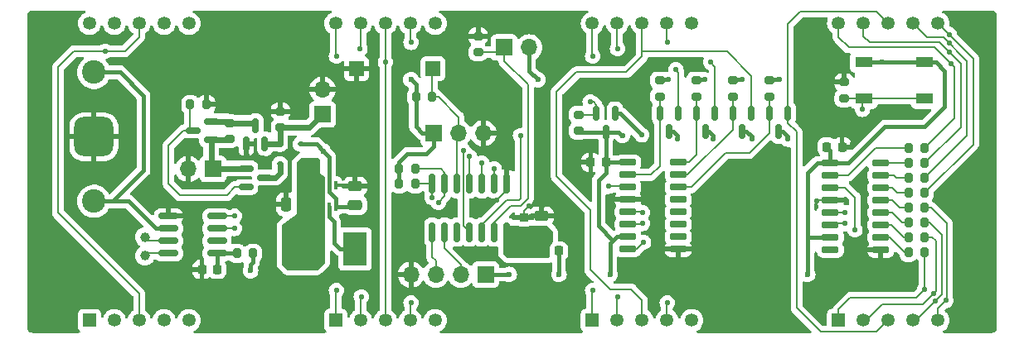
<source format=gbl>
G04 #@! TF.GenerationSoftware,KiCad,Pcbnew,8.0.4*
G04 #@! TF.CreationDate,2024-08-10T20:36:19+03:00*
G04 #@! TF.ProjectId,7clock,37636c6f-636b-42e6-9b69-6361645f7063,rev?*
G04 #@! TF.SameCoordinates,Original*
G04 #@! TF.FileFunction,Copper,L2,Bot*
G04 #@! TF.FilePolarity,Positive*
%FSLAX46Y46*%
G04 Gerber Fmt 4.6, Leading zero omitted, Abs format (unit mm)*
G04 Created by KiCad (PCBNEW 8.0.4) date 2024-08-10 20:36:19*
%MOMM*%
%LPD*%
G01*
G04 APERTURE LIST*
G04 Aperture macros list*
%AMRoundRect*
0 Rectangle with rounded corners*
0 $1 Rounding radius*
0 $2 $3 $4 $5 $6 $7 $8 $9 X,Y pos of 4 corners*
0 Add a 4 corners polygon primitive as box body*
4,1,4,$2,$3,$4,$5,$6,$7,$8,$9,$2,$3,0*
0 Add four circle primitives for the rounded corners*
1,1,$1+$1,$2,$3*
1,1,$1+$1,$4,$5*
1,1,$1+$1,$6,$7*
1,1,$1+$1,$8,$9*
0 Add four rect primitives between the rounded corners*
20,1,$1+$1,$2,$3,$4,$5,0*
20,1,$1+$1,$4,$5,$6,$7,0*
20,1,$1+$1,$6,$7,$8,$9,0*
20,1,$1+$1,$8,$9,$2,$3,0*%
G04 Aperture macros list end*
G04 #@! TA.AperFunction,ComponentPad*
%ADD10R,1.350000X1.350000*%
G04 #@! TD*
G04 #@! TA.AperFunction,ComponentPad*
%ADD11C,1.350000*%
G04 #@! TD*
G04 #@! TA.AperFunction,SMDPad,CuDef*
%ADD12RoundRect,0.200000X0.275000X-0.200000X0.275000X0.200000X-0.275000X0.200000X-0.275000X-0.200000X0*%
G04 #@! TD*
G04 #@! TA.AperFunction,SMDPad,CuDef*
%ADD13RoundRect,0.200000X-0.200000X-0.275000X0.200000X-0.275000X0.200000X0.275000X-0.200000X0.275000X0*%
G04 #@! TD*
G04 #@! TA.AperFunction,SMDPad,CuDef*
%ADD14RoundRect,0.150000X-0.587500X-0.150000X0.587500X-0.150000X0.587500X0.150000X-0.587500X0.150000X0*%
G04 #@! TD*
G04 #@! TA.AperFunction,SMDPad,CuDef*
%ADD15RoundRect,0.200000X-0.275000X0.200000X-0.275000X-0.200000X0.275000X-0.200000X0.275000X0.200000X0*%
G04 #@! TD*
G04 #@! TA.AperFunction,SMDPad,CuDef*
%ADD16RoundRect,0.112500X0.187500X0.112500X-0.187500X0.112500X-0.187500X-0.112500X0.187500X-0.112500X0*%
G04 #@! TD*
G04 #@! TA.AperFunction,SMDPad,CuDef*
%ADD17R,2.413000X3.429000*%
G04 #@! TD*
G04 #@! TA.AperFunction,SMDPad,CuDef*
%ADD18RoundRect,0.100000X-0.100000X0.350000X-0.100000X-0.350000X0.100000X-0.350000X0.100000X0.350000X0*%
G04 #@! TD*
G04 #@! TA.AperFunction,SMDPad,CuDef*
%ADD19RoundRect,0.150000X-0.150000X0.587500X-0.150000X-0.587500X0.150000X-0.587500X0.150000X0.587500X0*%
G04 #@! TD*
G04 #@! TA.AperFunction,SMDPad,CuDef*
%ADD20RoundRect,0.218750X0.218750X0.256250X-0.218750X0.256250X-0.218750X-0.256250X0.218750X-0.256250X0*%
G04 #@! TD*
G04 #@! TA.AperFunction,SMDPad,CuDef*
%ADD21R,1.800000X1.100000*%
G04 #@! TD*
G04 #@! TA.AperFunction,SMDPad,CuDef*
%ADD22RoundRect,0.250000X0.475000X-0.250000X0.475000X0.250000X-0.475000X0.250000X-0.475000X-0.250000X0*%
G04 #@! TD*
G04 #@! TA.AperFunction,SMDPad,CuDef*
%ADD23RoundRect,0.200000X0.200000X0.275000X-0.200000X0.275000X-0.200000X-0.275000X0.200000X-0.275000X0*%
G04 #@! TD*
G04 #@! TA.AperFunction,SMDPad,CuDef*
%ADD24R,1.700000X1.700000*%
G04 #@! TD*
G04 #@! TA.AperFunction,SMDPad,CuDef*
%ADD25O,1.700000X1.700000*%
G04 #@! TD*
G04 #@! TA.AperFunction,SMDPad,CuDef*
%ADD26RoundRect,0.225000X0.225000X0.250000X-0.225000X0.250000X-0.225000X-0.250000X0.225000X-0.250000X0*%
G04 #@! TD*
G04 #@! TA.AperFunction,SMDPad,CuDef*
%ADD27RoundRect,0.150000X0.150000X-0.825000X0.150000X0.825000X-0.150000X0.825000X-0.150000X-0.825000X0*%
G04 #@! TD*
G04 #@! TA.AperFunction,ComponentPad*
%ADD28C,2.400000*%
G04 #@! TD*
G04 #@! TA.AperFunction,SMDPad,CuDef*
%ADD29RoundRect,1.000000X-1.000000X1.000000X-1.000000X-1.000000X1.000000X-1.000000X1.000000X1.000000X0*%
G04 #@! TD*
G04 #@! TA.AperFunction,SMDPad,CuDef*
%ADD30RoundRect,0.150000X0.725000X0.150000X-0.725000X0.150000X-0.725000X-0.150000X0.725000X-0.150000X0*%
G04 #@! TD*
G04 #@! TA.AperFunction,SMDPad,CuDef*
%ADD31RoundRect,0.150000X0.587500X0.150000X-0.587500X0.150000X-0.587500X-0.150000X0.587500X-0.150000X0*%
G04 #@! TD*
G04 #@! TA.AperFunction,SMDPad,CuDef*
%ADD32RoundRect,0.150000X0.150000X-0.587500X0.150000X0.587500X-0.150000X0.587500X-0.150000X-0.587500X0*%
G04 #@! TD*
G04 #@! TA.AperFunction,SMDPad,CuDef*
%ADD33R,1.500000X1.500000*%
G04 #@! TD*
G04 #@! TA.AperFunction,SMDPad,CuDef*
%ADD34RoundRect,0.150000X-0.825000X-0.150000X0.825000X-0.150000X0.825000X0.150000X-0.825000X0.150000X0*%
G04 #@! TD*
G04 #@! TA.AperFunction,ComponentPad*
%ADD35C,1.000000*%
G04 #@! TD*
G04 #@! TA.AperFunction,SMDPad,CuDef*
%ADD36RoundRect,0.250000X0.250000X0.475000X-0.250000X0.475000X-0.250000X-0.475000X0.250000X-0.475000X0*%
G04 #@! TD*
G04 #@! TA.AperFunction,SMDPad,CuDef*
%ADD37RoundRect,0.225000X0.250000X-0.225000X0.250000X0.225000X-0.250000X0.225000X-0.250000X-0.225000X0*%
G04 #@! TD*
G04 #@! TA.AperFunction,SMDPad,CuDef*
%ADD38RoundRect,0.225000X-0.225000X-0.250000X0.225000X-0.250000X0.225000X0.250000X-0.225000X0.250000X0*%
G04 #@! TD*
G04 #@! TA.AperFunction,ViaPad*
%ADD39C,0.560000*%
G04 #@! TD*
G04 #@! TA.AperFunction,ViaPad*
%ADD40C,0.600000*%
G04 #@! TD*
G04 #@! TA.AperFunction,Conductor*
%ADD41C,0.200000*%
G04 #@! TD*
G04 #@! TA.AperFunction,Conductor*
%ADD42C,0.400000*%
G04 #@! TD*
G04 #@! TA.AperFunction,Conductor*
%ADD43C,0.600000*%
G04 #@! TD*
G04 APERTURE END LIST*
D10*
G04 #@! TO.P,DS4,1,E*
G04 #@! TO.N,/symb_E*
X113340000Y-93218000D03*
D11*
G04 #@! TO.P,DS4,2,D*
G04 #@! TO.N,/symb_D*
X115880000Y-93218000D03*
G04 #@! TO.P,DS4,3,COMMON_ANODE_1*
G04 #@! TO.N,Net-(DS4-COMMON_ANODE_1)*
X118420000Y-93218000D03*
G04 #@! TO.P,DS4,4,C*
G04 #@! TO.N,/symb_C*
X120960000Y-93218000D03*
G04 #@! TO.P,DS4,5,DP*
G04 #@! TO.N,/symb_DP*
X123500000Y-93218000D03*
G04 #@! TO.P,DS4,6,B*
G04 #@! TO.N,/symb_B*
X123500000Y-62818000D03*
G04 #@! TO.P,DS4,7,A*
G04 #@! TO.N,/symb_A*
X120960000Y-62818000D03*
G04 #@! TO.P,DS4,8,COMMON_ANODE_2*
G04 #@! TO.N,Net-(DS4-COMMON_ANODE_1)*
X118420000Y-62818000D03*
G04 #@! TO.P,DS4,9,F*
G04 #@! TO.N,/symb_F*
X115880000Y-62818000D03*
G04 #@! TO.P,DS4,10,G*
G04 #@! TO.N,/symb_G*
X113340000Y-62818000D03*
G04 #@! TD*
D10*
G04 #@! TO.P,DS3,1,E*
G04 #@! TO.N,/symb_E*
X138486000Y-93218000D03*
D11*
G04 #@! TO.P,DS3,2,D*
G04 #@! TO.N,/symb_D*
X141026000Y-93218000D03*
G04 #@! TO.P,DS3,3,COMMON_ANODE_1*
G04 #@! TO.N,Net-(DS3-COMMON_ANODE_1)*
X143566000Y-93218000D03*
G04 #@! TO.P,DS3,4,C*
G04 #@! TO.N,/symb_C*
X146106000Y-93218000D03*
G04 #@! TO.P,DS3,5,DP*
G04 #@! TO.N,/symb_DP*
X148646000Y-93218000D03*
G04 #@! TO.P,DS3,6,B*
G04 #@! TO.N,/symb_B*
X148646000Y-62818000D03*
G04 #@! TO.P,DS3,7,A*
G04 #@! TO.N,/symb_A*
X146106000Y-62818000D03*
G04 #@! TO.P,DS3,8,COMMON_ANODE_2*
G04 #@! TO.N,Net-(DS3-COMMON_ANODE_1)*
X143566000Y-62818000D03*
G04 #@! TO.P,DS3,9,F*
G04 #@! TO.N,/symb_F*
X141026000Y-62818000D03*
G04 #@! TO.P,DS3,10,G*
G04 #@! TO.N,/symb_G*
X138486000Y-62818000D03*
G04 #@! TD*
D10*
G04 #@! TO.P,DS1,1,E*
G04 #@! TO.N,/symb_E*
X189840000Y-93218000D03*
D11*
G04 #@! TO.P,DS1,2,D*
G04 #@! TO.N,/symb_D*
X192380000Y-93218000D03*
G04 #@! TO.P,DS1,3,COMMON_ANODE_1*
G04 #@! TO.N,Net-(DS1-COMMON_ANODE_1)*
X194920000Y-93218000D03*
G04 #@! TO.P,DS1,4,C*
G04 #@! TO.N,/symb_C*
X197460000Y-93218000D03*
G04 #@! TO.P,DS1,5,DP*
G04 #@! TO.N,/symb_DP*
X200000000Y-93218000D03*
G04 #@! TO.P,DS1,6,B*
G04 #@! TO.N,/symb_B*
X200000000Y-62818000D03*
G04 #@! TO.P,DS1,7,A*
G04 #@! TO.N,/symb_A*
X197460000Y-62818000D03*
G04 #@! TO.P,DS1,8,COMMON_ANODE_2*
G04 #@! TO.N,Net-(DS1-COMMON_ANODE_1)*
X194920000Y-62818000D03*
G04 #@! TO.P,DS1,9,F*
G04 #@! TO.N,/symb_F*
X192380000Y-62818000D03*
G04 #@! TO.P,DS1,10,G*
G04 #@! TO.N,/symb_G*
X189840000Y-62818000D03*
G04 #@! TD*
D10*
G04 #@! TO.P,DS2,1,E*
G04 #@! TO.N,/symb_E*
X164694000Y-93218000D03*
D11*
G04 #@! TO.P,DS2,2,D*
G04 #@! TO.N,/symb_D*
X167234000Y-93218000D03*
G04 #@! TO.P,DS2,3,COMMON_ANODE_1*
G04 #@! TO.N,Net-(DS2-COMMON_ANODE_1)*
X169774000Y-93218000D03*
G04 #@! TO.P,DS2,4,C*
G04 #@! TO.N,/symb_C*
X172314000Y-93218000D03*
G04 #@! TO.P,DS2,5,DP*
G04 #@! TO.N,/symb_DP*
X174854000Y-93218000D03*
G04 #@! TO.P,DS2,6,B*
G04 #@! TO.N,/symb_B*
X174854000Y-62818000D03*
G04 #@! TO.P,DS2,7,A*
G04 #@! TO.N,/symb_A*
X172314000Y-62818000D03*
G04 #@! TO.P,DS2,8,COMMON_ANODE_2*
G04 #@! TO.N,Net-(DS2-COMMON_ANODE_1)*
X169774000Y-62818000D03*
G04 #@! TO.P,DS2,9,F*
G04 #@! TO.N,/symb_F*
X167234000Y-62818000D03*
G04 #@! TO.P,DS2,10,G*
G04 #@! TO.N,/symb_G*
X164694000Y-62818000D03*
G04 #@! TD*
D12*
G04 #@! TO.P,R22,1*
G04 #@! TO.N,Net-(D1-A)*
X132842000Y-73469000D03*
G04 #@! TO.P,R22,2*
G04 #@! TO.N,GND*
X132842000Y-71819000D03*
G04 #@! TD*
D13*
G04 #@! TO.P,R13,1*
G04 #@! TO.N,Net-(U4-QH)*
X196973000Y-86254000D03*
G04 #@! TO.P,R13,2*
G04 #@! TO.N,/symb_E*
X198623000Y-86254000D03*
G04 #@! TD*
D14*
G04 #@! TO.P,Q6,1,G*
G04 #@! TO.N,Net-(Q6-G)*
X129316000Y-79563000D03*
G04 #@! TO.P,Q6,2,S*
G04 #@! TO.N,Net-(BT2-+)*
X129316000Y-77663000D03*
G04 #@! TO.P,Q6,3,D*
G04 #@! TO.N,Net-(D2-A)*
X131191000Y-78613000D03*
G04 #@! TD*
D15*
G04 #@! TO.P,R18,1*
G04 #@! TO.N,BRIGHTNESS*
X163276000Y-72161000D03*
G04 #@! TO.P,R18,2*
G04 #@! TO.N,+3.3V*
X163276000Y-73811000D03*
G04 #@! TD*
D16*
G04 #@! TO.P,D1,1,K*
G04 #@! TO.N,+3.3V*
X134908000Y-75184000D03*
G04 #@! TO.P,D1,2,A*
G04 #@! TO.N,Net-(D1-A)*
X132808000Y-75184000D03*
G04 #@! TD*
D12*
G04 #@! TO.P,R17,1*
G04 #@! TO.N,/dig_4*
X182753000Y-70294000D03*
G04 #@! TO.P,R17,2*
G04 #@! TO.N,+3.3V*
X182753000Y-68644000D03*
G04 #@! TD*
D17*
G04 #@! TO.P,L1,1,1*
G04 #@! TO.N,/LDO_IN*
X134620000Y-85913000D03*
G04 #@! TO.P,L1,2,2*
G04 #@! TO.N,Net-(U5-L)*
X140462000Y-85913000D03*
G04 #@! TD*
D18*
G04 #@! TO.P,U5,1,VIN*
G04 #@! TO.N,/LDO_IN*
X137160000Y-79395000D03*
G04 #@! TO.P,U5,2,FB*
G04 #@! TO.N,+3.3V*
X137810000Y-79395000D03*
G04 #@! TO.P,U5,3,GND*
G04 #@! TO.N,GND*
X138460000Y-79395000D03*
G04 #@! TO.P,U5,4,VOUT*
G04 #@! TO.N,+3.3V*
X138460000Y-81595000D03*
G04 #@! TO.P,U5,5,L*
G04 #@! TO.N,Net-(U5-L)*
X137810000Y-81595000D03*
G04 #@! TO.P,U5,6,EN*
G04 #@! TO.N,/LDO_IN*
X137160000Y-81595000D03*
G04 #@! TD*
D19*
G04 #@! TO.P,Q2,1,B*
G04 #@! TO.N,/dig_2*
X175324333Y-72000000D03*
G04 #@! TO.P,Q2,2,E*
G04 #@! TO.N,Net-(DS3-COMMON_ANODE_1)*
X177224333Y-72000000D03*
G04 #@! TO.P,Q2,3,C*
G04 #@! TO.N,/INDICATOR_PWR*
X176274333Y-73875000D03*
G04 #@! TD*
G04 #@! TO.P,Q4,1,B*
G04 #@! TO.N,/dig_4*
X182773000Y-72000000D03*
G04 #@! TO.P,Q4,2,E*
G04 #@! TO.N,Net-(DS1-COMMON_ANODE_1)*
X184673000Y-72000000D03*
G04 #@! TO.P,Q4,3,C*
G04 #@! TO.N,/INDICATOR_PWR*
X183723000Y-73875000D03*
G04 #@! TD*
D13*
G04 #@! TO.P,R11,1*
G04 #@! TO.N,Net-(U4-QF)*
X196973000Y-83206000D03*
G04 #@! TO.P,R11,2*
G04 #@! TO.N,/symb_C*
X198623000Y-83206000D03*
G04 #@! TD*
D12*
G04 #@! TO.P,R15,1*
G04 #@! TO.N,/dig_2*
X175302333Y-70294000D03*
G04 #@! TO.P,R15,2*
G04 #@! TO.N,+3.3V*
X175302333Y-68644000D03*
G04 #@! TD*
D13*
G04 #@! TO.P,R23,1*
G04 #@! TO.N,Net-(Q6-G)*
X123635000Y-71120000D03*
G04 #@! TO.P,R23,2*
G04 #@! TO.N,GND*
X125285000Y-71120000D03*
G04 #@! TD*
G04 #@! TO.P,R5,1*
G04 #@! TO.N,+3.3V*
X146685000Y-70358000D03*
G04 #@! TO.P,R5,2*
G04 #@! TO.N,RST_UPDI*
X148335000Y-70358000D03*
G04 #@! TD*
G04 #@! TO.P,R10,1*
G04 #@! TO.N,Net-(U4-QE)*
X196973000Y-81682000D03*
G04 #@! TO.P,R10,2*
G04 #@! TO.N,/symb_DP*
X198623000Y-81682000D03*
G04 #@! TD*
D20*
G04 #@! TO.P,FB1,1*
G04 #@! TO.N,+3.3V*
X161290000Y-86106000D03*
G04 #@! TO.P,FB1,2*
G04 #@! TO.N,/PWR*
X159715000Y-86106000D03*
G04 #@! TD*
D21*
G04 #@! TO.P,SW1,1,1*
G04 #@! TO.N,BUTTON*
X192428000Y-70502000D03*
X198628000Y-70502000D03*
G04 #@! TO.P,SW1,2,2*
G04 #@! TO.N,+3.3V*
X192428000Y-66802000D03*
X198628000Y-66802000D03*
G04 #@! TD*
D22*
G04 #@! TO.P,C7,1*
G04 #@! TO.N,+3.3V*
X140462000Y-81402000D03*
G04 #@! TO.P,C7,2*
G04 #@! TO.N,GND*
X140462000Y-79502000D03*
G04 #@! TD*
D23*
G04 #@! TO.P,R20,1*
G04 #@! TO.N,/SIG_SCL*
X146621000Y-77724000D03*
G04 #@! TO.P,R20,2*
G04 #@! TO.N,+3.3V*
X144971000Y-77724000D03*
G04 #@! TD*
D24*
G04 #@! TO.P,J3,1,Pin_1*
G04 #@! TO.N,+3.3V*
X153797000Y-88519000D03*
D25*
G04 #@! TO.P,J3,2,Pin_2*
G04 #@! TO.N,/SIG_UART_RX*
X151257000Y-88519000D03*
G04 #@! TO.P,J3,3,Pin_3*
G04 #@! TO.N,/SIG_UART_TX*
X148717000Y-88519000D03*
G04 #@! TO.P,J3,4,Pin_4*
G04 #@! TO.N,GND*
X146177000Y-88519000D03*
G04 #@! TD*
D26*
G04 #@! TO.P,C4,1*
G04 #@! TO.N,+3.3V*
X166083000Y-77050000D03*
G04 #@! TO.P,C4,2*
G04 #@! TO.N,GND*
X164533000Y-77050000D03*
G04 #@! TD*
D19*
G04 #@! TO.P,Q5,1,B*
G04 #@! TO.N,BRIGHTNESS*
X165120000Y-72048500D03*
G04 #@! TO.P,Q5,2,E*
G04 #@! TO.N,/INDICATOR_PWR*
X167020000Y-72048500D03*
G04 #@! TO.P,Q5,3,C*
G04 #@! TO.N,+3.3V*
X166070000Y-73923500D03*
G04 #@! TD*
D27*
G04 #@! TO.P,U1,1,VCC*
G04 #@! TO.N,/PWR*
X155956000Y-84198000D03*
G04 #@! TO.P,U1,2,PA4*
G04 #@! TO.N,ADC*
X154686000Y-84198000D03*
G04 #@! TO.P,U1,3,PA5*
G04 #@! TO.N,BRIGHTNESS*
X153416000Y-84198000D03*
G04 #@! TO.P,U1,4,PA6*
G04 #@! TO.N,BUTTON*
X152146000Y-84198000D03*
G04 #@! TO.P,U1,5,PA7*
G04 #@! TO.N,unconnected-(U1-PA7-Pad5)*
X150876000Y-84198000D03*
G04 #@! TO.P,U1,6,PB3*
G04 #@! TO.N,/SIG_UART_RX*
X149606000Y-84198000D03*
G04 #@! TO.P,U1,7,PB2*
G04 #@! TO.N,/SIG_UART_TX*
X148336000Y-84198000D03*
G04 #@! TO.P,U1,8,PB1*
G04 #@! TO.N,/SIG_SDA*
X148336000Y-79248000D03*
G04 #@! TO.P,U1,9,PB0*
G04 #@! TO.N,/SIG_SCL*
X149606000Y-79248000D03*
G04 #@! TO.P,U1,10,~{RESET}/PA0*
G04 #@! TO.N,RST_UPDI*
X150876000Y-79248000D03*
G04 #@! TO.P,U1,11,PA1*
G04 #@! TO.N,/SIG_DS*
X152146000Y-79248000D03*
G04 #@! TO.P,U1,12,PA2*
G04 #@! TO.N,/SIG_STCP*
X153416000Y-79248000D03*
G04 #@! TO.P,U1,13,PA3*
G04 #@! TO.N,/SIG_SHCP*
X154686000Y-79248000D03*
G04 #@! TO.P,U1,14,GND*
G04 #@! TO.N,GND*
X155956000Y-79248000D03*
G04 #@! TD*
D24*
G04 #@! TO.P,J2,1,Pin_1*
G04 #@! TO.N,Net-(D1-A)*
X137160000Y-72136000D03*
D25*
G04 #@! TO.P,J2,2,Pin_2*
G04 #@! TO.N,GND*
X137160000Y-69596000D03*
G04 #@! TD*
D28*
G04 #@! TO.P,BT1,1,+*
G04 #@! TO.N,Net-(BT1-+)*
X113792000Y-67822000D03*
X113792000Y-81022000D03*
D29*
G04 #@! TO.P,BT1,2,-*
G04 #@! TO.N,GND*
X113792000Y-74422000D03*
G04 #@! TD*
D30*
G04 #@! TO.P,U4,1,QB*
G04 #@! TO.N,Net-(U4-QB)*
X194150000Y-77110000D03*
G04 #@! TO.P,U4,2,QC*
G04 #@! TO.N,Net-(U4-QC)*
X194150000Y-78380000D03*
G04 #@! TO.P,U4,3,QD*
G04 #@! TO.N,Net-(U4-QD)*
X194150000Y-79650000D03*
G04 #@! TO.P,U4,4,QE*
G04 #@! TO.N,Net-(U4-QE)*
X194150000Y-80920000D03*
G04 #@! TO.P,U4,5,QF*
G04 #@! TO.N,Net-(U4-QF)*
X194150000Y-82190000D03*
G04 #@! TO.P,U4,6,QG*
G04 #@! TO.N,Net-(U4-QG)*
X194150000Y-83460000D03*
G04 #@! TO.P,U4,7,QH*
G04 #@! TO.N,Net-(U4-QH)*
X194150000Y-84730000D03*
G04 #@! TO.P,U4,8,GND*
G04 #@! TO.N,GND*
X194150000Y-86000000D03*
G04 #@! TO.P,U4,9,QH'*
G04 #@! TO.N,unconnected-(U4-QH'-Pad9)*
X189000000Y-86000000D03*
G04 #@! TO.P,U4,10,~{SRCLR}*
G04 #@! TO.N,+3.3V*
X189000000Y-84730000D03*
G04 #@! TO.P,U4,11,SRCLK*
G04 #@! TO.N,/SIG_SHCP*
X189000000Y-83460000D03*
G04 #@! TO.P,U4,12,RCLK*
G04 #@! TO.N,/SIG_STCP*
X189000000Y-82190000D03*
G04 #@! TO.P,U4,13,~{OE}*
G04 #@! TO.N,GND*
X189000000Y-80920000D03*
G04 #@! TO.P,U4,14,SER*
G04 #@! TO.N,/SIG_DATA_OUT*
X189000000Y-79650000D03*
G04 #@! TO.P,U4,15,QA*
G04 #@! TO.N,Net-(U4-QA)*
X189000000Y-78380000D03*
G04 #@! TO.P,U4,16,VCC*
G04 #@! TO.N,+3.3V*
X189000000Y-77110000D03*
G04 #@! TD*
D13*
G04 #@! TO.P,R12,1*
G04 #@! TO.N,Net-(U4-QG)*
X196973000Y-84730000D03*
G04 #@! TO.P,R12,2*
G04 #@! TO.N,/symb_D*
X198623000Y-84730000D03*
G04 #@! TD*
D19*
G04 #@! TO.P,Q3,1,B*
G04 #@! TO.N,/dig_3*
X179048666Y-72000000D03*
G04 #@! TO.P,Q3,2,E*
G04 #@! TO.N,Net-(DS2-COMMON_ANODE_1)*
X180948666Y-72000000D03*
G04 #@! TO.P,Q3,3,C*
G04 #@! TO.N,/INDICATOR_PWR*
X179998666Y-73875000D03*
G04 #@! TD*
D31*
G04 #@! TO.P,Q7,1,G*
G04 #@! TO.N,Net-(Q7-G)*
X125778500Y-72837000D03*
G04 #@! TO.P,Q7,2,S*
G04 #@! TO.N,Net-(BT2-+)*
X125778500Y-74737000D03*
G04 #@! TO.P,Q7,3,D*
G04 #@! TO.N,Net-(Q6-G)*
X123903500Y-73787000D03*
G04 #@! TD*
D13*
G04 #@! TO.P,R8,1*
G04 #@! TO.N,Net-(U4-QC)*
X196973000Y-78634000D03*
G04 #@! TO.P,R8,2*
G04 #@! TO.N,/symb_A*
X198623000Y-78634000D03*
G04 #@! TD*
D32*
G04 #@! TO.P,Q8,1,G*
G04 #@! TO.N,Net-(D1-A)*
X131252000Y-75154000D03*
G04 #@! TO.P,Q8,2,S*
G04 #@! TO.N,GND*
X129352000Y-75154000D03*
G04 #@! TO.P,Q8,3,D*
G04 #@! TO.N,Net-(Q7-G)*
X130302000Y-73279000D03*
G04 #@! TD*
D24*
G04 #@! TO.P,J1,1,Pin_1*
G04 #@! TO.N,+3.3V*
X148478000Y-74041000D03*
D25*
G04 #@! TO.P,J1,2,Pin_2*
G04 #@! TO.N,RST_UPDI*
X151018000Y-74041000D03*
G04 #@! TO.P,J1,3,Pin_3*
G04 #@! TO.N,GND*
X153558000Y-74041000D03*
G04 #@! TD*
D24*
G04 #@! TO.P,BT2,1,+*
G04 #@! TO.N,Net-(BT2-+)*
X125984000Y-77724000D03*
D25*
G04 #@! TO.P,BT2,2,-*
G04 #@! TO.N,GND*
X123444000Y-77724000D03*
G04 #@! TD*
D33*
G04 #@! TO.P,SW2,1,1*
G04 #@! TO.N,RST_UPDI*
X148426000Y-67437000D03*
G04 #@! TO.P,SW2,2,2*
G04 #@! TO.N,GND*
X140626000Y-67437000D03*
G04 #@! TD*
D12*
G04 #@! TO.P,R16,1*
G04 #@! TO.N,/dig_3*
X179027666Y-70294000D03*
G04 #@! TO.P,R16,2*
G04 #@! TO.N,+3.3V*
X179027666Y-68644000D03*
G04 #@! TD*
D13*
G04 #@! TO.P,R7,1*
G04 #@! TO.N,Net-(U4-QB)*
X196973000Y-77110000D03*
G04 #@! TO.P,R7,2*
G04 #@! TO.N,/symb_F*
X198623000Y-77110000D03*
G04 #@! TD*
D34*
G04 #@! TO.P,U2,1,OSCI*
G04 #@! TO.N,Net-(U2-OSCI)*
X121415000Y-86360000D03*
G04 #@! TO.P,U2,2,OSCO*
G04 #@! TO.N,Net-(U2-OSCO)*
X121415000Y-85090000D03*
G04 #@! TO.P,U2,3,VBAT*
G04 #@! TO.N,Net-(BT1-+)*
X121415000Y-83820000D03*
G04 #@! TO.P,U2,4,VSS*
G04 #@! TO.N,GND*
X121415000Y-82550000D03*
G04 #@! TO.P,U2,5,SDA*
G04 #@! TO.N,/SIG_SDA*
X126365000Y-82550000D03*
G04 #@! TO.P,U2,6,SCL*
G04 #@! TO.N,/SIG_SCL*
X126365000Y-83820000D03*
G04 #@! TO.P,U2,7,~{INT1}/CLKOUT*
G04 #@! TO.N,unconnected-(U2-~{INT1}{slash}CLKOUT-Pad7)*
X126365000Y-85090000D03*
G04 #@! TO.P,U2,8,VDD*
G04 #@! TO.N,Net-(U2-VDD)*
X126365000Y-86360000D03*
G04 #@! TD*
D16*
G04 #@! TO.P,D2,1,K*
G04 #@! TO.N,/LDO_IN*
X134908000Y-77216000D03*
G04 #@! TO.P,D2,2,A*
G04 #@! TO.N,Net-(D2-A)*
X132808000Y-77216000D03*
G04 #@! TD*
D24*
G04 #@! TO.P,R3,1*
G04 #@! TO.N,ADC*
X155702000Y-65278000D03*
D25*
G04 #@! TO.P,R3,2*
G04 #@! TO.N,+3.3V*
X158242000Y-65278000D03*
G04 #@! TD*
D35*
G04 #@! TO.P,Y1,1,1*
G04 #@! TO.N,Net-(U2-OSCI)*
X118999000Y-86609000D03*
G04 #@! TO.P,Y1,2,2*
G04 #@! TO.N,Net-(U2-OSCO)*
X118999000Y-84709000D03*
G04 #@! TD*
D15*
G04 #@! TO.P,R4,1*
G04 #@! TO.N,GND*
X153035000Y-64136000D03*
G04 #@! TO.P,R4,2*
G04 #@! TO.N,ADC*
X153035000Y-65786000D03*
G04 #@! TD*
D12*
G04 #@! TO.P,R14,1*
G04 #@! TO.N,/dig_1*
X171577000Y-70294000D03*
G04 #@! TO.P,R14,2*
G04 #@! TO.N,+3.3V*
X171577000Y-68644000D03*
G04 #@! TD*
G04 #@! TO.P,R21,1*
G04 #@! TO.N,Net-(BT2-+)*
X127635000Y-74676000D03*
G04 #@! TO.P,R21,2*
G04 #@! TO.N,Net-(Q7-G)*
X127635000Y-73026000D03*
G04 #@! TD*
D13*
G04 #@! TO.P,R9,1*
G04 #@! TO.N,Net-(U4-QD)*
X196973000Y-80158000D03*
G04 #@! TO.P,R9,2*
G04 #@! TO.N,/symb_B*
X198623000Y-80158000D03*
G04 #@! TD*
D36*
G04 #@! TO.P,C6,1*
G04 #@! TO.N,/LDO_IN*
X135316000Y-81341000D03*
G04 #@! TO.P,C6,2*
G04 #@! TO.N,GND*
X133416000Y-81341000D03*
G04 #@! TD*
D30*
G04 #@! TO.P,U3,1,QB*
G04 #@! TO.N,/dig_2*
X173471000Y-77050000D03*
G04 #@! TO.P,U3,2,QC*
G04 #@! TO.N,/dig_3*
X173471000Y-78320000D03*
G04 #@! TO.P,U3,3,QD*
G04 #@! TO.N,/dig_4*
X173471000Y-79590000D03*
G04 #@! TO.P,U3,4,QE*
G04 #@! TO.N,unconnected-(U3-QE-Pad4)*
X173471000Y-80860000D03*
G04 #@! TO.P,U3,5,QF*
G04 #@! TO.N,unconnected-(U3-QF-Pad5)*
X173471000Y-82130000D03*
G04 #@! TO.P,U3,6,QG*
G04 #@! TO.N,unconnected-(U3-QG-Pad6)*
X173471000Y-83400000D03*
G04 #@! TO.P,U3,7,QH*
G04 #@! TO.N,unconnected-(U3-QH-Pad7)*
X173471000Y-84670000D03*
G04 #@! TO.P,U3,8,GND*
G04 #@! TO.N,GND*
X173471000Y-85940000D03*
G04 #@! TO.P,U3,9,QH'*
G04 #@! TO.N,/SIG_DATA_OUT*
X168321000Y-85940000D03*
G04 #@! TO.P,U3,10,~{SRCLR}*
G04 #@! TO.N,+3.3V*
X168321000Y-84670000D03*
G04 #@! TO.P,U3,11,SRCLK*
G04 #@! TO.N,/SIG_SHCP*
X168321000Y-83400000D03*
G04 #@! TO.P,U3,12,RCLK*
G04 #@! TO.N,/SIG_STCP*
X168321000Y-82130000D03*
G04 #@! TO.P,U3,13,~{OE}*
G04 #@! TO.N,GND*
X168321000Y-80860000D03*
G04 #@! TO.P,U3,14,SER*
G04 #@! TO.N,/SIG_DS*
X168321000Y-79590000D03*
G04 #@! TO.P,U3,15,QA*
G04 #@! TO.N,/dig_1*
X168321000Y-78320000D03*
G04 #@! TO.P,U3,16,VCC*
G04 #@! TO.N,+3.3V*
X168321000Y-77050000D03*
G04 #@! TD*
D26*
G04 #@! TO.P,C3,1*
G04 #@! TO.N,Net-(U2-VDD)*
X126378000Y-88011000D03*
G04 #@! TO.P,C3,2*
G04 #@! TO.N,GND*
X124828000Y-88011000D03*
G04 #@! TD*
D13*
G04 #@! TO.P,R6,1*
G04 #@! TO.N,Net-(U4-QA)*
X196973000Y-75586000D03*
G04 #@! TO.P,R6,2*
G04 #@! TO.N,/symb_G*
X198623000Y-75586000D03*
G04 #@! TD*
D23*
G04 #@! TO.P,R1,1*
G04 #@! TO.N,+3.3V*
X130047000Y-86360000D03*
G04 #@! TO.P,R1,2*
G04 #@! TO.N,Net-(U2-VDD)*
X128397000Y-86360000D03*
G04 #@! TD*
D19*
G04 #@! TO.P,Q1,1,B*
G04 #@! TO.N,/dig_1*
X171600000Y-72000000D03*
G04 #@! TO.P,Q1,2,E*
G04 #@! TO.N,Net-(DS4-COMMON_ANODE_1)*
X173500000Y-72000000D03*
G04 #@! TO.P,Q1,3,C*
G04 #@! TO.N,/INDICATOR_PWR*
X172550000Y-73875000D03*
G04 #@! TD*
D15*
G04 #@! TO.P,R2,1*
G04 #@! TO.N,GND*
X190396000Y-68834000D03*
G04 #@! TO.P,R2,2*
G04 #@! TO.N,BUTTON*
X190396000Y-70484000D03*
G04 #@! TD*
D37*
G04 #@! TO.P,C1,1*
G04 #@! TO.N,/PWR*
X157734000Y-84211000D03*
G04 #@! TO.P,C1,2*
G04 #@! TO.N,GND*
X157734000Y-82661000D03*
G04 #@! TD*
D38*
G04 #@! TO.P,C5,1*
G04 #@! TO.N,+3.3V*
X188641000Y-75459000D03*
G04 #@! TO.P,C5,2*
G04 #@! TO.N,GND*
X190191000Y-75459000D03*
G04 #@! TD*
D22*
G04 #@! TO.P,C2,1*
G04 #@! TO.N,/PWR*
X159512000Y-84452000D03*
G04 #@! TO.P,C2,2*
G04 #@! TO.N,GND*
X159512000Y-82552000D03*
G04 #@! TD*
D23*
G04 #@! TO.P,R19,1*
G04 #@! TO.N,/SIG_SDA*
X146621000Y-79248000D03*
G04 #@! TO.P,R19,2*
G04 #@! TO.N,+3.3V*
X144971000Y-79248000D03*
G04 #@! TD*
D39*
G04 #@! TO.N,GND*
X142494000Y-84836000D03*
X110109000Y-62611000D03*
X203073000Y-93345000D03*
X168529000Y-69977000D03*
X204216000Y-62357000D03*
X159766000Y-79756000D03*
X171196000Y-80137000D03*
X196469000Y-88646000D03*
X123698000Y-88011000D03*
X133604000Y-62865000D03*
X132080000Y-80010000D03*
X175133000Y-85979000D03*
X128651000Y-81280000D03*
X136144000Y-93218000D03*
X159639000Y-74295000D03*
X205232000Y-91186000D03*
X127127000Y-93218000D03*
X158750000Y-93218000D03*
X163322000Y-77089000D03*
X107950000Y-63627000D03*
X153035000Y-63119000D03*
X123444000Y-79375000D03*
X150749000Y-62484000D03*
X132842000Y-70866000D03*
X116586000Y-74422000D03*
X205232000Y-93345000D03*
X154178000Y-62484000D03*
X162179000Y-74803000D03*
X153416000Y-93218000D03*
X191262000Y-75184000D03*
X134493000Y-93218000D03*
X192278000Y-73660000D03*
X127127000Y-68199000D03*
X187579000Y-81026000D03*
X150114000Y-69723000D03*
X186944000Y-74168000D03*
X145923000Y-85344000D03*
X178943000Y-77343000D03*
X128778000Y-93218000D03*
X110744000Y-86233000D03*
X122301000Y-68199000D03*
X124714000Y-68199000D03*
X142240000Y-75565000D03*
X139319000Y-79436000D03*
X145161000Y-71882000D03*
X132969000Y-93218000D03*
X129413000Y-76327000D03*
X205232000Y-62357000D03*
X192024000Y-78994000D03*
X183769000Y-81153000D03*
X108966000Y-93345000D03*
X108966000Y-62611000D03*
X110744000Y-84836000D03*
X191770000Y-88646000D03*
X176403000Y-81153000D03*
X122555000Y-75946000D03*
X189230000Y-68834000D03*
X162941000Y-82804000D03*
X186182000Y-63119000D03*
X205232000Y-64516000D03*
X127889000Y-76073000D03*
X109220000Y-84836000D03*
X205232000Y-63373000D03*
X178689000Y-93218000D03*
X142494000Y-86995000D03*
X162687000Y-93218000D03*
X194183000Y-88646000D03*
X140589000Y-68961000D03*
X183769000Y-77470000D03*
X135763000Y-62865000D03*
X132207000Y-81341000D03*
X184277000Y-93218000D03*
X162687000Y-62611000D03*
X161417000Y-81280000D03*
X123825000Y-83185000D03*
X123825000Y-85852000D03*
X180467000Y-81153000D03*
X189103000Y-88646000D03*
X158242000Y-81534000D03*
X113792000Y-77089000D03*
X169799000Y-80772000D03*
X197739000Y-72136000D03*
X159385000Y-70231000D03*
X171323000Y-85725000D03*
X204216000Y-93345000D03*
X123825000Y-84455000D03*
X205232000Y-92329000D03*
X187706000Y-63119000D03*
X153543000Y-72136000D03*
X123444000Y-75946000D03*
X159639000Y-81407000D03*
X203073000Y-62357000D03*
X177165000Y-93218000D03*
X129159000Y-62865000D03*
X125095000Y-79375000D03*
X160401000Y-62611000D03*
X152908000Y-81534000D03*
X107950000Y-93345000D03*
X109220000Y-86233000D03*
X186944000Y-68834000D03*
X107950000Y-62611000D03*
X190373000Y-80899000D03*
X131064000Y-76581000D03*
X107950000Y-92329000D03*
X129413000Y-68199000D03*
X154932091Y-80891091D03*
X160782000Y-93218000D03*
X110109000Y-93345000D03*
X107950000Y-64770000D03*
X119126000Y-68199000D03*
X107950000Y-91186000D03*
X145161000Y-74295000D03*
X140462000Y-78232000D03*
X163068000Y-69723000D03*
X166624000Y-80772000D03*
X150622000Y-93218000D03*
X126238000Y-71120000D03*
X180594000Y-93218000D03*
X142240000Y-73533000D03*
X186944000Y-71501000D03*
X150241000Y-81915000D03*
X113792000Y-71628000D03*
X151892000Y-93218000D03*
X126111000Y-62865000D03*
X192786000Y-85979000D03*
X122936000Y-82550000D03*
X125476000Y-93218000D03*
X155067000Y-70739000D03*
X124460000Y-75946000D03*
D40*
G04 #@! TO.N,+3.3V*
X183769000Y-68580000D03*
D39*
X176149000Y-68580000D03*
D40*
X166497000Y-88519000D03*
X137223500Y-75882500D03*
X129794000Y-88138000D03*
X167767000Y-74295000D03*
X186690000Y-88519000D03*
X194310000Y-66802000D03*
D39*
X172466000Y-68580000D03*
D40*
X161290000Y-88519000D03*
X146177000Y-68580000D03*
X156210000Y-88519000D03*
D39*
X179959000Y-68580000D03*
D40*
X159131000Y-68580000D03*
D39*
G04 #@! TO.N,/symb_C*
X172339000Y-91440000D03*
X199707500Y-91249500D03*
X146177000Y-91440000D03*
G04 #@! TO.N,/symb_A*
X172339000Y-64770000D03*
X146177000Y-64770000D03*
X201149878Y-64788122D03*
G04 #@! TO.N,/symb_B*
X201115500Y-63933500D03*
G04 #@! TO.N,/symb_D*
X199548750Y-90455750D03*
X141097000Y-90805000D03*
X167259000Y-90805000D03*
G04 #@! TO.N,/symb_E*
X198623000Y-90048000D03*
X138557000Y-90170000D03*
X164719000Y-90170000D03*
G04 #@! TO.N,/symb_G*
X201295000Y-66929000D03*
X164719000Y-66167000D03*
X138557000Y-66167000D03*
G04 #@! TO.N,/symb_DP*
X200787000Y-91186000D03*
G04 #@! TO.N,/symb_F*
X167259000Y-65405000D03*
X140970000Y-65405000D03*
X201168000Y-65786000D03*
G04 #@! TO.N,Net-(DS3-COMMON_ANODE_1)*
X143566000Y-66802000D03*
X176784000Y-66802000D03*
G04 #@! TO.N,Net-(DS4-COMMON_ANODE_1)*
X173228000Y-67564000D03*
X114935000Y-65659000D03*
G04 #@! TO.N,/INDICATOR_PWR*
X169735500Y-74231500D03*
X173355000Y-74676000D03*
X184658000Y-74676000D03*
X180975000Y-74676000D03*
X177038000Y-74676000D03*
G04 #@! TO.N,BRIGHTNESS*
X164465000Y-70866000D03*
X157353000Y-74295000D03*
G04 #@! TO.N,BUTTON*
X192278000Y-71628000D03*
X151511000Y-75819000D03*
G04 #@! TO.N,/SIG_SHCP*
X169799000Y-83312000D03*
X154686000Y-77724000D03*
X190500000Y-83312000D03*
G04 #@! TO.N,/SIG_SDA*
X128143000Y-82550000D03*
X148336000Y-80645000D03*
G04 #@! TO.N,/SIG_DS*
X152146000Y-76454000D03*
X166370000Y-79502000D03*
G04 #@! TO.N,/SIG_STCP*
X169799000Y-82169000D03*
X153416000Y-77089000D03*
X190500000Y-82169000D03*
G04 #@! TO.N,/SIG_SCL*
X128143000Y-83820000D03*
X148971000Y-81153000D03*
G04 #@! TO.N,/SIG_DATA_OUT*
X169926000Y-85217000D03*
X191516000Y-83947000D03*
G04 #@! TD*
D41*
G04 #@! TO.N,GND*
X164533000Y-77050000D02*
X163361000Y-77050000D01*
X140462000Y-79502000D02*
X139385000Y-79502000D01*
X129352000Y-76266000D02*
X129413000Y-76327000D01*
X155956000Y-79248000D02*
X155956000Y-79867182D01*
X140626000Y-67437000D02*
X140626000Y-68924000D01*
X153558000Y-72151000D02*
X153543000Y-72136000D01*
X132842000Y-71819000D02*
X132842000Y-70866000D01*
X133416000Y-81341000D02*
X132207000Y-81341000D01*
X175094000Y-85940000D02*
X175133000Y-85979000D01*
X129352000Y-75154000D02*
X129352000Y-76266000D01*
X125285000Y-71120000D02*
X126238000Y-71120000D01*
X192807000Y-86000000D02*
X192786000Y-85979000D01*
X155956000Y-79867182D02*
X154932091Y-80891091D01*
X153558000Y-74041000D02*
X153558000Y-72151000D01*
X123444000Y-77724000D02*
X123444000Y-79375000D01*
X123444000Y-77724000D02*
X123444000Y-75946000D01*
X169711000Y-80860000D02*
X169799000Y-80772000D01*
X159512000Y-81534000D02*
X159639000Y-81407000D01*
X157734000Y-82661000D02*
X157734000Y-82042000D01*
X189000000Y-80920000D02*
X187685000Y-80920000D01*
X189000000Y-80920000D02*
X190352000Y-80920000D01*
X190352000Y-80920000D02*
X190373000Y-80899000D01*
X190191000Y-75459000D02*
X190987000Y-75459000D01*
X140462000Y-79502000D02*
X140462000Y-78232000D01*
X124828000Y-88011000D02*
X123698000Y-88011000D01*
X194150000Y-86000000D02*
X192807000Y-86000000D01*
X159512000Y-82552000D02*
X159512000Y-81534000D01*
X157734000Y-82042000D02*
X158242000Y-81534000D01*
X139278000Y-79395000D02*
X139319000Y-79436000D01*
X173471000Y-85940000D02*
X175094000Y-85940000D01*
X140626000Y-68924000D02*
X140589000Y-68961000D01*
X163361000Y-77050000D02*
X163322000Y-77089000D01*
X139385000Y-79502000D02*
X139319000Y-79436000D01*
X190987000Y-75459000D02*
X191262000Y-75184000D01*
X187685000Y-80920000D02*
X187579000Y-81026000D01*
X138460000Y-79395000D02*
X139278000Y-79395000D01*
X168321000Y-80860000D02*
X169711000Y-80860000D01*
X153035000Y-64136000D02*
X153035000Y-63119000D01*
X121415000Y-82550000D02*
X122936000Y-82550000D01*
D42*
G04 #@! TO.N,Net-(BT1-+)*
X113792000Y-81022000D02*
X115701000Y-81022000D01*
X118872000Y-77851000D02*
X118872000Y-70231000D01*
X121415000Y-83820000D02*
X120142000Y-83820000D01*
X115701000Y-81022000D02*
X118872000Y-77851000D01*
X116463000Y-67822000D02*
X113792000Y-67822000D01*
X118872000Y-70231000D02*
X116463000Y-67822000D01*
X120142000Y-83820000D02*
X117344000Y-81022000D01*
X117344000Y-81022000D02*
X113792000Y-81022000D01*
G04 #@! TO.N,+3.3V*
X144971000Y-77724000D02*
X144971000Y-77025000D01*
X137810000Y-76469000D02*
X137810000Y-79395000D01*
X166083000Y-77050000D02*
X166083000Y-78138000D01*
X186690000Y-78105000D02*
X187685000Y-77110000D01*
X166070000Y-73923500D02*
X163388500Y-73923500D01*
X179959000Y-68580000D02*
X179091666Y-68580000D01*
X163388500Y-73923500D02*
X163276000Y-73811000D01*
X186711000Y-84730000D02*
X186690000Y-84709000D01*
X199771000Y-66802000D02*
X200660000Y-67691000D01*
X198628000Y-66802000D02*
X199771000Y-66802000D01*
X146685000Y-70358000D02*
X146685000Y-69088000D01*
X200660000Y-67691000D02*
X200660000Y-71374000D01*
X166497000Y-85344000D02*
X166497000Y-88519000D01*
X129794000Y-87503000D02*
X130047000Y-87250000D01*
X194564000Y-73406000D02*
X190860000Y-77110000D01*
X190860000Y-77110000D02*
X189000000Y-77110000D01*
X144971000Y-79248000D02*
X144971000Y-77724000D01*
X166083000Y-78138000D02*
X165354000Y-78867000D01*
X137810000Y-79395000D02*
X137810000Y-80086000D01*
X187685000Y-77110000D02*
X189000000Y-77110000D01*
X166814500Y-85026500D02*
X166497000Y-85344000D01*
X189000000Y-75818000D02*
X188641000Y-75459000D01*
X176149000Y-68580000D02*
X175366333Y-68580000D01*
X186690000Y-88519000D02*
X186690000Y-84709000D01*
X194310000Y-66802000D02*
X198628000Y-66802000D01*
X168321000Y-84670000D02*
X167171000Y-84670000D01*
X134908000Y-75184000D02*
X136525000Y-75184000D01*
X200660000Y-71374000D02*
X198628000Y-73406000D01*
X189000000Y-84730000D02*
X186711000Y-84730000D01*
X146685000Y-73406000D02*
X146685000Y-70358000D01*
X168321000Y-77050000D02*
X166083000Y-77050000D01*
X145796000Y-76200000D02*
X147701000Y-76200000D01*
X153797000Y-88519000D02*
X156210000Y-88519000D01*
X147701000Y-76200000D02*
X148478000Y-75423000D01*
X175366333Y-68580000D02*
X175302333Y-68644000D01*
X198628000Y-73406000D02*
X194564000Y-73406000D01*
X130047000Y-87250000D02*
X130047000Y-86360000D01*
X148478000Y-74041000D02*
X147320000Y-74041000D01*
X137223500Y-75882500D02*
X137810000Y-76469000D01*
X148478000Y-75423000D02*
X148478000Y-74041000D01*
X192428000Y-66802000D02*
X194310000Y-66802000D01*
X138460000Y-81595000D02*
X140269000Y-81595000D01*
X140269000Y-81595000D02*
X140462000Y-81402000D01*
X137810000Y-80086000D02*
X138460000Y-80736000D01*
X167171000Y-84670000D02*
X166814500Y-85026500D01*
X165354000Y-78867000D02*
X165354000Y-83566000D01*
X146685000Y-69088000D02*
X146177000Y-68580000D01*
X144971000Y-77025000D02*
X145796000Y-76200000D01*
X179091666Y-68580000D02*
X179027666Y-68644000D01*
X158242000Y-67691000D02*
X159131000Y-68580000D01*
X161290000Y-86106000D02*
X161290000Y-88519000D01*
X129794000Y-88138000D02*
X129794000Y-87503000D01*
X136525000Y-75184000D02*
X137223500Y-75882500D01*
X147320000Y-74041000D02*
X146685000Y-73406000D01*
X166070000Y-73923500D02*
X167395500Y-73923500D01*
X183769000Y-68580000D02*
X182817000Y-68580000D01*
X165354000Y-83566000D02*
X166814500Y-85026500D01*
X138460000Y-80736000D02*
X138460000Y-81595000D01*
X172466000Y-68580000D02*
X171641000Y-68580000D01*
X166070000Y-77037000D02*
X166083000Y-77050000D01*
X166070000Y-73923500D02*
X166070000Y-77037000D01*
X182817000Y-68580000D02*
X182753000Y-68644000D01*
X171641000Y-68580000D02*
X171577000Y-68644000D01*
X167395500Y-73923500D02*
X167767000Y-74295000D01*
X186690000Y-84709000D02*
X186690000Y-78105000D01*
X158242000Y-65278000D02*
X158242000Y-67691000D01*
X189000000Y-77110000D02*
X189000000Y-75818000D01*
D41*
G04 #@! TO.N,Net-(DS1-COMMON_ANODE_1)*
X193738000Y-94400000D02*
X194920000Y-93218000D01*
X193702000Y-61600000D02*
X194920000Y-62818000D01*
X184673000Y-73040000D02*
X185547000Y-73914000D01*
X185547000Y-73914000D02*
X185547000Y-91948000D01*
X185928000Y-61600000D02*
X193702000Y-61600000D01*
X187999000Y-94400000D02*
X193738000Y-94400000D01*
X185547000Y-91948000D02*
X187999000Y-94400000D01*
X184673000Y-72000000D02*
X184673000Y-62855000D01*
X184673000Y-62855000D02*
X185928000Y-61600000D01*
X184673000Y-72000000D02*
X184673000Y-73040000D01*
G04 #@! TO.N,/symb_C*
X146106000Y-91511000D02*
X146106000Y-93218000D01*
X172314000Y-93218000D02*
X172314000Y-91465000D01*
X200406000Y-84455000D02*
X200406000Y-90551000D01*
X199157000Y-83206000D02*
X200406000Y-84455000D01*
X172314000Y-91465000D02*
X172339000Y-91440000D01*
X197739000Y-93218000D02*
X197460000Y-93218000D01*
X172314000Y-93218000D02*
X172339000Y-93218000D01*
X146177000Y-91440000D02*
X146106000Y-91511000D01*
X200406000Y-90551000D02*
X197739000Y-93218000D01*
X198623000Y-83206000D02*
X199157000Y-83206000D01*
X172339000Y-93218000D02*
X172720000Y-92837000D01*
G04 #@! TO.N,/symb_A*
X198623000Y-78634000D02*
X202946000Y-74311000D01*
X202946000Y-66675000D02*
X200533000Y-64262000D01*
X202946000Y-74311000D02*
X202946000Y-66675000D01*
X172314000Y-64745000D02*
X172339000Y-64770000D01*
X146106000Y-62818000D02*
X146106000Y-64699000D01*
X146106000Y-64699000D02*
X146177000Y-64770000D01*
X198904000Y-64262000D02*
X197460000Y-62818000D01*
X172314000Y-62818000D02*
X172314000Y-64745000D01*
X200533000Y-64262000D02*
X198904000Y-64262000D01*
G04 #@! TO.N,/symb_B*
X198623000Y-80158000D02*
X203581000Y-75200000D01*
X203581000Y-75200000D02*
X203581000Y-66399000D01*
X201115500Y-63933500D02*
X200000000Y-62818000D01*
X203581000Y-66399000D02*
X201115500Y-63933500D01*
G04 #@! TO.N,/symb_D*
X167234000Y-93218000D02*
X167234000Y-90830000D01*
X199548750Y-90455750D02*
X199771000Y-90233500D01*
X199771000Y-90233500D02*
X199771000Y-85090000D01*
X199771000Y-85090000D02*
X199411000Y-84730000D01*
X192659000Y-93218000D02*
X192380000Y-93218000D01*
X199411000Y-84730000D02*
X198623000Y-84730000D01*
X194310000Y-91567000D02*
X192659000Y-93218000D01*
X141026000Y-93218000D02*
X141026000Y-90876000D01*
X198437500Y-91567000D02*
X194310000Y-91567000D01*
X199548750Y-90455750D02*
X198437500Y-91567000D01*
X141026000Y-90876000D02*
X141097000Y-90805000D01*
X167234000Y-90830000D02*
X167259000Y-90805000D01*
G04 #@! TO.N,/symb_E*
X138486000Y-93218000D02*
X138486000Y-90241000D01*
X164694000Y-90195000D02*
X164719000Y-90170000D01*
X191008000Y-90932000D02*
X189840000Y-92100000D01*
X138486000Y-90241000D02*
X138557000Y-90170000D01*
X197739000Y-90932000D02*
X191008000Y-90932000D01*
X164694000Y-93218000D02*
X164694000Y-90195000D01*
X198623000Y-90048000D02*
X197739000Y-90932000D01*
X198623000Y-90048000D02*
X198623000Y-86254000D01*
X189840000Y-92100000D02*
X189840000Y-93218000D01*
G04 #@! TO.N,/symb_G*
X199644000Y-65278000D02*
X190881000Y-65278000D01*
X138486000Y-66096000D02*
X138557000Y-66167000D01*
X189840000Y-64237000D02*
X189840000Y-62818000D01*
X164694000Y-62818000D02*
X164694000Y-66142000D01*
X164694000Y-66142000D02*
X164719000Y-66167000D01*
X190881000Y-65278000D02*
X189840000Y-64237000D01*
X138486000Y-62818000D02*
X138486000Y-66096000D01*
X201676000Y-72533000D02*
X198623000Y-75586000D01*
X201295000Y-66929000D02*
X199644000Y-65278000D01*
X201676000Y-67310000D02*
X201676000Y-72533000D01*
X201295000Y-66929000D02*
X201676000Y-67310000D01*
G04 #@! TO.N,/symb_DP*
X199284000Y-81682000D02*
X198623000Y-81682000D01*
X200787000Y-91186000D02*
X200914000Y-91059000D01*
X200914000Y-83312000D02*
X199284000Y-81682000D01*
X200787000Y-91186000D02*
X200000000Y-91973000D01*
X200000000Y-91973000D02*
X200000000Y-93218000D01*
X200914000Y-91059000D02*
X200914000Y-83312000D01*
G04 #@! TO.N,/symb_F*
X192380000Y-64110000D02*
X192380000Y-62818000D01*
X202311000Y-73422000D02*
X202311000Y-66929000D01*
X202311000Y-66929000D02*
X200152000Y-64770000D01*
X167234000Y-65380000D02*
X167259000Y-65405000D01*
X141026000Y-65349000D02*
X140970000Y-65405000D01*
X198623000Y-77110000D02*
X202311000Y-73422000D01*
X167234000Y-62818000D02*
X167234000Y-65380000D01*
X193040000Y-64770000D02*
X192380000Y-64110000D01*
X141026000Y-62818000D02*
X141026000Y-65349000D01*
X200152000Y-64770000D02*
X193040000Y-64770000D01*
G04 #@! TO.N,Net-(DS2-COMMON_ANODE_1)*
X161036000Y-69850000D02*
X163068000Y-67818000D01*
X169774000Y-91161000D02*
X168656000Y-90043000D01*
X180948666Y-72000000D02*
X180948666Y-68172666D01*
X180948666Y-68172666D02*
X178435000Y-65659000D01*
X168148000Y-67818000D02*
X169774000Y-66192000D01*
X169774000Y-65659000D02*
X169774000Y-62818000D01*
X168656000Y-90043000D02*
X166497000Y-90043000D01*
X164465000Y-81915000D02*
X161036000Y-78486000D01*
X163068000Y-67818000D02*
X168148000Y-67818000D01*
X169774000Y-93218000D02*
X169774000Y-91161000D01*
X169774000Y-66192000D02*
X169774000Y-65659000D01*
X161036000Y-78486000D02*
X161036000Y-69850000D01*
X164465000Y-88011000D02*
X164465000Y-81915000D01*
X178435000Y-65659000D02*
X169774000Y-65659000D01*
X166497000Y-90043000D02*
X164465000Y-88011000D01*
G04 #@! TO.N,Net-(DS3-COMMON_ANODE_1)*
X143566000Y-93218000D02*
X143566000Y-66802000D01*
X143566000Y-66802000D02*
X143566000Y-62818000D01*
X177224333Y-67242333D02*
X176784000Y-66802000D01*
X177224333Y-72000000D02*
X177224333Y-67242333D01*
G04 #@! TO.N,Net-(DS4-COMMON_ANODE_1)*
X114935000Y-65659000D02*
X116967000Y-65659000D01*
X173500000Y-72000000D02*
X173500000Y-67836000D01*
X118420000Y-93218000D02*
X118420000Y-90480000D01*
X116967000Y-65659000D02*
X118420000Y-64206000D01*
X118420000Y-90480000D02*
X110109000Y-82169000D01*
X110109000Y-67310000D02*
X111760000Y-65659000D01*
X173500000Y-67836000D02*
X173228000Y-67564000D01*
X118420000Y-64206000D02*
X118420000Y-62818000D01*
X111760000Y-65659000D02*
X114935000Y-65659000D01*
X110109000Y-82169000D02*
X110109000Y-67310000D01*
G04 #@! TO.N,RST_UPDI*
X150876000Y-74183000D02*
X151018000Y-74041000D01*
X148335000Y-70358000D02*
X148335000Y-67528000D01*
X148971000Y-70358000D02*
X148335000Y-70358000D01*
X150876000Y-79248000D02*
X150876000Y-74183000D01*
X151018000Y-74041000D02*
X151018000Y-72405000D01*
X148335000Y-67528000D02*
X148426000Y-67437000D01*
X151018000Y-72405000D02*
X148971000Y-70358000D01*
D42*
G04 #@! TO.N,Net-(U5-L)*
X138303000Y-83119000D02*
X138303000Y-85278000D01*
X137810000Y-81595000D02*
X137810000Y-82626000D01*
X138938000Y-85913000D02*
X140462000Y-85913000D01*
X137810000Y-82626000D02*
X138303000Y-83119000D01*
X138303000Y-85278000D02*
X138938000Y-85913000D01*
G04 #@! TO.N,/INDICATOR_PWR*
X180428000Y-73875000D02*
X179998666Y-73875000D01*
X177038000Y-74295000D02*
X176618000Y-73875000D01*
X180975000Y-74422000D02*
X180428000Y-73875000D01*
X173355000Y-74295000D02*
X172935000Y-73875000D01*
X184658000Y-74676000D02*
X184658000Y-74422000D01*
X180975000Y-74676000D02*
X180975000Y-74422000D01*
X169735500Y-74231500D02*
X167552500Y-72048500D01*
X167552500Y-72048500D02*
X167020000Y-72048500D01*
X173355000Y-74676000D02*
X173355000Y-74295000D01*
X177038000Y-74676000D02*
X177038000Y-74295000D01*
X176618000Y-73875000D02*
X176274333Y-73875000D01*
X184111000Y-73875000D02*
X183723000Y-73875000D01*
X184658000Y-74422000D02*
X184111000Y-73875000D01*
X172935000Y-73875000D02*
X172550000Y-73875000D01*
D41*
G04 #@! TO.N,/dig_1*
X171577000Y-71977000D02*
X171600000Y-72000000D01*
X170685448Y-78320000D02*
X171600000Y-77405448D01*
X168321000Y-78320000D02*
X170685448Y-78320000D01*
X171577000Y-70294000D02*
X171577000Y-71977000D01*
X171600000Y-77405448D02*
X171600000Y-72000000D01*
G04 #@! TO.N,/dig_2*
X174537000Y-77050000D02*
X175324333Y-76262667D01*
X175302333Y-71978000D02*
X175324333Y-72000000D01*
X175324333Y-76262667D02*
X175324333Y-72000000D01*
X173471000Y-77050000D02*
X174537000Y-77050000D01*
X175302333Y-70294000D02*
X175302333Y-71978000D01*
G04 #@! TO.N,/dig_3*
X179048666Y-73681334D02*
X179048666Y-72000000D01*
X179027666Y-71979000D02*
X179048666Y-72000000D01*
X174410000Y-78320000D02*
X179048666Y-73681334D01*
X179027666Y-70294000D02*
X179027666Y-71979000D01*
X173471000Y-78320000D02*
X174410000Y-78320000D01*
G04 #@! TO.N,/dig_4*
X173471000Y-79590000D02*
X174791000Y-79590000D01*
X182753000Y-71980000D02*
X182773000Y-72000000D01*
X174791000Y-79590000D02*
X178308000Y-76073000D01*
X182773000Y-74021000D02*
X182773000Y-72000000D01*
X182753000Y-70294000D02*
X182753000Y-71980000D01*
X180721000Y-76073000D02*
X182773000Y-74021000D01*
X178308000Y-76073000D02*
X180721000Y-76073000D01*
G04 #@! TO.N,BRIGHTNESS*
X157353000Y-80772000D02*
X157353000Y-74295000D01*
X164465000Y-70866000D02*
X164846000Y-70866000D01*
X153416000Y-83439000D02*
X155956000Y-80899000D01*
X165120000Y-71140000D02*
X165120000Y-72048500D01*
X165007500Y-72161000D02*
X165120000Y-72048500D01*
X163276000Y-72161000D02*
X165007500Y-72161000D01*
X164846000Y-70866000D02*
X165120000Y-71140000D01*
X155956000Y-80899000D02*
X157226000Y-80899000D01*
X153416000Y-84198000D02*
X153416000Y-83439000D01*
X157226000Y-80899000D02*
X157353000Y-80772000D01*
G04 #@! TO.N,BUTTON*
X190414000Y-70502000D02*
X190396000Y-70484000D01*
X192428000Y-70502000D02*
X198628000Y-70502000D01*
X152146000Y-84198000D02*
X151511000Y-83563000D01*
X192278000Y-71628000D02*
X192278000Y-70652000D01*
X151511000Y-83563000D02*
X151511000Y-75819000D01*
X192278000Y-70652000D02*
X192428000Y-70502000D01*
X192428000Y-70502000D02*
X190414000Y-70502000D01*
G04 #@! TO.N,ADC*
X155702000Y-66675000D02*
X155702000Y-65278000D01*
X156337000Y-81534000D02*
X157353000Y-81534000D01*
X155194000Y-65786000D02*
X155702000Y-65278000D01*
X154686000Y-83185000D02*
X156337000Y-81534000D01*
X158115000Y-69088000D02*
X155702000Y-66675000D01*
X154686000Y-84198000D02*
X154686000Y-83185000D01*
X157353000Y-81534000D02*
X158115000Y-80772000D01*
X158115000Y-80772000D02*
X158115000Y-69088000D01*
X153035000Y-65786000D02*
X155194000Y-65786000D01*
G04 #@! TO.N,Net-(U4-QA)*
X193654000Y-75586000D02*
X196973000Y-75586000D01*
X189000000Y-78380000D02*
X190860000Y-78380000D01*
X190860000Y-78380000D02*
X193654000Y-75586000D01*
G04 #@! TO.N,Net-(U4-QB)*
X194150000Y-77110000D02*
X196973000Y-77110000D01*
G04 #@! TO.N,Net-(U4-QC)*
X194150000Y-78380000D02*
X195474000Y-78380000D01*
X195474000Y-78380000D02*
X195728000Y-78634000D01*
X195728000Y-78634000D02*
X196973000Y-78634000D01*
G04 #@! TO.N,Net-(U4-QD)*
X195347000Y-79650000D02*
X195855000Y-80158000D01*
X195855000Y-80158000D02*
X196973000Y-80158000D01*
X194150000Y-79650000D02*
X195347000Y-79650000D01*
G04 #@! TO.N,Net-(U4-QE)*
X194150000Y-80920000D02*
X195347000Y-80920000D01*
X195347000Y-80920000D02*
X196109000Y-81682000D01*
X196109000Y-81682000D02*
X196973000Y-81682000D01*
G04 #@! TO.N,Net-(U4-QF)*
X196363000Y-83206000D02*
X196973000Y-83206000D01*
X194150000Y-82190000D02*
X195347000Y-82190000D01*
X195347000Y-82190000D02*
X196363000Y-83206000D01*
G04 #@! TO.N,Net-(U4-QG)*
X196490000Y-84730000D02*
X196973000Y-84730000D01*
X194150000Y-83460000D02*
X195220000Y-83460000D01*
X195220000Y-83460000D02*
X196490000Y-84730000D01*
G04 #@! TO.N,Net-(U4-QH)*
X196617000Y-86254000D02*
X196973000Y-86254000D01*
X195093000Y-84730000D02*
X196617000Y-86254000D01*
X194150000Y-84730000D02*
X195093000Y-84730000D01*
G04 #@! TO.N,/SIG_SHCP*
X190500000Y-83312000D02*
X189148000Y-83312000D01*
X169711000Y-83400000D02*
X169799000Y-83312000D01*
X154686000Y-79248000D02*
X154686000Y-77724000D01*
X189148000Y-83312000D02*
X189000000Y-83460000D01*
X168321000Y-83400000D02*
X169711000Y-83400000D01*
G04 #@! TO.N,/SIG_SDA*
X128143000Y-82550000D02*
X126365000Y-82550000D01*
X148336000Y-79248000D02*
X146621000Y-79248000D01*
X148336000Y-79248000D02*
X148336000Y-80645000D01*
G04 #@! TO.N,/SIG_UART_RX*
X151257000Y-87503000D02*
X151257000Y-88519000D01*
X149606000Y-85852000D02*
X151257000Y-87503000D01*
X149606000Y-84198000D02*
X149606000Y-85852000D01*
G04 #@! TO.N,/SIG_UART_TX*
X148717000Y-87122000D02*
X148717000Y-88519000D01*
X148336000Y-86741000D02*
X148717000Y-87122000D01*
X148336000Y-84198000D02*
X148336000Y-86741000D01*
G04 #@! TO.N,/SIG_DS*
X166370000Y-79502000D02*
X168233000Y-79502000D01*
X152146000Y-79248000D02*
X152146000Y-76454000D01*
X168233000Y-79502000D02*
X168321000Y-79590000D01*
G04 #@! TO.N,/SIG_STCP*
X190500000Y-82169000D02*
X189021000Y-82169000D01*
X153416000Y-79248000D02*
X153416000Y-77089000D01*
X189021000Y-82169000D02*
X189000000Y-82190000D01*
X168321000Y-82130000D02*
X169760000Y-82130000D01*
X169760000Y-82130000D02*
X169799000Y-82169000D01*
G04 #@! TO.N,/SIG_SCL*
X149606000Y-80518000D02*
X149606000Y-79248000D01*
X149225000Y-77724000D02*
X149606000Y-78105000D01*
X146621000Y-77724000D02*
X149225000Y-77724000D01*
X148971000Y-81153000D02*
X149606000Y-80518000D01*
X128143000Y-83820000D02*
X126365000Y-83820000D01*
X149606000Y-78105000D02*
X149606000Y-79248000D01*
G04 #@! TO.N,Net-(U2-OSCO)*
X121415000Y-85090000D02*
X119380000Y-85090000D01*
X119380000Y-85090000D02*
X118999000Y-84709000D01*
G04 #@! TO.N,Net-(U2-OSCI)*
X121415000Y-86360000D02*
X119248000Y-86360000D01*
X119248000Y-86360000D02*
X118999000Y-86609000D01*
G04 #@! TO.N,/SIG_DATA_OUT*
X191516000Y-80645000D02*
X190521000Y-79650000D01*
X169926000Y-85217000D02*
X169203000Y-85940000D01*
X169203000Y-85940000D02*
X168321000Y-85940000D01*
X190521000Y-79650000D02*
X189000000Y-79650000D01*
X191516000Y-83947000D02*
X191516000Y-80645000D01*
D42*
G04 #@! TO.N,Net-(U2-VDD)*
X126365000Y-86360000D02*
X128397000Y-86360000D01*
X126378000Y-86373000D02*
X126365000Y-86360000D01*
X126378000Y-88011000D02*
X126378000Y-86373000D01*
D43*
G04 #@! TO.N,Net-(BT2-+)*
X125984000Y-77724000D02*
X126034800Y-77673200D01*
X125778500Y-77518500D02*
X125984000Y-77724000D01*
X125778500Y-74737000D02*
X125778500Y-77518500D01*
X129305800Y-77673200D02*
X129316000Y-77663000D01*
X126034800Y-77673200D02*
X129305800Y-77673200D01*
X127574000Y-74737000D02*
X127635000Y-74676000D01*
X125778500Y-74737000D02*
X127574000Y-74737000D01*
G04 #@! TO.N,Net-(D1-A)*
X131252000Y-75154000D02*
X132778000Y-75154000D01*
X132842000Y-73469000D02*
X135827000Y-73469000D01*
X132778000Y-75154000D02*
X132808000Y-75184000D01*
X132808000Y-75184000D02*
X132808000Y-73503000D01*
X135827000Y-73469000D02*
X137160000Y-72136000D01*
X132808000Y-73503000D02*
X132842000Y-73469000D01*
G04 #@! TO.N,Net-(D2-A)*
X131191000Y-78613000D02*
X132334000Y-78613000D01*
X132808000Y-78139000D02*
X132808000Y-77216000D01*
X132334000Y-78613000D02*
X132808000Y-78139000D01*
D41*
G04 #@! TO.N,Net-(Q6-G)*
X121412000Y-75311000D02*
X122936000Y-73787000D01*
X121412000Y-79248000D02*
X121412000Y-75311000D01*
X123635000Y-71120000D02*
X123635000Y-73518500D01*
X128209000Y-79563000D02*
X127381000Y-80391000D01*
X122555000Y-80391000D02*
X121412000Y-79248000D01*
X127381000Y-80391000D02*
X122555000Y-80391000D01*
X122936000Y-73787000D02*
X123903500Y-73787000D01*
X129316000Y-79563000D02*
X128209000Y-79563000D01*
X123635000Y-73518500D02*
X123903500Y-73787000D01*
D43*
G04 #@! TO.N,Net-(Q7-G)*
X127635000Y-73026000D02*
X130049000Y-73026000D01*
X130049000Y-73026000D02*
X130302000Y-73279000D01*
X125778500Y-72837000D02*
X127446000Y-72837000D01*
X127446000Y-72837000D02*
X127635000Y-73026000D01*
G04 #@! TD*
G04 #@! TA.AperFunction,Conductor*
G04 #@! TO.N,GND*
G36*
X112890503Y-61520185D02*
G01*
X112936258Y-61572989D01*
X112946202Y-61642147D01*
X112917177Y-61705703D01*
X112868258Y-61740126D01*
X112860008Y-61743322D01*
X112813792Y-61761226D01*
X112813786Y-61761229D01*
X112628576Y-61875906D01*
X112628566Y-61875913D01*
X112467574Y-62022676D01*
X112336288Y-62196527D01*
X112239184Y-62391537D01*
X112239183Y-62391541D01*
X112189267Y-62566980D01*
X112179564Y-62601081D01*
X112159464Y-62817999D01*
X112159464Y-62818000D01*
X112179564Y-63034918D01*
X112179564Y-63034920D01*
X112179565Y-63034923D01*
X112238600Y-63242409D01*
X112239184Y-63244462D01*
X112307136Y-63380927D01*
X112336288Y-63439472D01*
X112467573Y-63613322D01*
X112628568Y-63760088D01*
X112628575Y-63760092D01*
X112628576Y-63760093D01*
X112813786Y-63874770D01*
X112813792Y-63874773D01*
X112825780Y-63879417D01*
X113016931Y-63953470D01*
X113231074Y-63993500D01*
X113231076Y-63993500D01*
X113448924Y-63993500D01*
X113448926Y-63993500D01*
X113663069Y-63953470D01*
X113866210Y-63874772D01*
X114051432Y-63760088D01*
X114212427Y-63613322D01*
X114343712Y-63439472D01*
X114440817Y-63244459D01*
X114490734Y-63069016D01*
X114528013Y-63009926D01*
X114591322Y-62980368D01*
X114660562Y-62989730D01*
X114713748Y-63035039D01*
X114729264Y-63069013D01*
X114778600Y-63242409D01*
X114779184Y-63244462D01*
X114847136Y-63380927D01*
X114876288Y-63439472D01*
X115007573Y-63613322D01*
X115168568Y-63760088D01*
X115168575Y-63760092D01*
X115168576Y-63760093D01*
X115353786Y-63874770D01*
X115353792Y-63874773D01*
X115365780Y-63879417D01*
X115556931Y-63953470D01*
X115771074Y-63993500D01*
X115771076Y-63993500D01*
X115988924Y-63993500D01*
X115988926Y-63993500D01*
X116203069Y-63953470D01*
X116406210Y-63874772D01*
X116591432Y-63760088D01*
X116752427Y-63613322D01*
X116883712Y-63439472D01*
X116980817Y-63244459D01*
X117030734Y-63069016D01*
X117068013Y-63009926D01*
X117131322Y-62980368D01*
X117200562Y-62989730D01*
X117253748Y-63035039D01*
X117269264Y-63069013D01*
X117318600Y-63242409D01*
X117319184Y-63244462D01*
X117416288Y-63439472D01*
X117547574Y-63613324D01*
X117708564Y-63760085D01*
X117708566Y-63760086D01*
X117708568Y-63760088D01*
X117760778Y-63792414D01*
X117807412Y-63844439D01*
X117819500Y-63897840D01*
X117819500Y-63905903D01*
X117799815Y-63972942D01*
X117783181Y-63993584D01*
X116754584Y-65022181D01*
X116693261Y-65055666D01*
X116666903Y-65058500D01*
X115482051Y-65058500D01*
X115416079Y-65039494D01*
X115414998Y-65038815D01*
X115359559Y-65003980D01*
X115275790Y-64951344D01*
X115109771Y-64893252D01*
X114935003Y-64873561D01*
X114934997Y-64873561D01*
X114760228Y-64893252D01*
X114594209Y-64951344D01*
X114496017Y-65013043D01*
X114455002Y-65038815D01*
X114453921Y-65039494D01*
X114387949Y-65058500D01*
X111846670Y-65058500D01*
X111846654Y-65058499D01*
X111839058Y-65058499D01*
X111680943Y-65058499D01*
X111604579Y-65078961D01*
X111528214Y-65099423D01*
X111528209Y-65099426D01*
X111391290Y-65178475D01*
X111391282Y-65178481D01*
X109628481Y-66941282D01*
X109628477Y-66941287D01*
X109588491Y-67010547D01*
X109588491Y-67010548D01*
X109549423Y-67078214D01*
X109548379Y-67082112D01*
X109508499Y-67230943D01*
X109508499Y-67230945D01*
X109508499Y-67399046D01*
X109508500Y-67399059D01*
X109508500Y-82082330D01*
X109508499Y-82082348D01*
X109508499Y-82248054D01*
X109508498Y-82248054D01*
X109508499Y-82248057D01*
X109549423Y-82400785D01*
X109573547Y-82442569D01*
X109628477Y-82537712D01*
X109628481Y-82537717D01*
X109747349Y-82656585D01*
X109747355Y-82656590D01*
X117783181Y-90692416D01*
X117816666Y-90753739D01*
X117819500Y-90780097D01*
X117819500Y-92138158D01*
X117799815Y-92205197D01*
X117760778Y-92243585D01*
X117708566Y-92275913D01*
X117547574Y-92422675D01*
X117416288Y-92596527D01*
X117319183Y-92791539D01*
X117319180Y-92791545D01*
X117269266Y-92966980D01*
X117231987Y-93026073D01*
X117168678Y-93055631D01*
X117099438Y-93046269D01*
X117046252Y-93000960D01*
X117030734Y-92966980D01*
X116980819Y-92791545D01*
X116980816Y-92791539D01*
X116980815Y-92791537D01*
X116883712Y-92596528D01*
X116752427Y-92422678D01*
X116709052Y-92383137D01*
X116591433Y-92275913D01*
X116591423Y-92275906D01*
X116406213Y-92161229D01*
X116406207Y-92161226D01*
X116321113Y-92128260D01*
X116203069Y-92082530D01*
X115988926Y-92042500D01*
X115771074Y-92042500D01*
X115556931Y-92082530D01*
X115513896Y-92099202D01*
X115353792Y-92161226D01*
X115353786Y-92161229D01*
X115168576Y-92275906D01*
X115168566Y-92275913D01*
X115007574Y-92422676D01*
X114876288Y-92596527D01*
X114779183Y-92791539D01*
X114779180Y-92791545D01*
X114758765Y-92863300D01*
X114721486Y-92922393D01*
X114658176Y-92951951D01*
X114588937Y-92942589D01*
X114535750Y-92897279D01*
X114515503Y-92830408D01*
X114515499Y-92829366D01*
X114515499Y-92495129D01*
X114515498Y-92495123D01*
X114515497Y-92495116D01*
X114509091Y-92435517D01*
X114506481Y-92428520D01*
X114458797Y-92300671D01*
X114458793Y-92300664D01*
X114372547Y-92185455D01*
X114372544Y-92185452D01*
X114257335Y-92099206D01*
X114257328Y-92099202D01*
X114122482Y-92048908D01*
X114122483Y-92048908D01*
X114062883Y-92042501D01*
X114062881Y-92042500D01*
X114062873Y-92042500D01*
X114062864Y-92042500D01*
X112617129Y-92042500D01*
X112617123Y-92042501D01*
X112557516Y-92048908D01*
X112422671Y-92099202D01*
X112422664Y-92099206D01*
X112307455Y-92185452D01*
X112307452Y-92185455D01*
X112221206Y-92300664D01*
X112221202Y-92300671D01*
X112170908Y-92435517D01*
X112164501Y-92495116D01*
X112164501Y-92495123D01*
X112164500Y-92495135D01*
X112164500Y-93940870D01*
X112164501Y-93940876D01*
X112170908Y-94000483D01*
X112221202Y-94135328D01*
X112221206Y-94135335D01*
X112307452Y-94250544D01*
X112307455Y-94250547D01*
X112341768Y-94276234D01*
X112383639Y-94332168D01*
X112388623Y-94401859D01*
X112355137Y-94463182D01*
X112293814Y-94496666D01*
X112267457Y-94499500D01*
X107506962Y-94499500D01*
X107493078Y-94498720D01*
X107474849Y-94496666D01*
X107402735Y-94488540D01*
X107375666Y-94482362D01*
X107296462Y-94454648D01*
X107271444Y-94442600D01*
X107200395Y-94397957D01*
X107178686Y-94380644D01*
X107119355Y-94321313D01*
X107102042Y-94299604D01*
X107098707Y-94294297D01*
X107057398Y-94228553D01*
X107045351Y-94203537D01*
X107030147Y-94160086D01*
X107017636Y-94124331D01*
X107011459Y-94097263D01*
X107001280Y-94006922D01*
X107000500Y-93993038D01*
X107000500Y-62006961D01*
X107001280Y-61993077D01*
X107001280Y-61993076D01*
X107011459Y-61902731D01*
X107017635Y-61875670D01*
X107045353Y-61796456D01*
X107057396Y-61771450D01*
X107102046Y-61700389D01*
X107119351Y-61678690D01*
X107178690Y-61619351D01*
X107200389Y-61602046D01*
X107271450Y-61557396D01*
X107296456Y-61545353D01*
X107375670Y-61517635D01*
X107402733Y-61511459D01*
X107465419Y-61504396D01*
X107493079Y-61501280D01*
X107506962Y-61500500D01*
X107565892Y-61500500D01*
X112823464Y-61500500D01*
X112890503Y-61520185D01*
G37*
G04 #@! TD.AperFunction*
G04 #@! TA.AperFunction,Conductor*
G36*
X123108887Y-74554224D02*
G01*
X123213431Y-74584598D01*
X123250306Y-74587500D01*
X124416500Y-74587500D01*
X124483539Y-74607185D01*
X124529294Y-74659989D01*
X124540500Y-74711500D01*
X124540500Y-74952701D01*
X124543401Y-74989567D01*
X124543402Y-74989573D01*
X124589254Y-75147393D01*
X124589255Y-75147396D01*
X124589256Y-75147398D01*
X124602370Y-75169572D01*
X124672917Y-75288862D01*
X124672923Y-75288870D01*
X124789129Y-75405076D01*
X124789133Y-75405079D01*
X124789135Y-75405081D01*
X124917121Y-75480771D01*
X124964804Y-75531840D01*
X124978000Y-75587503D01*
X124978000Y-76311909D01*
X124958315Y-76378948D01*
X124905511Y-76424703D01*
X124897341Y-76428088D01*
X124891668Y-76430204D01*
X124891665Y-76430205D01*
X124776455Y-76516452D01*
X124776452Y-76516455D01*
X124690206Y-76631664D01*
X124690202Y-76631671D01*
X124640997Y-76763598D01*
X124599126Y-76819532D01*
X124533661Y-76843949D01*
X124465388Y-76829097D01*
X124437134Y-76807946D01*
X124315082Y-76685894D01*
X124121578Y-76550399D01*
X123907492Y-76450570D01*
X123907486Y-76450567D01*
X123694000Y-76393364D01*
X123694000Y-79054633D01*
X123907483Y-78997433D01*
X123907492Y-78997429D01*
X124121578Y-78897600D01*
X124315078Y-78762108D01*
X124437133Y-78640053D01*
X124498456Y-78606568D01*
X124568148Y-78611552D01*
X124624082Y-78653423D01*
X124640997Y-78684401D01*
X124690202Y-78816328D01*
X124690206Y-78816335D01*
X124776452Y-78931544D01*
X124776455Y-78931547D01*
X124891664Y-79017793D01*
X124891671Y-79017797D01*
X125026517Y-79068091D01*
X125026516Y-79068091D01*
X125033444Y-79068835D01*
X125086127Y-79074500D01*
X126881872Y-79074499D01*
X126941483Y-79068091D01*
X127076331Y-79017796D01*
X127191546Y-78931546D01*
X127277796Y-78816331D01*
X127328091Y-78681483D01*
X127334500Y-78621873D01*
X127334500Y-78597700D01*
X127354185Y-78530661D01*
X127406989Y-78484906D01*
X127458500Y-78473700D01*
X129384643Y-78473700D01*
X129384643Y-78473699D01*
X129423941Y-78465882D01*
X129448132Y-78463500D01*
X129829000Y-78463500D01*
X129896039Y-78483185D01*
X129941794Y-78535989D01*
X129953000Y-78587500D01*
X129953000Y-78638500D01*
X129933315Y-78705539D01*
X129880511Y-78751294D01*
X129829000Y-78762500D01*
X128662798Y-78762500D01*
X128625932Y-78765401D01*
X128625926Y-78765402D01*
X128468106Y-78811254D01*
X128468103Y-78811255D01*
X128326637Y-78894917D01*
X128326629Y-78894923D01*
X128295375Y-78926179D01*
X128234053Y-78959665D01*
X128207693Y-78962499D01*
X128129943Y-78962499D01*
X128032378Y-78988642D01*
X127977214Y-79003423D01*
X127957583Y-79014757D01*
X127952321Y-79017796D01*
X127897409Y-79049499D01*
X127840285Y-79082479D01*
X127840282Y-79082481D01*
X127761434Y-79161330D01*
X127728480Y-79194284D01*
X127728478Y-79194286D01*
X127435971Y-79486794D01*
X127168584Y-79754181D01*
X127107261Y-79787666D01*
X127080903Y-79790500D01*
X122855097Y-79790500D01*
X122788058Y-79770815D01*
X122767416Y-79754181D01*
X122048819Y-79035584D01*
X122015334Y-78974261D01*
X122012500Y-78947903D01*
X122012500Y-78407837D01*
X122032185Y-78340798D01*
X122084989Y-78295043D01*
X122154147Y-78285099D01*
X122217703Y-78314124D01*
X122248883Y-78355433D01*
X122270401Y-78401580D01*
X122405894Y-78595082D01*
X122572917Y-78762105D01*
X122766421Y-78897600D01*
X122980507Y-78997429D01*
X122980516Y-78997433D01*
X123194000Y-79054634D01*
X123194000Y-76393364D01*
X123193999Y-76393364D01*
X122980513Y-76450567D01*
X122980507Y-76450570D01*
X122766422Y-76550399D01*
X122766420Y-76550400D01*
X122572926Y-76685886D01*
X122572920Y-76685891D01*
X122405891Y-76852920D01*
X122405886Y-76852926D01*
X122270400Y-77046420D01*
X122270399Y-77046422D01*
X122248882Y-77092567D01*
X122202710Y-77145006D01*
X122135516Y-77164158D01*
X122068635Y-77143942D01*
X122023300Y-77090777D01*
X122012500Y-77040162D01*
X122012500Y-75611096D01*
X122032185Y-75544057D01*
X122048814Y-75523419D01*
X122986615Y-74585618D01*
X123047936Y-74552135D01*
X123108887Y-74554224D01*
G37*
G04 #@! TD.AperFunction*
G04 #@! TA.AperFunction,Conductor*
G36*
X138036503Y-61520185D02*
G01*
X138082258Y-61572989D01*
X138092202Y-61642147D01*
X138063177Y-61705703D01*
X138014258Y-61740126D01*
X138006008Y-61743322D01*
X137959792Y-61761226D01*
X137959786Y-61761229D01*
X137774576Y-61875906D01*
X137774566Y-61875913D01*
X137613574Y-62022676D01*
X137482288Y-62196527D01*
X137385184Y-62391537D01*
X137385183Y-62391541D01*
X137335267Y-62566980D01*
X137325564Y-62601081D01*
X137305464Y-62817999D01*
X137305464Y-62818000D01*
X137325564Y-63034918D01*
X137325564Y-63034920D01*
X137325565Y-63034923D01*
X137384600Y-63242409D01*
X137385184Y-63244462D01*
X137482288Y-63439472D01*
X137613574Y-63613324D01*
X137774564Y-63760085D01*
X137774566Y-63760086D01*
X137774568Y-63760088D01*
X137826778Y-63792414D01*
X137873412Y-63844439D01*
X137885500Y-63897840D01*
X137885500Y-65732945D01*
X137866494Y-65798916D01*
X137849344Y-65826209D01*
X137791252Y-65992228D01*
X137771561Y-66166997D01*
X137771561Y-66167002D01*
X137791252Y-66341771D01*
X137849344Y-66507790D01*
X137931862Y-66639116D01*
X137942919Y-66656713D01*
X138067287Y-66781081D01*
X138100583Y-66802002D01*
X138214560Y-66873619D01*
X138216211Y-66874656D01*
X138382223Y-66932746D01*
X138382226Y-66932746D01*
X138382228Y-66932747D01*
X138556997Y-66952439D01*
X138557000Y-66952439D01*
X138557003Y-66952439D01*
X138731771Y-66932747D01*
X138731772Y-66932746D01*
X138731777Y-66932746D01*
X138897789Y-66874656D01*
X139046713Y-66781081D01*
X139164319Y-66663475D01*
X139225642Y-66629990D01*
X139295334Y-66634974D01*
X139351267Y-66676846D01*
X139375684Y-66742310D01*
X139376000Y-66751156D01*
X139376000Y-67187000D01*
X141876000Y-67187000D01*
X141876000Y-66639172D01*
X141875999Y-66639155D01*
X141869598Y-66579627D01*
X141869596Y-66579620D01*
X141819354Y-66444913D01*
X141819350Y-66444906D01*
X141733190Y-66329812D01*
X141733187Y-66329809D01*
X141618093Y-66243649D01*
X141618086Y-66243645D01*
X141519958Y-66207046D01*
X141464024Y-66165175D01*
X141439607Y-66099711D01*
X141454459Y-66031438D01*
X141475604Y-66003189D01*
X141584081Y-65894713D01*
X141677656Y-65745789D01*
X141735746Y-65579777D01*
X141738489Y-65555439D01*
X141755439Y-65405002D01*
X141755439Y-65404997D01*
X141735747Y-65230228D01*
X141735746Y-65230226D01*
X141735746Y-65230223D01*
X141677656Y-65064211D01*
X141667675Y-65048326D01*
X141645506Y-65013043D01*
X141626500Y-64947072D01*
X141626500Y-63897840D01*
X141646185Y-63830801D01*
X141685220Y-63792415D01*
X141737432Y-63760088D01*
X141898427Y-63613322D01*
X142029712Y-63439472D01*
X142126817Y-63244459D01*
X142176734Y-63069016D01*
X142214013Y-63009926D01*
X142277322Y-62980368D01*
X142346562Y-62989730D01*
X142399748Y-63035039D01*
X142415264Y-63069013D01*
X142464600Y-63242409D01*
X142465184Y-63244462D01*
X142562288Y-63439472D01*
X142693574Y-63613324D01*
X142854564Y-63760085D01*
X142854566Y-63760086D01*
X142854568Y-63760088D01*
X142906778Y-63792414D01*
X142953412Y-63844439D01*
X142965500Y-63897840D01*
X142965500Y-66254949D01*
X142946494Y-66320921D01*
X142858344Y-66461209D01*
X142800252Y-66627228D01*
X142780561Y-66801997D01*
X142780561Y-66802002D01*
X142800252Y-66976771D01*
X142858344Y-67142790D01*
X142895060Y-67201222D01*
X142946494Y-67283080D01*
X142965500Y-67349050D01*
X142965500Y-92138158D01*
X142945815Y-92205197D01*
X142906778Y-92243585D01*
X142854566Y-92275913D01*
X142693574Y-92422675D01*
X142562288Y-92596527D01*
X142465183Y-92791539D01*
X142465180Y-92791545D01*
X142415266Y-92966980D01*
X142377987Y-93026073D01*
X142314678Y-93055631D01*
X142245438Y-93046269D01*
X142192252Y-93000960D01*
X142176734Y-92966980D01*
X142126819Y-92791545D01*
X142126816Y-92791539D01*
X142126815Y-92791537D01*
X142029712Y-92596528D01*
X141953135Y-92495123D01*
X141898425Y-92422675D01*
X141737433Y-92275913D01*
X141737432Y-92275912D01*
X141685222Y-92243585D01*
X141638587Y-92191557D01*
X141626500Y-92138158D01*
X141626500Y-91430656D01*
X141646185Y-91363617D01*
X141662819Y-91342975D01*
X141672500Y-91333294D01*
X141711081Y-91294713D01*
X141804656Y-91145789D01*
X141862746Y-90979777D01*
X141871519Y-90901922D01*
X141882439Y-90805002D01*
X141882439Y-90804997D01*
X141862747Y-90630228D01*
X141862746Y-90630226D01*
X141862746Y-90630223D01*
X141804656Y-90464211D01*
X141796653Y-90451475D01*
X141721268Y-90331500D01*
X141711081Y-90315287D01*
X141586713Y-90190919D01*
X141553421Y-90170000D01*
X141437790Y-90097344D01*
X141271771Y-90039252D01*
X141097003Y-90019561D01*
X141096997Y-90019561D01*
X140922228Y-90039252D01*
X140756209Y-90097344D01*
X140607286Y-90190919D01*
X140482919Y-90315286D01*
X140389344Y-90464209D01*
X140331252Y-90630228D01*
X140311561Y-90804997D01*
X140311561Y-90805002D01*
X140331252Y-90979771D01*
X140389344Y-91145790D01*
X140389345Y-91145791D01*
X140406493Y-91173082D01*
X140425500Y-91239055D01*
X140425500Y-92138158D01*
X140405815Y-92205197D01*
X140366778Y-92243585D01*
X140314566Y-92275913D01*
X140153574Y-92422675D01*
X140022288Y-92596527D01*
X139925183Y-92791539D01*
X139925180Y-92791545D01*
X139904765Y-92863300D01*
X139867486Y-92922393D01*
X139804176Y-92951951D01*
X139734937Y-92942589D01*
X139681750Y-92897279D01*
X139661503Y-92830408D01*
X139661499Y-92829366D01*
X139661499Y-92495129D01*
X139661498Y-92495123D01*
X139661497Y-92495116D01*
X139655091Y-92435517D01*
X139652481Y-92428520D01*
X139604797Y-92300671D01*
X139604793Y-92300664D01*
X139518547Y-92185455D01*
X139518544Y-92185452D01*
X139403335Y-92099206D01*
X139403328Y-92099202D01*
X139268482Y-92048908D01*
X139268483Y-92048908D01*
X139208883Y-92042501D01*
X139208881Y-92042500D01*
X139208873Y-92042500D01*
X139208864Y-92042500D01*
X139205548Y-92042322D01*
X139205615Y-92041065D01*
X139143461Y-92022815D01*
X139097706Y-91970011D01*
X139086500Y-91918500D01*
X139086500Y-90795656D01*
X139106185Y-90728617D01*
X139122819Y-90707975D01*
X139138378Y-90692416D01*
X139171081Y-90659713D01*
X139264656Y-90510789D01*
X139322746Y-90344777D01*
X139324562Y-90328666D01*
X139342439Y-90170000D01*
X139342439Y-90169997D01*
X139322747Y-89995228D01*
X139322746Y-89995226D01*
X139322746Y-89995223D01*
X139264656Y-89829211D01*
X139254342Y-89812797D01*
X139179089Y-89693032D01*
X139171081Y-89680287D01*
X139046713Y-89555919D01*
X138971593Y-89508718D01*
X138897790Y-89462344D01*
X138731771Y-89404252D01*
X138557003Y-89384561D01*
X138556997Y-89384561D01*
X138382228Y-89404252D01*
X138216209Y-89462344D01*
X138067286Y-89555919D01*
X137942919Y-89680286D01*
X137849344Y-89829209D01*
X137791252Y-89995228D01*
X137771561Y-90169997D01*
X137771561Y-90170000D01*
X137791252Y-90344771D01*
X137849344Y-90510790D01*
X137849345Y-90510791D01*
X137866493Y-90538082D01*
X137885500Y-90604055D01*
X137885500Y-91918500D01*
X137865815Y-91985539D01*
X137813011Y-92031294D01*
X137766389Y-92041450D01*
X137766423Y-92042099D01*
X137766429Y-92042146D01*
X137766426Y-92042146D01*
X137766436Y-92042324D01*
X137763123Y-92042501D01*
X137703516Y-92048908D01*
X137568671Y-92099202D01*
X137568664Y-92099206D01*
X137453455Y-92185452D01*
X137453452Y-92185455D01*
X137367206Y-92300664D01*
X137367202Y-92300671D01*
X137316908Y-92435517D01*
X137310501Y-92495116D01*
X137310501Y-92495123D01*
X137310500Y-92495135D01*
X137310500Y-93940870D01*
X137310501Y-93940876D01*
X137316908Y-94000483D01*
X137367202Y-94135328D01*
X137367206Y-94135335D01*
X137453452Y-94250544D01*
X137453455Y-94250547D01*
X137487768Y-94276234D01*
X137529639Y-94332168D01*
X137534623Y-94401859D01*
X137501137Y-94463182D01*
X137439814Y-94496666D01*
X137413457Y-94499500D01*
X124099076Y-94499500D01*
X124032037Y-94479815D01*
X123986282Y-94427011D01*
X123976338Y-94357853D01*
X124005363Y-94294297D01*
X124033799Y-94270073D01*
X124065335Y-94250547D01*
X124211432Y-94160088D01*
X124372427Y-94013322D01*
X124503712Y-93839472D01*
X124600817Y-93644459D01*
X124660435Y-93434923D01*
X124680536Y-93218000D01*
X124660435Y-93001077D01*
X124600817Y-92791541D01*
X124503712Y-92596528D01*
X124372427Y-92422678D01*
X124329052Y-92383137D01*
X124211433Y-92275913D01*
X124211423Y-92275906D01*
X124026213Y-92161229D01*
X124026207Y-92161226D01*
X123941113Y-92128260D01*
X123823069Y-92082530D01*
X123608926Y-92042500D01*
X123391074Y-92042500D01*
X123176931Y-92082530D01*
X123133896Y-92099202D01*
X122973792Y-92161226D01*
X122973786Y-92161229D01*
X122788576Y-92275906D01*
X122788566Y-92275913D01*
X122627574Y-92422676D01*
X122496288Y-92596527D01*
X122399183Y-92791539D01*
X122399180Y-92791545D01*
X122349266Y-92966980D01*
X122311987Y-93026073D01*
X122248678Y-93055631D01*
X122179438Y-93046269D01*
X122126252Y-93000960D01*
X122110734Y-92966980D01*
X122060819Y-92791545D01*
X122060816Y-92791539D01*
X122060815Y-92791537D01*
X121963712Y-92596528D01*
X121832427Y-92422678D01*
X121789052Y-92383137D01*
X121671433Y-92275913D01*
X121671423Y-92275906D01*
X121486213Y-92161229D01*
X121486207Y-92161226D01*
X121401113Y-92128260D01*
X121283069Y-92082530D01*
X121068926Y-92042500D01*
X120851074Y-92042500D01*
X120636931Y-92082530D01*
X120593896Y-92099202D01*
X120433792Y-92161226D01*
X120433786Y-92161229D01*
X120248576Y-92275906D01*
X120248566Y-92275913D01*
X120087574Y-92422676D01*
X119956288Y-92596527D01*
X119859183Y-92791539D01*
X119859180Y-92791545D01*
X119809266Y-92966980D01*
X119771987Y-93026073D01*
X119708678Y-93055631D01*
X119639438Y-93046269D01*
X119586252Y-93000960D01*
X119570734Y-92966980D01*
X119520819Y-92791545D01*
X119520816Y-92791539D01*
X119520815Y-92791537D01*
X119423712Y-92596528D01*
X119347135Y-92495123D01*
X119292425Y-92422675D01*
X119131433Y-92275913D01*
X119131432Y-92275912D01*
X119079222Y-92243585D01*
X119032587Y-92191557D01*
X119020500Y-92138158D01*
X119020500Y-90569059D01*
X119020501Y-90569046D01*
X119020501Y-90400945D01*
X119020501Y-90400943D01*
X118979577Y-90248215D01*
X118934419Y-90170000D01*
X118900520Y-90111284D01*
X118788716Y-89999480D01*
X118788715Y-89999479D01*
X118784385Y-89995149D01*
X118784374Y-89995139D01*
X117098557Y-88309322D01*
X123878001Y-88309322D01*
X123888144Y-88408607D01*
X123941452Y-88569481D01*
X123941457Y-88569492D01*
X124030424Y-88713728D01*
X124030427Y-88713732D01*
X124150267Y-88833572D01*
X124150271Y-88833575D01*
X124294507Y-88922542D01*
X124294518Y-88922547D01*
X124455393Y-88975855D01*
X124554683Y-88985999D01*
X124578000Y-88985998D01*
X124578000Y-88261000D01*
X123878001Y-88261000D01*
X123878001Y-88309322D01*
X117098557Y-88309322D01*
X116501912Y-87712677D01*
X123878000Y-87712677D01*
X123878000Y-87761000D01*
X124578000Y-87761000D01*
X124578000Y-87035999D01*
X124554693Y-87036000D01*
X124554674Y-87036001D01*
X124455392Y-87046144D01*
X124294518Y-87099452D01*
X124294507Y-87099457D01*
X124150271Y-87188424D01*
X124150267Y-87188427D01*
X124030427Y-87308267D01*
X124030424Y-87308271D01*
X123941457Y-87452507D01*
X123941452Y-87452518D01*
X123888144Y-87613393D01*
X123878000Y-87712677D01*
X116501912Y-87712677D01*
X110745819Y-81956584D01*
X110712334Y-81895261D01*
X110709500Y-81868903D01*
X110709500Y-75504810D01*
X111292000Y-75504810D01*
X111298417Y-75608173D01*
X111298418Y-75608176D01*
X111349432Y-75851472D01*
X111349435Y-75851482D01*
X111439793Y-76083049D01*
X111567046Y-76296608D01*
X111727703Y-76486294D01*
X111727705Y-76486296D01*
X111917391Y-76646953D01*
X112130950Y-76774206D01*
X112362517Y-76864564D01*
X112362527Y-76864567D01*
X112605823Y-76915581D01*
X112605826Y-76915582D01*
X112709189Y-76921999D01*
X112709207Y-76922000D01*
X113542000Y-76922000D01*
X114042000Y-76922000D01*
X114874793Y-76922000D01*
X114874810Y-76921999D01*
X114978173Y-76915582D01*
X114978176Y-76915581D01*
X115221472Y-76864567D01*
X115221482Y-76864564D01*
X115453049Y-76774206D01*
X115666608Y-76646953D01*
X115856294Y-76486296D01*
X115856296Y-76486294D01*
X116016953Y-76296608D01*
X116144206Y-76083049D01*
X116234564Y-75851482D01*
X116234567Y-75851472D01*
X116285581Y-75608176D01*
X116285582Y-75608173D01*
X116291999Y-75504810D01*
X116292000Y-75504793D01*
X116292000Y-74672000D01*
X114042000Y-74672000D01*
X114042000Y-76922000D01*
X113542000Y-76922000D01*
X113542000Y-74672000D01*
X111292000Y-74672000D01*
X111292000Y-75504810D01*
X110709500Y-75504810D01*
X110709500Y-73339189D01*
X111292000Y-73339189D01*
X111292000Y-74172000D01*
X113542000Y-74172000D01*
X114042000Y-74172000D01*
X116292000Y-74172000D01*
X116292000Y-73339206D01*
X116291999Y-73339189D01*
X116285582Y-73235826D01*
X116285581Y-73235823D01*
X116234567Y-72992527D01*
X116234564Y-72992517D01*
X116144206Y-72760950D01*
X116016953Y-72547391D01*
X115856296Y-72357705D01*
X115856294Y-72357703D01*
X115666608Y-72197046D01*
X115453049Y-72069793D01*
X115221482Y-71979435D01*
X115221472Y-71979432D01*
X114978176Y-71928418D01*
X114978173Y-71928417D01*
X114874810Y-71922000D01*
X114042000Y-71922000D01*
X114042000Y-74172000D01*
X113542000Y-74172000D01*
X113542000Y-71922000D01*
X112709189Y-71922000D01*
X112605826Y-71928417D01*
X112605823Y-71928418D01*
X112362527Y-71979432D01*
X112362517Y-71979435D01*
X112130950Y-72069793D01*
X111917391Y-72197046D01*
X111727705Y-72357703D01*
X111727703Y-72357705D01*
X111567046Y-72547391D01*
X111439793Y-72760950D01*
X111349435Y-72992517D01*
X111349432Y-72992527D01*
X111298418Y-73235823D01*
X111298417Y-73235826D01*
X111292000Y-73339189D01*
X110709500Y-73339189D01*
X110709500Y-67610097D01*
X110729185Y-67543058D01*
X110745819Y-67522416D01*
X111972417Y-66295819D01*
X112033740Y-66262334D01*
X112060098Y-66259500D01*
X112663059Y-66259500D01*
X112730098Y-66279185D01*
X112775853Y-66331989D01*
X112785797Y-66401147D01*
X112756772Y-66464703D01*
X112732913Y-66485952D01*
X112728785Y-66488765D01*
X112541952Y-66662121D01*
X112541950Y-66662123D01*
X112383041Y-66861388D01*
X112255608Y-67082109D01*
X112162492Y-67319362D01*
X112162490Y-67319369D01*
X112105777Y-67567845D01*
X112086732Y-67821995D01*
X112086732Y-67822004D01*
X112105777Y-68076154D01*
X112162019Y-68322567D01*
X112162492Y-68324637D01*
X112254402Y-68558819D01*
X112255608Y-68561890D01*
X112266064Y-68580000D01*
X112383041Y-68782612D01*
X112541950Y-68981877D01*
X112728783Y-69155232D01*
X112939366Y-69298805D01*
X112939371Y-69298807D01*
X112939372Y-69298808D01*
X112939373Y-69298809D01*
X113036840Y-69345746D01*
X113168992Y-69409387D01*
X113168993Y-69409387D01*
X113168996Y-69409389D01*
X113412542Y-69484513D01*
X113664565Y-69522500D01*
X113919435Y-69522500D01*
X114171458Y-69484513D01*
X114415004Y-69409389D01*
X114644634Y-69298805D01*
X114855217Y-69155232D01*
X115042050Y-68981877D01*
X115200959Y-68782612D01*
X115315338Y-68584499D01*
X115365905Y-68536285D01*
X115422725Y-68522500D01*
X116121481Y-68522500D01*
X116188520Y-68542185D01*
X116209162Y-68558819D01*
X118135181Y-70484837D01*
X118168666Y-70546160D01*
X118171500Y-70572518D01*
X118171500Y-77509481D01*
X118151815Y-77576520D01*
X118135181Y-77597162D01*
X115487257Y-80245085D01*
X115425934Y-80278570D01*
X115356242Y-80273586D01*
X115300309Y-80231714D01*
X115292189Y-80219404D01*
X115270388Y-80181643D01*
X115200959Y-80061388D01*
X115042050Y-79862123D01*
X114855217Y-79688768D01*
X114644634Y-79545195D01*
X114644630Y-79545193D01*
X114644627Y-79545191D01*
X114644626Y-79545190D01*
X114415006Y-79434612D01*
X114415008Y-79434612D01*
X114171466Y-79359489D01*
X114171462Y-79359488D01*
X114171458Y-79359487D01*
X114050231Y-79341214D01*
X113919440Y-79321500D01*
X113919435Y-79321500D01*
X113664565Y-79321500D01*
X113664559Y-79321500D01*
X113514062Y-79344185D01*
X113412542Y-79359487D01*
X113412539Y-79359488D01*
X113412533Y-79359489D01*
X113168992Y-79434612D01*
X112939373Y-79545190D01*
X112939372Y-79545191D01*
X112728782Y-79688768D01*
X112541952Y-79862121D01*
X112541950Y-79862123D01*
X112383041Y-80061388D01*
X112255608Y-80282109D01*
X112162492Y-80519362D01*
X112162490Y-80519369D01*
X112105777Y-80767845D01*
X112086732Y-81021995D01*
X112086732Y-81022004D01*
X112105777Y-81276154D01*
X112161871Y-81521919D01*
X112162492Y-81524637D01*
X112254402Y-81758819D01*
X112255608Y-81761890D01*
X112265834Y-81779602D01*
X112383041Y-81982612D01*
X112541950Y-82181877D01*
X112728783Y-82355232D01*
X112939366Y-82498805D01*
X112939371Y-82498807D01*
X112939372Y-82498808D01*
X112939373Y-82498809D01*
X113057107Y-82555506D01*
X113168992Y-82609387D01*
X113168993Y-82609387D01*
X113168996Y-82609389D01*
X113412542Y-82684513D01*
X113664565Y-82722500D01*
X113919435Y-82722500D01*
X114171458Y-82684513D01*
X114415004Y-82609389D01*
X114596458Y-82522005D01*
X114644626Y-82498809D01*
X114644626Y-82498808D01*
X114644634Y-82498805D01*
X114855217Y-82355232D01*
X115042050Y-82181877D01*
X115200959Y-81982612D01*
X115315338Y-81784499D01*
X115365905Y-81736285D01*
X115422725Y-81722500D01*
X115632006Y-81722500D01*
X115769994Y-81722500D01*
X117002481Y-81722500D01*
X117069520Y-81742185D01*
X117090162Y-81758819D01*
X118849507Y-83518164D01*
X118882992Y-83579487D01*
X118878008Y-83649179D01*
X118836136Y-83705112D01*
X118797822Y-83724505D01*
X118614271Y-83780186D01*
X118440467Y-83873086D01*
X118440460Y-83873090D01*
X118288116Y-83998116D01*
X118163090Y-84150460D01*
X118163086Y-84150467D01*
X118070188Y-84324266D01*
X118012975Y-84512870D01*
X117993659Y-84709000D01*
X118012975Y-84905129D01*
X118012976Y-84905132D01*
X118068661Y-85088701D01*
X118070188Y-85093733D01*
X118163086Y-85267532D01*
X118163090Y-85267539D01*
X118288116Y-85419883D01*
X118440460Y-85544909D01*
X118440464Y-85544911D01*
X118449314Y-85549642D01*
X118499158Y-85598605D01*
X118514618Y-85666743D01*
X118490786Y-85732422D01*
X118449314Y-85768358D01*
X118440464Y-85773088D01*
X118440460Y-85773090D01*
X118288116Y-85898116D01*
X118163090Y-86050460D01*
X118163086Y-86050467D01*
X118070188Y-86224266D01*
X118012975Y-86412870D01*
X117993659Y-86609000D01*
X118012975Y-86805129D01*
X118017503Y-86820057D01*
X118061225Y-86964188D01*
X118070188Y-86993733D01*
X118163086Y-87167532D01*
X118163090Y-87167539D01*
X118288116Y-87319883D01*
X118440460Y-87444909D01*
X118440467Y-87444913D01*
X118614266Y-87537811D01*
X118614269Y-87537811D01*
X118614273Y-87537814D01*
X118802868Y-87595024D01*
X118999000Y-87614341D01*
X119195132Y-87595024D01*
X119383727Y-87537814D01*
X119409568Y-87524002D01*
X119490952Y-87480501D01*
X119557538Y-87444910D01*
X119709883Y-87319883D01*
X119834910Y-87167538D01*
X119879311Y-87084470D01*
X119910539Y-87026047D01*
X119959501Y-86976203D01*
X120019897Y-86960500D01*
X120069192Y-86960500D01*
X120136231Y-86980185D01*
X120156874Y-86996820D01*
X120188129Y-87028076D01*
X120188133Y-87028079D01*
X120188135Y-87028081D01*
X120329602Y-87111744D01*
X120371224Y-87123836D01*
X120487426Y-87157597D01*
X120487429Y-87157597D01*
X120487431Y-87157598D01*
X120524306Y-87160500D01*
X120524314Y-87160500D01*
X122305686Y-87160500D01*
X122305694Y-87160500D01*
X122342569Y-87157598D01*
X122342571Y-87157597D01*
X122342573Y-87157597D01*
X122422812Y-87134285D01*
X122500398Y-87111744D01*
X122641865Y-87028081D01*
X122758081Y-86911865D01*
X122841744Y-86770398D01*
X122875505Y-86654191D01*
X122887597Y-86612573D01*
X122887598Y-86612567D01*
X122890500Y-86575694D01*
X122890500Y-86144306D01*
X122887598Y-86107431D01*
X122884520Y-86096838D01*
X122841745Y-85949606D01*
X122841744Y-85949603D01*
X122841744Y-85949602D01*
X122758081Y-85808135D01*
X122758078Y-85808132D01*
X122753298Y-85801969D01*
X122755750Y-85800066D01*
X122729155Y-85751421D01*
X122734104Y-85681726D01*
X122754940Y-85649304D01*
X122753298Y-85648031D01*
X122758075Y-85641870D01*
X122758081Y-85641865D01*
X122841744Y-85500398D01*
X122887598Y-85342569D01*
X122890500Y-85305694D01*
X122890500Y-84874306D01*
X122887598Y-84837431D01*
X122887597Y-84837429D01*
X122887597Y-84837426D01*
X122841745Y-84679606D01*
X122841744Y-84679603D01*
X122841744Y-84679602D01*
X122758081Y-84538135D01*
X122758078Y-84538132D01*
X122753298Y-84531969D01*
X122755750Y-84530066D01*
X122729155Y-84481421D01*
X122734104Y-84411726D01*
X122754940Y-84379304D01*
X122753298Y-84378031D01*
X122758075Y-84371870D01*
X122758081Y-84371865D01*
X122841744Y-84230398D01*
X122887598Y-84072569D01*
X122890500Y-84035694D01*
X122890500Y-83604306D01*
X122887598Y-83567431D01*
X122885322Y-83559598D01*
X122841745Y-83409606D01*
X122841744Y-83409603D01*
X122841744Y-83409602D01*
X122758081Y-83268135D01*
X122758078Y-83268132D01*
X122753298Y-83261969D01*
X122755635Y-83260155D01*
X122728798Y-83211050D01*
X122733756Y-83141356D01*
X122754554Y-83108998D01*
X122752903Y-83107717D01*
X122757686Y-83101550D01*
X122841281Y-82960198D01*
X122887100Y-82802486D01*
X122887295Y-82800001D01*
X122887295Y-82800000D01*
X121289000Y-82800000D01*
X121221961Y-82780315D01*
X121176206Y-82727511D01*
X121165000Y-82676000D01*
X121165000Y-82334298D01*
X124889500Y-82334298D01*
X124889500Y-82765701D01*
X124892401Y-82802567D01*
X124892402Y-82802573D01*
X124938254Y-82960393D01*
X124938255Y-82960396D01*
X124938256Y-82960398D01*
X124973208Y-83019499D01*
X125021917Y-83101862D01*
X125026702Y-83108031D01*
X125024256Y-83109927D01*
X125050857Y-83158642D01*
X125045873Y-83228334D01*
X125025069Y-83260703D01*
X125026702Y-83261969D01*
X125021917Y-83268137D01*
X124938255Y-83409603D01*
X124938254Y-83409606D01*
X124892402Y-83567426D01*
X124892401Y-83567432D01*
X124889500Y-83604298D01*
X124889500Y-84035701D01*
X124892401Y-84072567D01*
X124892402Y-84072573D01*
X124938254Y-84230393D01*
X124938255Y-84230396D01*
X124938256Y-84230398D01*
X124960587Y-84268157D01*
X125021917Y-84371862D01*
X125026702Y-84378031D01*
X125024256Y-84379927D01*
X125050857Y-84428642D01*
X125045873Y-84498334D01*
X125025069Y-84530703D01*
X125026702Y-84531969D01*
X125021917Y-84538137D01*
X124938255Y-84679603D01*
X124938254Y-84679606D01*
X124892402Y-84837426D01*
X124892401Y-84837432D01*
X124889500Y-84874298D01*
X124889500Y-85305701D01*
X124892401Y-85342567D01*
X124892402Y-85342573D01*
X124938254Y-85500393D01*
X124938255Y-85500396D01*
X124938256Y-85500398D01*
X124963933Y-85543815D01*
X125021917Y-85641862D01*
X125026702Y-85648031D01*
X125024256Y-85649927D01*
X125050857Y-85698642D01*
X125045873Y-85768334D01*
X125025069Y-85800703D01*
X125026702Y-85801969D01*
X125021917Y-85808137D01*
X124938255Y-85949603D01*
X124938254Y-85949606D01*
X124892402Y-86107426D01*
X124892401Y-86107432D01*
X124889500Y-86144298D01*
X124889500Y-86575701D01*
X124892401Y-86612567D01*
X124892402Y-86612573D01*
X124938254Y-86770393D01*
X124938255Y-86770396D01*
X124938256Y-86770398D01*
X125021919Y-86911865D01*
X125041681Y-86931627D01*
X125075166Y-86992948D01*
X125078000Y-87019308D01*
X125078000Y-88985999D01*
X125101308Y-88985999D01*
X125101322Y-88985998D01*
X125200607Y-88975855D01*
X125361481Y-88922547D01*
X125361492Y-88922542D01*
X125505731Y-88833573D01*
X125514959Y-88824345D01*
X125576279Y-88790856D01*
X125645971Y-88795835D01*
X125690327Y-88824339D01*
X125699955Y-88833967D01*
X125699959Y-88833970D01*
X125844294Y-88922998D01*
X125844297Y-88922999D01*
X125844303Y-88923003D01*
X126005292Y-88976349D01*
X126104655Y-88986500D01*
X126651344Y-88986499D01*
X126651352Y-88986498D01*
X126651355Y-88986498D01*
X126705760Y-88980940D01*
X126750708Y-88976349D01*
X126911697Y-88923003D01*
X127056044Y-88833968D01*
X127175968Y-88714044D01*
X127265003Y-88569697D01*
X127318349Y-88408708D01*
X127328500Y-88309345D01*
X127328499Y-87712656D01*
X127327590Y-87703761D01*
X127318349Y-87613292D01*
X127318348Y-87613289D01*
X127314750Y-87602430D01*
X127265003Y-87452303D01*
X127199493Y-87346096D01*
X127181053Y-87278705D01*
X127201975Y-87212042D01*
X127255617Y-87167272D01*
X127286487Y-87159583D01*
X127286333Y-87158737D01*
X127292566Y-87157598D01*
X127292569Y-87157598D01*
X127292571Y-87157597D01*
X127292573Y-87157597D01*
X127372812Y-87134285D01*
X127450398Y-87111744D01*
X127507848Y-87077767D01*
X127570969Y-87060500D01*
X127580480Y-87060500D01*
X127647519Y-87080185D01*
X127668161Y-87096819D01*
X127761811Y-87190469D01*
X127761813Y-87190470D01*
X127761815Y-87190472D01*
X127907394Y-87278478D01*
X128069804Y-87329086D01*
X128140384Y-87335500D01*
X128140387Y-87335500D01*
X128653613Y-87335500D01*
X128653616Y-87335500D01*
X128724196Y-87329086D01*
X128886606Y-87278478D01*
X128916325Y-87260511D01*
X128983875Y-87242676D01*
X129050349Y-87264192D01*
X129094638Y-87318232D01*
X129102680Y-87387637D01*
X129102091Y-87390818D01*
X129094962Y-87426661D01*
X129094960Y-87426669D01*
X129093500Y-87434007D01*
X129093500Y-87712507D01*
X129074494Y-87778478D01*
X129068209Y-87788479D01*
X129008633Y-87958737D01*
X129008630Y-87958750D01*
X128988435Y-88137996D01*
X128988435Y-88138003D01*
X129008630Y-88317249D01*
X129008631Y-88317254D01*
X129068211Y-88487523D01*
X129124747Y-88577499D01*
X129164184Y-88640262D01*
X129291738Y-88767816D01*
X129328406Y-88790856D01*
X129396389Y-88833573D01*
X129444478Y-88863789D01*
X129612384Y-88922542D01*
X129614745Y-88923368D01*
X129614750Y-88923369D01*
X129793996Y-88943565D01*
X129794000Y-88943565D01*
X129794004Y-88943565D01*
X129973249Y-88923369D01*
X129973252Y-88923368D01*
X129973255Y-88923368D01*
X130143522Y-88863789D01*
X130296262Y-88767816D01*
X130423816Y-88640262D01*
X130519789Y-88487522D01*
X130579368Y-88317255D01*
X130579369Y-88317249D01*
X130599565Y-88138003D01*
X130599565Y-88137996D01*
X130579369Y-87958750D01*
X130579366Y-87958737D01*
X130540180Y-87846752D01*
X130536617Y-87776974D01*
X130569538Y-87718117D01*
X130591114Y-87696543D01*
X130667775Y-87581811D01*
X130676182Y-87561516D01*
X130709737Y-87480505D01*
X130720580Y-87454328D01*
X130737831Y-87367602D01*
X130747500Y-87318996D01*
X130747500Y-87176519D01*
X130767185Y-87109480D01*
X130783821Y-87088836D01*
X130802469Y-87070188D01*
X130802472Y-87070185D01*
X130890478Y-86924606D01*
X130941086Y-86762196D01*
X130947500Y-86691616D01*
X130947500Y-86028384D01*
X130941086Y-85957804D01*
X130890478Y-85795394D01*
X130802472Y-85649815D01*
X130802470Y-85649813D01*
X130802469Y-85649811D01*
X130682188Y-85529530D01*
X130653446Y-85512155D01*
X130536606Y-85441522D01*
X130374196Y-85390914D01*
X130374194Y-85390913D01*
X130374192Y-85390913D01*
X130324778Y-85386423D01*
X130303616Y-85384500D01*
X129790384Y-85384500D01*
X129771145Y-85386248D01*
X129719807Y-85390913D01*
X129557393Y-85441522D01*
X129411811Y-85529530D01*
X129411810Y-85529531D01*
X129309681Y-85631661D01*
X129248358Y-85665146D01*
X129178666Y-85660162D01*
X129134319Y-85631661D01*
X129032188Y-85529530D01*
X129003446Y-85512155D01*
X128886606Y-85441522D01*
X128724196Y-85390914D01*
X128724194Y-85390913D01*
X128724192Y-85390913D01*
X128674778Y-85386423D01*
X128653616Y-85384500D01*
X128140384Y-85384500D01*
X128121145Y-85386248D01*
X128069807Y-85390913D01*
X128069804Y-85390914D01*
X128001387Y-85412233D01*
X127931529Y-85413383D01*
X127872137Y-85376582D01*
X127842069Y-85313513D01*
X127840500Y-85293847D01*
X127840500Y-84874313D01*
X127840499Y-84874298D01*
X127837598Y-84837432D01*
X127837597Y-84837429D01*
X127808569Y-84737513D01*
X127808768Y-84667645D01*
X127846710Y-84608975D01*
X127910348Y-84580131D01*
X127961223Y-84585149D01*
X127961441Y-84584198D01*
X127968219Y-84585744D01*
X127968223Y-84585746D01*
X128038133Y-84593623D01*
X128142997Y-84605439D01*
X128143000Y-84605439D01*
X128143003Y-84605439D01*
X128317771Y-84585747D01*
X128317772Y-84585746D01*
X128317777Y-84585746D01*
X128483789Y-84527656D01*
X128632713Y-84434081D01*
X128757081Y-84309713D01*
X128850656Y-84160789D01*
X128908746Y-83994777D01*
X128908840Y-83993949D01*
X128928439Y-83820002D01*
X128928439Y-83819997D01*
X128908747Y-83645228D01*
X128908746Y-83645226D01*
X128908746Y-83645223D01*
X128850656Y-83479211D01*
X128842305Y-83465921D01*
X128769554Y-83350138D01*
X128757081Y-83330287D01*
X128699475Y-83272681D01*
X128665990Y-83211358D01*
X128670974Y-83141666D01*
X128699475Y-83097319D01*
X128726547Y-83070247D01*
X128757081Y-83039713D01*
X128850656Y-82890789D01*
X128908746Y-82724777D01*
X128910243Y-82711498D01*
X128928439Y-82550002D01*
X128928439Y-82549997D01*
X128908747Y-82375228D01*
X128908746Y-82375226D01*
X128908746Y-82375223D01*
X128850656Y-82209211D01*
X128757081Y-82060287D01*
X128632713Y-81935919D01*
X128605382Y-81918746D01*
X128483790Y-81842344D01*
X128317771Y-81784252D01*
X128143003Y-81764561D01*
X128142997Y-81764561D01*
X127968228Y-81784252D01*
X127802209Y-81842344D01*
X127802205Y-81842346D01*
X127731252Y-81886929D01*
X127664016Y-81905929D01*
X127597180Y-81885561D01*
X127593138Y-81882671D01*
X127459485Y-81803630D01*
X127450398Y-81798256D01*
X127450397Y-81798255D01*
X127450396Y-81798255D01*
X127450393Y-81798254D01*
X127292573Y-81752402D01*
X127292567Y-81752401D01*
X127255701Y-81749500D01*
X127255694Y-81749500D01*
X125474306Y-81749500D01*
X125474298Y-81749500D01*
X125437432Y-81752401D01*
X125437426Y-81752402D01*
X125279606Y-81798254D01*
X125279603Y-81798255D01*
X125138137Y-81881917D01*
X125138129Y-81881923D01*
X125021923Y-81998129D01*
X125021917Y-81998137D01*
X124938255Y-82139603D01*
X124938254Y-82139606D01*
X124892402Y-82297426D01*
X124892401Y-82297432D01*
X124889500Y-82334298D01*
X121165000Y-82334298D01*
X121165000Y-82300000D01*
X121665000Y-82300000D01*
X122887295Y-82300000D01*
X122887295Y-82299998D01*
X122887100Y-82297513D01*
X122841281Y-82139801D01*
X122757685Y-81998447D01*
X122757678Y-81998438D01*
X122641561Y-81882321D01*
X122641552Y-81882314D01*
X122500196Y-81798717D01*
X122500193Y-81798716D01*
X122342495Y-81752900D01*
X122342489Y-81752899D01*
X122305649Y-81750000D01*
X121665000Y-81750000D01*
X121665000Y-82300000D01*
X121165000Y-82300000D01*
X121165000Y-81750000D01*
X120524350Y-81750000D01*
X120487510Y-81752899D01*
X120487504Y-81752900D01*
X120329806Y-81798716D01*
X120329803Y-81798717D01*
X120188447Y-81882314D01*
X120188438Y-81882321D01*
X120072321Y-81998438D01*
X120072314Y-81998447D01*
X119988717Y-82139803D01*
X119988716Y-82139806D01*
X119942900Y-82297504D01*
X119942899Y-82297510D01*
X119939809Y-82336785D01*
X119938829Y-82336707D01*
X119917693Y-82399296D01*
X119863097Y-82442897D01*
X119793596Y-82450061D01*
X119731255Y-82418512D01*
X119728467Y-82415810D01*
X117790546Y-80477888D01*
X117790545Y-80477887D01*
X117675809Y-80401223D01*
X117590315Y-80365811D01*
X117535912Y-80321970D01*
X117513847Y-80255676D01*
X117531126Y-80187976D01*
X117550083Y-80163573D01*
X118386602Y-79327054D01*
X120811498Y-79327054D01*
X120852423Y-79479785D01*
X120865249Y-79502000D01*
X120931477Y-79616712D01*
X120931481Y-79616717D01*
X121050349Y-79735585D01*
X121050355Y-79735590D01*
X122070139Y-80755374D01*
X122070149Y-80755385D01*
X122074479Y-80759715D01*
X122074480Y-80759716D01*
X122186284Y-80871520D01*
X122186286Y-80871521D01*
X122186287Y-80871522D01*
X122252604Y-80909809D01*
X122252606Y-80909811D01*
X122252607Y-80909811D01*
X122323215Y-80950577D01*
X122475943Y-80991500D01*
X127294331Y-80991500D01*
X127294347Y-80991501D01*
X127301943Y-80991501D01*
X127460054Y-80991501D01*
X127460057Y-80991501D01*
X127612785Y-80950577D01*
X127683393Y-80909811D01*
X127749716Y-80871520D01*
X127805223Y-80816013D01*
X132416000Y-80816013D01*
X132416000Y-81091000D01*
X133166000Y-81091000D01*
X133166000Y-80116000D01*
X133165999Y-80115999D01*
X133116029Y-80116000D01*
X133116011Y-80116001D01*
X133013302Y-80126494D01*
X132846880Y-80181641D01*
X132846875Y-80181643D01*
X132697654Y-80273684D01*
X132573684Y-80397654D01*
X132481643Y-80546875D01*
X132481641Y-80546880D01*
X132426494Y-80713302D01*
X132426493Y-80713309D01*
X132416000Y-80816013D01*
X127805223Y-80816013D01*
X127861520Y-80759716D01*
X127861520Y-80759714D01*
X127871724Y-80749511D01*
X127871728Y-80749506D01*
X128298537Y-80322696D01*
X128359858Y-80289213D01*
X128429550Y-80294197D01*
X128449336Y-80303647D01*
X128468096Y-80314741D01*
X128468098Y-80314742D01*
X128468102Y-80314744D01*
X128509724Y-80326836D01*
X128625926Y-80360597D01*
X128625929Y-80360597D01*
X128625931Y-80360598D01*
X128662806Y-80363500D01*
X128662814Y-80363500D01*
X129969186Y-80363500D01*
X129969194Y-80363500D01*
X130006069Y-80360598D01*
X130006071Y-80360597D01*
X130006073Y-80360597D01*
X130062101Y-80344319D01*
X130163898Y-80314744D01*
X130305365Y-80231081D01*
X130421581Y-80114865D01*
X130505244Y-79973398D01*
X130551098Y-79815569D01*
X130554000Y-79778694D01*
X130554000Y-79537500D01*
X130573685Y-79470461D01*
X130626489Y-79424706D01*
X130678000Y-79413500D01*
X132412844Y-79413500D01*
X132412845Y-79413499D01*
X132567497Y-79382737D01*
X132680166Y-79336067D01*
X132713172Y-79322397D01*
X132713172Y-79322396D01*
X132713179Y-79322394D01*
X132844289Y-79234789D01*
X133429789Y-78649289D01*
X133465600Y-78595694D01*
X133517394Y-78518179D01*
X133577737Y-78372497D01*
X133590302Y-78309328D01*
X133608500Y-78217843D01*
X133608500Y-78060158D01*
X133608500Y-77137158D01*
X133608500Y-77137156D01*
X133608500Y-77129563D01*
X133608499Y-77129545D01*
X133608499Y-77041606D01*
X133608498Y-77041584D01*
X133606512Y-77016344D01*
X133605765Y-77006844D01*
X133562555Y-76858113D01*
X133483715Y-76724802D01*
X133483713Y-76724800D01*
X133483710Y-76724796D01*
X133374203Y-76615289D01*
X133374194Y-76615282D01*
X133240886Y-76536444D01*
X133233729Y-76533347D01*
X133233962Y-76532806D01*
X133208962Y-76521160D01*
X133187185Y-76506610D01*
X133187184Y-76506609D01*
X133187179Y-76506606D01*
X133187175Y-76506604D01*
X133187171Y-76506602D01*
X133041501Y-76446264D01*
X133041489Y-76446261D01*
X132886845Y-76415500D01*
X132886842Y-76415500D01*
X132729158Y-76415500D01*
X132729155Y-76415500D01*
X132574510Y-76446261D01*
X132574498Y-76446264D01*
X132428825Y-76506604D01*
X132428814Y-76506609D01*
X132407036Y-76521161D01*
X132382033Y-76532808D01*
X132382268Y-76533349D01*
X132375109Y-76536446D01*
X132241805Y-76615282D01*
X132241796Y-76615289D01*
X132132289Y-76724796D01*
X132132282Y-76724805D01*
X132056460Y-76853015D01*
X132053445Y-76858113D01*
X132020372Y-76971950D01*
X132010234Y-77006847D01*
X132010234Y-77006849D01*
X132007500Y-77041589D01*
X132007500Y-77688500D01*
X131987815Y-77755539D01*
X131935011Y-77801294D01*
X131883500Y-77812500D01*
X130678000Y-77812500D01*
X130610961Y-77792815D01*
X130565206Y-77740011D01*
X130554000Y-77688500D01*
X130554000Y-77447313D01*
X130553999Y-77447298D01*
X130551098Y-77410432D01*
X130551097Y-77410426D01*
X130505245Y-77252606D01*
X130505244Y-77252603D01*
X130505244Y-77252602D01*
X130421581Y-77111135D01*
X130421579Y-77111133D01*
X130421576Y-77111129D01*
X130305370Y-76994923D01*
X130305362Y-76994917D01*
X130197119Y-76930903D01*
X130163898Y-76911256D01*
X130163897Y-76911255D01*
X130163896Y-76911255D01*
X130163893Y-76911254D01*
X130006073Y-76865402D01*
X130006067Y-76865401D01*
X129969201Y-76862500D01*
X129969194Y-76862500D01*
X128662806Y-76862500D01*
X128662798Y-76862500D01*
X128625936Y-76865401D01*
X128625934Y-76865401D01*
X128625931Y-76865402D01*
X128617753Y-76867777D01*
X128583164Y-76872700D01*
X127450891Y-76872700D01*
X127383852Y-76853015D01*
X127338097Y-76800211D01*
X127330858Y-76773835D01*
X127329876Y-76774068D01*
X127328092Y-76766520D01*
X127321262Y-76748209D01*
X127301500Y-76695223D01*
X127277797Y-76631671D01*
X127277793Y-76631664D01*
X127191547Y-76516455D01*
X127191544Y-76516452D01*
X127076335Y-76430206D01*
X127076328Y-76430202D01*
X126941482Y-76379908D01*
X126941483Y-76379908D01*
X126881883Y-76373501D01*
X126881881Y-76373500D01*
X126881873Y-76373500D01*
X126881865Y-76373500D01*
X126703000Y-76373500D01*
X126635961Y-76353815D01*
X126590206Y-76301011D01*
X126579000Y-76249500D01*
X126579000Y-75661500D01*
X126598685Y-75594461D01*
X126651489Y-75548706D01*
X126703000Y-75537500D01*
X127109357Y-75537500D01*
X127146246Y-75543114D01*
X127151609Y-75544785D01*
X127232804Y-75570086D01*
X127303384Y-75576500D01*
X127303387Y-75576500D01*
X127966613Y-75576500D01*
X127966616Y-75576500D01*
X128037196Y-75570086D01*
X128199606Y-75519478D01*
X128345185Y-75431472D01*
X128345188Y-75431469D01*
X128351094Y-75426843D01*
X128353089Y-75429390D01*
X128401503Y-75402883D01*
X128471201Y-75407788D01*
X128527182Y-75449595D01*
X128551674Y-75515032D01*
X128552000Y-75524019D01*
X128552000Y-75807149D01*
X128554899Y-75843989D01*
X128554900Y-75843995D01*
X128600716Y-76001693D01*
X128600717Y-76001696D01*
X128684314Y-76143052D01*
X128684321Y-76143061D01*
X128800438Y-76259178D01*
X128800447Y-76259185D01*
X128941801Y-76342781D01*
X129099514Y-76388600D01*
X129099511Y-76388600D01*
X129101998Y-76388795D01*
X129102000Y-76388795D01*
X129602000Y-76388795D01*
X129602001Y-76388795D01*
X129604486Y-76388600D01*
X129762198Y-76342781D01*
X129903552Y-76259185D01*
X129903561Y-76259178D01*
X130019678Y-76143061D01*
X130019685Y-76143052D01*
X130103282Y-76001696D01*
X130103283Y-76001693D01*
X130149099Y-75843995D01*
X130149100Y-75843989D01*
X130151999Y-75807149D01*
X130152000Y-75807134D01*
X130152000Y-75404000D01*
X129602000Y-75404000D01*
X129602000Y-76388795D01*
X129102000Y-76388795D01*
X129102000Y-75028000D01*
X129121685Y-74960961D01*
X129174489Y-74915206D01*
X129226000Y-74904000D01*
X130152000Y-74904000D01*
X130152000Y-74641000D01*
X130171685Y-74573961D01*
X130224489Y-74528206D01*
X130276000Y-74517000D01*
X130327500Y-74517000D01*
X130394539Y-74536685D01*
X130440294Y-74589489D01*
X130451500Y-74641000D01*
X130451500Y-75807201D01*
X130454401Y-75844067D01*
X130454402Y-75844073D01*
X130500254Y-76001893D01*
X130500255Y-76001896D01*
X130500256Y-76001898D01*
X130509604Y-76017705D01*
X130583917Y-76143362D01*
X130583923Y-76143370D01*
X130700129Y-76259576D01*
X130700133Y-76259579D01*
X130700135Y-76259581D01*
X130841602Y-76343244D01*
X130869069Y-76351224D01*
X130999426Y-76389097D01*
X130999429Y-76389097D01*
X130999431Y-76389098D01*
X131036306Y-76392000D01*
X131036314Y-76392000D01*
X131467686Y-76392000D01*
X131467694Y-76392000D01*
X131504569Y-76389098D01*
X131504571Y-76389097D01*
X131504573Y-76389097D01*
X131583511Y-76366163D01*
X131662398Y-76343244D01*
X131803865Y-76259581D01*
X131920081Y-76143365D01*
X131995771Y-76015378D01*
X132046840Y-75967696D01*
X132102503Y-75954500D01*
X132566127Y-75954500D01*
X132590317Y-75956882D01*
X132618903Y-75962569D01*
X132729154Y-75984500D01*
X132729157Y-75984500D01*
X132886844Y-75984500D01*
X132886845Y-75984499D01*
X133041497Y-75953737D01*
X133187179Y-75893394D01*
X133208956Y-75878842D01*
X133233960Y-75867196D01*
X133233726Y-75866654D01*
X133240883Y-75863555D01*
X133240887Y-75863555D01*
X133374198Y-75784715D01*
X133483715Y-75675198D01*
X133562555Y-75541887D01*
X133605765Y-75393156D01*
X133608500Y-75358405D01*
X133608500Y-75186289D01*
X133608500Y-74393500D01*
X133628185Y-74326461D01*
X133680989Y-74280706D01*
X133732500Y-74269500D01*
X134419266Y-74269500D01*
X134486305Y-74289185D01*
X134532060Y-74341989D01*
X134542004Y-74411147D01*
X134512979Y-74474703D01*
X134480618Y-74498429D01*
X134481828Y-74500474D01*
X134475113Y-74504444D01*
X134475113Y-74504445D01*
X134465013Y-74510418D01*
X134341805Y-74583282D01*
X134341796Y-74583289D01*
X134232289Y-74692796D01*
X134232282Y-74692805D01*
X134158651Y-74817310D01*
X134153445Y-74826113D01*
X134131832Y-74900507D01*
X134110234Y-74974847D01*
X134110234Y-74974849D01*
X134107500Y-75009589D01*
X134107500Y-75358393D01*
X134107501Y-75358415D01*
X134110234Y-75393152D01*
X134110234Y-75393155D01*
X134110235Y-75393156D01*
X134153445Y-75541887D01*
X134168704Y-75567688D01*
X134232282Y-75675194D01*
X134232289Y-75675203D01*
X134341796Y-75784710D01*
X134341800Y-75784713D01*
X134341802Y-75784715D01*
X134475113Y-75863555D01*
X134623844Y-75906765D01*
X134658595Y-75909500D01*
X134720353Y-75909499D01*
X134787391Y-75929183D01*
X134833147Y-75981986D01*
X134843091Y-76051144D01*
X134814067Y-76114700D01*
X134779781Y-76142331D01*
X134722422Y-76173651D01*
X134607240Y-76259876D01*
X134607228Y-76259886D01*
X134171892Y-76695223D01*
X134171855Y-76695262D01*
X134135728Y-76735480D01*
X134135718Y-76735492D01*
X134119076Y-76756143D01*
X134087433Y-76800025D01*
X134027663Y-76930899D01*
X134007976Y-76997944D01*
X133994885Y-77089000D01*
X133989925Y-77123499D01*
X133987500Y-77140363D01*
X133987500Y-80010710D01*
X133967815Y-80077749D01*
X133915011Y-80123504D01*
X133845853Y-80133448D01*
X133824499Y-80128417D01*
X133818699Y-80126495D01*
X133818690Y-80126493D01*
X133715986Y-80116000D01*
X133666000Y-80116000D01*
X133666000Y-81467000D01*
X133646315Y-81534039D01*
X133593511Y-81579794D01*
X133542000Y-81591000D01*
X132416001Y-81591000D01*
X132416001Y-81865986D01*
X132426494Y-81968697D01*
X132481641Y-82135119D01*
X132481643Y-82135124D01*
X132573684Y-82284345D01*
X132697654Y-82408315D01*
X132846875Y-82500356D01*
X132846880Y-82500358D01*
X133013306Y-82555506D01*
X133015682Y-82556015D01*
X133017006Y-82556732D01*
X133019730Y-82557635D01*
X133019568Y-82558120D01*
X133077114Y-82589298D01*
X133110801Y-82650511D01*
X133106046Y-82720218D01*
X133067184Y-82774095D01*
X132699752Y-83068042D01*
X132699735Y-83068056D01*
X132640084Y-83124295D01*
X132640060Y-83124320D01*
X132613227Y-83154088D01*
X132613211Y-83154106D01*
X132563434Y-83219259D01*
X132563432Y-83219263D01*
X132503663Y-83350134D01*
X132483976Y-83417179D01*
X132463500Y-83559598D01*
X132463500Y-87393522D01*
X132464175Y-87419637D01*
X132464841Y-87432482D01*
X132466871Y-87458565D01*
X132501956Y-87598098D01*
X132501956Y-87598099D01*
X132528676Y-87663264D01*
X132530218Y-87665726D01*
X132601443Y-87786749D01*
X133045041Y-88341246D01*
X133045047Y-88341252D01*
X133045055Y-88341262D01*
X133101293Y-88400912D01*
X133101318Y-88400936D01*
X133118162Y-88416119D01*
X133131099Y-88427781D01*
X133196262Y-88477567D01*
X133327139Y-88537338D01*
X133394178Y-88557023D01*
X133394182Y-88557024D01*
X133536598Y-88577500D01*
X133536601Y-88577500D01*
X136600640Y-88577500D01*
X136610786Y-88576955D01*
X136654678Y-88574603D01*
X136654686Y-88574602D01*
X136654688Y-88574602D01*
X136654689Y-88574602D01*
X136661682Y-88573849D01*
X136681036Y-88571769D01*
X136681046Y-88571767D01*
X136681049Y-88571767D01*
X136695088Y-88569492D01*
X136734448Y-88563114D01*
X136869257Y-88512832D01*
X136930580Y-88479347D01*
X137045761Y-88393123D01*
X137735123Y-87703761D01*
X137771288Y-87663500D01*
X137787922Y-87642858D01*
X137819567Y-87598974D01*
X137879338Y-87468097D01*
X137899023Y-87401058D01*
X137899024Y-87401054D01*
X137919500Y-87258638D01*
X137919500Y-86184519D01*
X137939185Y-86117480D01*
X137991989Y-86071725D01*
X138061147Y-86061781D01*
X138124703Y-86090806D01*
X138131181Y-86096838D01*
X138491453Y-86457111D01*
X138491454Y-86457112D01*
X138491457Y-86457114D01*
X138606189Y-86533775D01*
X138678455Y-86563708D01*
X138732855Y-86607547D01*
X138754921Y-86673841D01*
X138755000Y-86678268D01*
X138755000Y-87675370D01*
X138755001Y-87675376D01*
X138761408Y-87734983D01*
X138811702Y-87869828D01*
X138811706Y-87869835D01*
X138897952Y-87985044D01*
X138897955Y-87985047D01*
X139013164Y-88071293D01*
X139013171Y-88071297D01*
X139148017Y-88121591D01*
X139148016Y-88121591D01*
X139154944Y-88122335D01*
X139207627Y-88128000D01*
X141716372Y-88127999D01*
X141775983Y-88121591D01*
X141910831Y-88071296D01*
X142026046Y-87985046D01*
X142112296Y-87869831D01*
X142162591Y-87734983D01*
X142169000Y-87675373D01*
X142168999Y-84150628D01*
X142163083Y-84095593D01*
X142162591Y-84091016D01*
X142112297Y-83956171D01*
X142112293Y-83956164D01*
X142026047Y-83840955D01*
X142026044Y-83840952D01*
X141910835Y-83754706D01*
X141910828Y-83754702D01*
X141775982Y-83704408D01*
X141775983Y-83704408D01*
X141716383Y-83698001D01*
X141716381Y-83698000D01*
X141716373Y-83698000D01*
X141716364Y-83698000D01*
X139207629Y-83698000D01*
X139207621Y-83698001D01*
X139140752Y-83705189D01*
X139071993Y-83692782D01*
X139020857Y-83645170D01*
X139003500Y-83581899D01*
X139003500Y-83050004D01*
X138979151Y-82927598D01*
X138979149Y-82927589D01*
X138976581Y-82914676D01*
X138976580Y-82914675D01*
X138976580Y-82914671D01*
X138953727Y-82859500D01*
X138953727Y-82859499D01*
X138923778Y-82787195D01*
X138923774Y-82787188D01*
X138919182Y-82780315D01*
X138873201Y-82711500D01*
X138847114Y-82672457D01*
X138838492Y-82663835D01*
X138805007Y-82602512D01*
X138809991Y-82532820D01*
X138851863Y-82476887D01*
X138861816Y-82470321D01*
X138862836Y-82469537D01*
X138862841Y-82469536D01*
X138988282Y-82373282D01*
X139010741Y-82344011D01*
X139067168Y-82302811D01*
X139109116Y-82295500D01*
X139565519Y-82295500D01*
X139630614Y-82313960D01*
X139667666Y-82336814D01*
X139834203Y-82391999D01*
X139936991Y-82402500D01*
X140987008Y-82402499D01*
X140987016Y-82402498D01*
X140987019Y-82402498D01*
X141043302Y-82396748D01*
X141089797Y-82391999D01*
X141256334Y-82336814D01*
X141405656Y-82244712D01*
X141529712Y-82120656D01*
X141621814Y-81971334D01*
X141676999Y-81804797D01*
X141687500Y-81702009D01*
X141687499Y-81101992D01*
X141685679Y-81084180D01*
X141676999Y-80999203D01*
X141676998Y-80999200D01*
X141660886Y-80950577D01*
X141621814Y-80832666D01*
X141529712Y-80683344D01*
X141405656Y-80559288D01*
X141402342Y-80557243D01*
X141400546Y-80555248D01*
X141399989Y-80554807D01*
X141400064Y-80554711D01*
X141355618Y-80505297D01*
X141344397Y-80436334D01*
X141372240Y-80372252D01*
X141402348Y-80346165D01*
X141405342Y-80344318D01*
X141529315Y-80220345D01*
X141621356Y-80071124D01*
X141621358Y-80071119D01*
X141676505Y-79904697D01*
X141676506Y-79904690D01*
X141686999Y-79801986D01*
X141687000Y-79801973D01*
X141687000Y-79752000D01*
X139284000Y-79752000D01*
X139216961Y-79732315D01*
X139171206Y-79679511D01*
X139160000Y-79628000D01*
X139160000Y-79595000D01*
X138634500Y-79595000D01*
X138567461Y-79575315D01*
X138521706Y-79522511D01*
X138510500Y-79471000D01*
X138510500Y-79319000D01*
X138530185Y-79251961D01*
X138582989Y-79206206D01*
X138634500Y-79195000D01*
X139128638Y-79195000D01*
X139195677Y-79214685D01*
X139216319Y-79231319D01*
X139237000Y-79252000D01*
X140212000Y-79252000D01*
X140712000Y-79252000D01*
X141686999Y-79252000D01*
X141686999Y-79202028D01*
X141686998Y-79202013D01*
X141676505Y-79099302D01*
X141621358Y-78932880D01*
X141621356Y-78932875D01*
X141529315Y-78783654D01*
X141405345Y-78659684D01*
X141256124Y-78567643D01*
X141256119Y-78567641D01*
X141089697Y-78512494D01*
X141089690Y-78512493D01*
X140986986Y-78502000D01*
X140712000Y-78502000D01*
X140712000Y-79252000D01*
X140212000Y-79252000D01*
X140212000Y-78502000D01*
X139937029Y-78502000D01*
X139937012Y-78502001D01*
X139834302Y-78512494D01*
X139667880Y-78567641D01*
X139667875Y-78567643D01*
X139518654Y-78659684D01*
X139394682Y-78783656D01*
X139346398Y-78861937D01*
X139294450Y-78908661D01*
X139225487Y-78919882D01*
X139161405Y-78892039D01*
X139126299Y-78844291D01*
X139084100Y-78742413D01*
X138987924Y-78617075D01*
X138862586Y-78520899D01*
X138716634Y-78460445D01*
X138716630Y-78460444D01*
X138618314Y-78447500D01*
X138554418Y-78419233D01*
X138515947Y-78360909D01*
X138510500Y-78324561D01*
X138510500Y-76400004D01*
X138510499Y-76400002D01*
X138483582Y-76264682D01*
X138483581Y-76264681D01*
X138483580Y-76264672D01*
X138481471Y-76259581D01*
X138475991Y-76246351D01*
X138430778Y-76137196D01*
X138430777Y-76137195D01*
X138430775Y-76137189D01*
X138354114Y-76022457D01*
X138354112Y-76022454D01*
X138354111Y-76022453D01*
X138014867Y-75683210D01*
X137985506Y-75636483D01*
X137982300Y-75627322D01*
X137949289Y-75532978D01*
X137945168Y-75526420D01*
X137885508Y-75431472D01*
X137853316Y-75380238D01*
X137725762Y-75252684D01*
X137587349Y-75165713D01*
X137573019Y-75156709D01*
X137469513Y-75120490D01*
X137422787Y-75091130D01*
X136971546Y-74639888D01*
X136971545Y-74639887D01*
X136856807Y-74563222D01*
X136729332Y-74510421D01*
X136729322Y-74510418D01*
X136593996Y-74483500D01*
X136593994Y-74483500D01*
X136593993Y-74483500D01*
X136088984Y-74483500D01*
X136021945Y-74463815D01*
X135976190Y-74411011D01*
X135966246Y-74341853D01*
X135995271Y-74278297D01*
X136054049Y-74240523D01*
X136056997Y-74239798D01*
X136060489Y-74238738D01*
X136060497Y-74238737D01*
X136206179Y-74178394D01*
X136337289Y-74090789D01*
X136905259Y-73522817D01*
X136966582Y-73489333D01*
X136992940Y-73486499D01*
X138057871Y-73486499D01*
X138057872Y-73486499D01*
X138117483Y-73480091D01*
X138252331Y-73429796D01*
X138367546Y-73343546D01*
X138453796Y-73228331D01*
X138504091Y-73093483D01*
X138510500Y-73033873D01*
X138510499Y-71238128D01*
X138504091Y-71178517D01*
X138502775Y-71174989D01*
X138453797Y-71043671D01*
X138453793Y-71043664D01*
X138367547Y-70928455D01*
X138367544Y-70928452D01*
X138252335Y-70842206D01*
X138252328Y-70842202D01*
X138120401Y-70792997D01*
X138064467Y-70751126D01*
X138040050Y-70685662D01*
X138054902Y-70617389D01*
X138076053Y-70589133D01*
X138198108Y-70467078D01*
X138333600Y-70273578D01*
X138433429Y-70059492D01*
X138433432Y-70059486D01*
X138490636Y-69846000D01*
X135829364Y-69846000D01*
X135886567Y-70059486D01*
X135886570Y-70059492D01*
X135986399Y-70273578D01*
X136121894Y-70467082D01*
X136243946Y-70589134D01*
X136277431Y-70650457D01*
X136272447Y-70720149D01*
X136230575Y-70776082D01*
X136199598Y-70792997D01*
X136067671Y-70842202D01*
X136067664Y-70842206D01*
X135952455Y-70928452D01*
X135952452Y-70928455D01*
X135866206Y-71043664D01*
X135866202Y-71043671D01*
X135815908Y-71178517D01*
X135809501Y-71238116D01*
X135809501Y-71238123D01*
X135809500Y-71238135D01*
X135809500Y-72303059D01*
X135789815Y-72370098D01*
X135773181Y-72390740D01*
X135531741Y-72632181D01*
X135470418Y-72665666D01*
X135444060Y-72668500D01*
X133756812Y-72668500D01*
X133689773Y-72648815D01*
X133644018Y-72596011D01*
X133634074Y-72526853D01*
X133663099Y-72463297D01*
X133669131Y-72456819D01*
X133672071Y-72453878D01*
X133672072Y-72453877D01*
X133760019Y-72308395D01*
X133810590Y-72146106D01*
X133817000Y-72075572D01*
X133817000Y-72069000D01*
X131867001Y-72069000D01*
X131867001Y-72075582D01*
X131873408Y-72146102D01*
X131873409Y-72146107D01*
X131923981Y-72308396D01*
X132011927Y-72453877D01*
X132114015Y-72555965D01*
X132147500Y-72617288D01*
X132142516Y-72686980D01*
X132114015Y-72731327D01*
X132011531Y-72833810D01*
X132011530Y-72833811D01*
X131923522Y-72979393D01*
X131872913Y-73141807D01*
X131869823Y-73175815D01*
X131866500Y-73212384D01*
X131866500Y-73725616D01*
X131867970Y-73741787D01*
X131872914Y-73796196D01*
X131888994Y-73847802D01*
X131890144Y-73917662D01*
X131853342Y-73977054D01*
X131790272Y-74007121D01*
X131720959Y-73998317D01*
X131707493Y-73991425D01*
X131662398Y-73964756D01*
X131662397Y-73964755D01*
X131662396Y-73964755D01*
X131662393Y-73964754D01*
X131504573Y-73918902D01*
X131504567Y-73918901D01*
X131467701Y-73916000D01*
X131467694Y-73916000D01*
X131226500Y-73916000D01*
X131159461Y-73896315D01*
X131113706Y-73843511D01*
X131102500Y-73792000D01*
X131102500Y-72625813D01*
X131102499Y-72625794D01*
X131099598Y-72588932D01*
X131099597Y-72588926D01*
X131063098Y-72463297D01*
X131053744Y-72431102D01*
X130970081Y-72289635D01*
X130970079Y-72289633D01*
X130970076Y-72289629D01*
X130853870Y-72173423D01*
X130853862Y-72173417D01*
X130759671Y-72117713D01*
X130712398Y-72089756D01*
X130712397Y-72089755D01*
X130712396Y-72089755D01*
X130712393Y-72089754D01*
X130554573Y-72043902D01*
X130554567Y-72043901D01*
X130517701Y-72041000D01*
X130517694Y-72041000D01*
X130086306Y-72041000D01*
X130086298Y-72041000D01*
X130049432Y-72043901D01*
X130049426Y-72043902D01*
X129891606Y-72089754D01*
X129891603Y-72089755D01*
X129750137Y-72173417D01*
X129750129Y-72173423D01*
X129734372Y-72189181D01*
X129673049Y-72222666D01*
X129646691Y-72225500D01*
X128305268Y-72225500D01*
X128241119Y-72207617D01*
X128199608Y-72182523D01*
X128199607Y-72182522D01*
X128199606Y-72182522D01*
X128037196Y-72131914D01*
X128037194Y-72131913D01*
X128037192Y-72131913D01*
X127987778Y-72127423D01*
X127966616Y-72125500D01*
X127966613Y-72125500D01*
X127844759Y-72125500D01*
X127797307Y-72116061D01*
X127679498Y-72067263D01*
X127679488Y-72067260D01*
X127524845Y-72036500D01*
X127524842Y-72036500D01*
X126431694Y-72036500D01*
X126132812Y-72036500D01*
X126065773Y-72016815D01*
X126020018Y-71964011D01*
X126010074Y-71894853D01*
X126036627Y-71836708D01*
X126035446Y-71835783D01*
X126040072Y-71829877D01*
X126128019Y-71684395D01*
X126166026Y-71562427D01*
X131867000Y-71562427D01*
X131867000Y-71569000D01*
X132592000Y-71569000D01*
X133092000Y-71569000D01*
X133816999Y-71569000D01*
X133816999Y-71562417D01*
X133810591Y-71491897D01*
X133810590Y-71491892D01*
X133760018Y-71329603D01*
X133672072Y-71184122D01*
X133551877Y-71063927D01*
X133406395Y-70975980D01*
X133406396Y-70975980D01*
X133244105Y-70925409D01*
X133244106Y-70925409D01*
X133173572Y-70919000D01*
X133092000Y-70919000D01*
X133092000Y-71569000D01*
X132592000Y-71569000D01*
X132592000Y-70919000D01*
X132591999Y-70918999D01*
X132510417Y-70919000D01*
X132439897Y-70925408D01*
X132439892Y-70925409D01*
X132277603Y-70975981D01*
X132132122Y-71063927D01*
X132011927Y-71184122D01*
X131923980Y-71329604D01*
X131873409Y-71491893D01*
X131867000Y-71562427D01*
X126166026Y-71562427D01*
X126178590Y-71522106D01*
X126185000Y-71451572D01*
X126185000Y-71370000D01*
X125159000Y-71370000D01*
X125091961Y-71350315D01*
X125046206Y-71297511D01*
X125035000Y-71246000D01*
X125035000Y-70870000D01*
X125535000Y-70870000D01*
X126184999Y-70870000D01*
X126184999Y-70788417D01*
X126178591Y-70717897D01*
X126178590Y-70717892D01*
X126128018Y-70555603D01*
X126040072Y-70410122D01*
X125919877Y-70289927D01*
X125774395Y-70201980D01*
X125774396Y-70201980D01*
X125612105Y-70151409D01*
X125612106Y-70151409D01*
X125541572Y-70145000D01*
X125535000Y-70145000D01*
X125535000Y-70870000D01*
X125035000Y-70870000D01*
X125035000Y-70145000D01*
X125034999Y-70144999D01*
X125028436Y-70145000D01*
X125028417Y-70145001D01*
X124957897Y-70151408D01*
X124957892Y-70151409D01*
X124795603Y-70201981D01*
X124650122Y-70289927D01*
X124650121Y-70289928D01*
X124548035Y-70392015D01*
X124486712Y-70425500D01*
X124417020Y-70420516D01*
X124372673Y-70392015D01*
X124270188Y-70289530D01*
X124243800Y-70273578D01*
X124124606Y-70201522D01*
X123962196Y-70150914D01*
X123962194Y-70150913D01*
X123962192Y-70150913D01*
X123912778Y-70146423D01*
X123891616Y-70144500D01*
X123378384Y-70144500D01*
X123359145Y-70146248D01*
X123307807Y-70150913D01*
X123145393Y-70201522D01*
X122999811Y-70289530D01*
X122879530Y-70409811D01*
X122791522Y-70555393D01*
X122740913Y-70717807D01*
X122734500Y-70788386D01*
X122734500Y-71451613D01*
X122740913Y-71522192D01*
X122740913Y-71522194D01*
X122740914Y-71522196D01*
X122791522Y-71684606D01*
X122879528Y-71830185D01*
X122998182Y-71948839D01*
X123031666Y-72010160D01*
X123034500Y-72036519D01*
X123034500Y-72977006D01*
X123014815Y-73044045D01*
X122973622Y-73083737D01*
X122914143Y-73118913D01*
X122914134Y-73118919D01*
X122866244Y-73166809D01*
X122810659Y-73198900D01*
X122704220Y-73227421D01*
X122704209Y-73227426D01*
X122567290Y-73306475D01*
X122567282Y-73306481D01*
X120931481Y-74942282D01*
X120931477Y-74942287D01*
X120892618Y-75009595D01*
X120892618Y-75009596D01*
X120852423Y-75079214D01*
X120841363Y-75120490D01*
X120811499Y-75231943D01*
X120811499Y-75231945D01*
X120811499Y-75400046D01*
X120811500Y-75400059D01*
X120811500Y-79161330D01*
X120811499Y-79161348D01*
X120811499Y-79327054D01*
X120811498Y-79327054D01*
X118386602Y-79327054D01*
X119416114Y-78297543D01*
X119492775Y-78182811D01*
X119545580Y-78055329D01*
X119553598Y-78015020D01*
X119555495Y-78005484D01*
X119555495Y-78005481D01*
X119572500Y-77919993D01*
X119572500Y-70162007D01*
X119572500Y-70162004D01*
X119572499Y-70162002D01*
X119545582Y-70026682D01*
X119545579Y-70026670D01*
X119545461Y-70026386D01*
X119543429Y-70021480D01*
X119534715Y-70000443D01*
X119520782Y-69966804D01*
X119492778Y-69899194D01*
X119492771Y-69899182D01*
X119416115Y-69784459D01*
X119377983Y-69746327D01*
X119318542Y-69686886D01*
X118977655Y-69345999D01*
X135829364Y-69345999D01*
X135829364Y-69346000D01*
X136910000Y-69346000D01*
X137410000Y-69346000D01*
X138490636Y-69346000D01*
X138490635Y-69345999D01*
X138433432Y-69132513D01*
X138433429Y-69132507D01*
X138333600Y-68918422D01*
X138333599Y-68918420D01*
X138198113Y-68724926D01*
X138198108Y-68724920D01*
X138031082Y-68557894D01*
X137837578Y-68422399D01*
X137623492Y-68322570D01*
X137623486Y-68322567D01*
X137410000Y-68265364D01*
X137410000Y-69346000D01*
X136910000Y-69346000D01*
X136910000Y-68265364D01*
X136909999Y-68265364D01*
X136696513Y-68322567D01*
X136696507Y-68322570D01*
X136482422Y-68422399D01*
X136482420Y-68422400D01*
X136288926Y-68557886D01*
X136288920Y-68557891D01*
X136121891Y-68724920D01*
X136121886Y-68724926D01*
X135986400Y-68918420D01*
X135986399Y-68918422D01*
X135886570Y-69132507D01*
X135886567Y-69132513D01*
X135829364Y-69345999D01*
X118977655Y-69345999D01*
X118722238Y-69090582D01*
X117866501Y-68234844D01*
X139376000Y-68234844D01*
X139382401Y-68294372D01*
X139382403Y-68294379D01*
X139432645Y-68429086D01*
X139432649Y-68429093D01*
X139518809Y-68544187D01*
X139518812Y-68544190D01*
X139633906Y-68630350D01*
X139633913Y-68630354D01*
X139768620Y-68680596D01*
X139768627Y-68680598D01*
X139828155Y-68686999D01*
X139828172Y-68687000D01*
X140376000Y-68687000D01*
X140876000Y-68687000D01*
X141423828Y-68687000D01*
X141423844Y-68686999D01*
X141483372Y-68680598D01*
X141483379Y-68680596D01*
X141618086Y-68630354D01*
X141618093Y-68630350D01*
X141733187Y-68544190D01*
X141733190Y-68544187D01*
X141819350Y-68429093D01*
X141819354Y-68429086D01*
X141869596Y-68294379D01*
X141869598Y-68294372D01*
X141875999Y-68234844D01*
X141876000Y-68234827D01*
X141876000Y-67687000D01*
X140876000Y-67687000D01*
X140876000Y-68687000D01*
X140376000Y-68687000D01*
X140376000Y-67687000D01*
X139376000Y-67687000D01*
X139376000Y-68234844D01*
X117866501Y-68234844D01*
X116909546Y-67277888D01*
X116909545Y-67277887D01*
X116794807Y-67201222D01*
X116667332Y-67148421D01*
X116667322Y-67148418D01*
X116531996Y-67121500D01*
X116531994Y-67121500D01*
X116531993Y-67121500D01*
X115422725Y-67121500D01*
X115355686Y-67101815D01*
X115315338Y-67059500D01*
X115267578Y-66976777D01*
X115200959Y-66861388D01*
X115042050Y-66662123D01*
X115036219Y-66656713D01*
X115019401Y-66641108D01*
X114983647Y-66581080D01*
X114986022Y-66511251D01*
X115025773Y-66453791D01*
X115089861Y-66426989D01*
X115109777Y-66424746D01*
X115275789Y-66366656D01*
X115416079Y-66278505D01*
X115482051Y-66259500D01*
X116880331Y-66259500D01*
X116880347Y-66259501D01*
X116887943Y-66259501D01*
X117046054Y-66259501D01*
X117046057Y-66259501D01*
X117198785Y-66218577D01*
X117254342Y-66186501D01*
X117335716Y-66139520D01*
X117447520Y-66027716D01*
X117447520Y-66027714D01*
X117457724Y-66017511D01*
X117457728Y-66017506D01*
X118778506Y-64696728D01*
X118778511Y-64696724D01*
X118788714Y-64686520D01*
X118788716Y-64686520D01*
X118900520Y-64574716D01*
X118961679Y-64468785D01*
X118979577Y-64437785D01*
X119020500Y-64285058D01*
X119020500Y-64126943D01*
X119020500Y-63897840D01*
X119040185Y-63830801D01*
X119079220Y-63792415D01*
X119131432Y-63760088D01*
X119292427Y-63613322D01*
X119423712Y-63439472D01*
X119520817Y-63244459D01*
X119570734Y-63069016D01*
X119608013Y-63009926D01*
X119671322Y-62980368D01*
X119740562Y-62989730D01*
X119793748Y-63035039D01*
X119809264Y-63069013D01*
X119858600Y-63242409D01*
X119859184Y-63244462D01*
X119927136Y-63380927D01*
X119956288Y-63439472D01*
X120087573Y-63613322D01*
X120248568Y-63760088D01*
X120248575Y-63760092D01*
X120248576Y-63760093D01*
X120433786Y-63874770D01*
X120433792Y-63874773D01*
X120445780Y-63879417D01*
X120636931Y-63953470D01*
X120851074Y-63993500D01*
X120851076Y-63993500D01*
X121068924Y-63993500D01*
X121068926Y-63993500D01*
X121283069Y-63953470D01*
X121486210Y-63874772D01*
X121671432Y-63760088D01*
X121832427Y-63613322D01*
X121963712Y-63439472D01*
X122060817Y-63244459D01*
X122110734Y-63069016D01*
X122148013Y-63009926D01*
X122211322Y-62980368D01*
X122280562Y-62989730D01*
X122333748Y-63035039D01*
X122349264Y-63069013D01*
X122398600Y-63242409D01*
X122399184Y-63244462D01*
X122467136Y-63380927D01*
X122496288Y-63439472D01*
X122627573Y-63613322D01*
X122788568Y-63760088D01*
X122788575Y-63760092D01*
X122788576Y-63760093D01*
X122973786Y-63874770D01*
X122973792Y-63874773D01*
X122985780Y-63879417D01*
X123176931Y-63953470D01*
X123391074Y-63993500D01*
X123391076Y-63993500D01*
X123608924Y-63993500D01*
X123608926Y-63993500D01*
X123823069Y-63953470D01*
X124026210Y-63874772D01*
X124211432Y-63760088D01*
X124372427Y-63613322D01*
X124503712Y-63439472D01*
X124600817Y-63244459D01*
X124660435Y-63034923D01*
X124680536Y-62818000D01*
X124660435Y-62601077D01*
X124600817Y-62391541D01*
X124503712Y-62196528D01*
X124372427Y-62022678D01*
X124347550Y-62000000D01*
X124211433Y-61875913D01*
X124211423Y-61875906D01*
X124026213Y-61761229D01*
X124026207Y-61761226D01*
X123983015Y-61744494D01*
X123971741Y-61740126D01*
X123916341Y-61697554D01*
X123892750Y-61631787D01*
X123908461Y-61563707D01*
X123958485Y-61514928D01*
X124016536Y-61500500D01*
X137969464Y-61500500D01*
X138036503Y-61520185D01*
G37*
G04 #@! TD.AperFunction*
G04 #@! TA.AperFunction,Conductor*
G36*
X164244503Y-61520185D02*
G01*
X164290258Y-61572989D01*
X164300202Y-61642147D01*
X164271177Y-61705703D01*
X164222258Y-61740126D01*
X164214008Y-61743322D01*
X164167792Y-61761226D01*
X164167786Y-61761229D01*
X163982576Y-61875906D01*
X163982566Y-61875913D01*
X163821574Y-62022676D01*
X163690288Y-62196527D01*
X163593184Y-62391537D01*
X163593183Y-62391541D01*
X163543267Y-62566980D01*
X163533564Y-62601081D01*
X163513464Y-62817999D01*
X163513464Y-62818000D01*
X163533564Y-63034918D01*
X163533564Y-63034920D01*
X163533565Y-63034923D01*
X163592600Y-63242409D01*
X163593184Y-63244462D01*
X163690288Y-63439472D01*
X163821574Y-63613324D01*
X163982564Y-63760085D01*
X163982566Y-63760086D01*
X163982568Y-63760088D01*
X164034778Y-63792414D01*
X164081412Y-63844439D01*
X164093500Y-63897840D01*
X164093500Y-65659735D01*
X164074494Y-65725707D01*
X164011344Y-65826209D01*
X163953252Y-65992228D01*
X163933561Y-66166997D01*
X163933561Y-66167002D01*
X163953252Y-66341771D01*
X164011344Y-66507790D01*
X164093862Y-66639116D01*
X164104919Y-66656713D01*
X164229287Y-66781081D01*
X164262583Y-66802002D01*
X164376560Y-66873619D01*
X164378211Y-66874656D01*
X164544223Y-66932746D01*
X164544226Y-66932746D01*
X164544228Y-66932747D01*
X164718997Y-66952439D01*
X164719000Y-66952439D01*
X164719003Y-66952439D01*
X164893771Y-66932747D01*
X164893772Y-66932746D01*
X164893777Y-66932746D01*
X165059789Y-66874656D01*
X165208713Y-66781081D01*
X165333081Y-66656713D01*
X165426656Y-66507789D01*
X165484746Y-66341777D01*
X165486095Y-66329809D01*
X165504439Y-66167002D01*
X165504439Y-66166997D01*
X165484747Y-65992228D01*
X165484746Y-65992226D01*
X165484746Y-65992223D01*
X165426656Y-65826211D01*
X165409505Y-65798916D01*
X165333080Y-65677286D01*
X165330819Y-65675025D01*
X165329824Y-65673204D01*
X165328740Y-65671844D01*
X165328978Y-65671653D01*
X165297334Y-65613702D01*
X165294500Y-65587344D01*
X165294500Y-63897840D01*
X165314185Y-63830801D01*
X165353220Y-63792415D01*
X165405432Y-63760088D01*
X165566427Y-63613322D01*
X165697712Y-63439472D01*
X165794817Y-63244459D01*
X165844734Y-63069016D01*
X165882013Y-63009926D01*
X165945322Y-62980368D01*
X166014562Y-62989730D01*
X166067748Y-63035039D01*
X166083264Y-63069013D01*
X166132600Y-63242409D01*
X166133184Y-63244462D01*
X166230288Y-63439472D01*
X166361574Y-63613324D01*
X166522564Y-63760085D01*
X166522566Y-63760086D01*
X166522568Y-63760088D01*
X166574778Y-63792414D01*
X166621412Y-63844439D01*
X166633500Y-63897840D01*
X166633500Y-64897735D01*
X166614494Y-64963707D01*
X166551344Y-65064209D01*
X166493252Y-65230228D01*
X166473561Y-65404997D01*
X166473561Y-65405002D01*
X166493252Y-65579771D01*
X166551344Y-65745790D01*
X166609018Y-65837577D01*
X166644919Y-65894713D01*
X166769287Y-66019081D01*
X166806738Y-66042613D01*
X166908149Y-66106334D01*
X166918211Y-66112656D01*
X167084223Y-66170746D01*
X167084226Y-66170746D01*
X167084228Y-66170747D01*
X167258997Y-66190439D01*
X167259000Y-66190439D01*
X167259003Y-66190439D01*
X167433771Y-66170747D01*
X167433772Y-66170746D01*
X167433777Y-66170746D01*
X167599789Y-66112656D01*
X167748713Y-66019081D01*
X167873081Y-65894713D01*
X167966656Y-65745789D01*
X168024746Y-65579777D01*
X168027489Y-65555439D01*
X168044439Y-65405002D01*
X168044439Y-65404997D01*
X168024747Y-65230228D01*
X168024746Y-65230226D01*
X168024746Y-65230223D01*
X167966656Y-65064211D01*
X167956675Y-65048327D01*
X167876429Y-64920616D01*
X167873081Y-64915287D01*
X167870819Y-64913025D01*
X167869824Y-64911204D01*
X167868740Y-64909844D01*
X167868978Y-64909653D01*
X167837334Y-64851702D01*
X167834500Y-64825344D01*
X167834500Y-63897840D01*
X167854185Y-63830801D01*
X167893220Y-63792415D01*
X167945432Y-63760088D01*
X168106427Y-63613322D01*
X168237712Y-63439472D01*
X168334817Y-63244459D01*
X168384734Y-63069016D01*
X168422013Y-63009926D01*
X168485322Y-62980368D01*
X168554562Y-62989730D01*
X168607748Y-63035039D01*
X168623264Y-63069013D01*
X168672600Y-63242409D01*
X168673184Y-63244462D01*
X168770288Y-63439472D01*
X168901574Y-63613324D01*
X169062564Y-63760085D01*
X169062566Y-63760086D01*
X169062568Y-63760088D01*
X169114778Y-63792414D01*
X169161412Y-63844439D01*
X169173500Y-63897840D01*
X169173500Y-65891903D01*
X169153815Y-65958942D01*
X169137181Y-65979584D01*
X167935584Y-67181181D01*
X167874261Y-67214666D01*
X167847903Y-67217500D01*
X163154669Y-67217500D01*
X163154653Y-67217499D01*
X163147057Y-67217499D01*
X162988943Y-67217499D01*
X162881587Y-67246265D01*
X162836210Y-67258424D01*
X162836209Y-67258425D01*
X162794479Y-67282519D01*
X162794477Y-67282520D01*
X162699290Y-67337475D01*
X162699282Y-67337481D01*
X160555481Y-69481282D01*
X160555479Y-69481285D01*
X160518984Y-69544498D01*
X160518983Y-69544500D01*
X160476423Y-69618214D01*
X160465719Y-69658162D01*
X160435499Y-69770943D01*
X160435499Y-69770945D01*
X160435499Y-69939046D01*
X160435500Y-69939059D01*
X160435500Y-78399330D01*
X160435499Y-78399348D01*
X160435499Y-78565054D01*
X160435498Y-78565054D01*
X160476423Y-78717785D01*
X160502239Y-78762500D01*
X160503915Y-78765402D01*
X160530388Y-78811255D01*
X160555479Y-78854714D01*
X160555481Y-78854717D01*
X160674349Y-78973585D01*
X160674355Y-78973590D01*
X163828181Y-82127416D01*
X163861666Y-82188739D01*
X163864500Y-82215097D01*
X163864500Y-87924330D01*
X163864499Y-87924348D01*
X163864499Y-88090054D01*
X163864498Y-88090054D01*
X163905424Y-88242789D01*
X163905425Y-88242790D01*
X163928982Y-88283591D01*
X163928983Y-88283592D01*
X163984477Y-88379712D01*
X163984481Y-88379717D01*
X164103349Y-88498585D01*
X164103355Y-88498590D01*
X164779880Y-89175115D01*
X164813365Y-89236438D01*
X164808381Y-89306130D01*
X164766509Y-89362063D01*
X164706083Y-89386016D01*
X164544228Y-89404252D01*
X164378209Y-89462344D01*
X164229286Y-89555919D01*
X164104919Y-89680286D01*
X164011344Y-89829209D01*
X163953252Y-89995228D01*
X163933561Y-90169997D01*
X163933561Y-90170000D01*
X163953252Y-90344771D01*
X164011344Y-90510792D01*
X164074493Y-90611291D01*
X164093500Y-90677263D01*
X164093500Y-91918500D01*
X164073815Y-91985539D01*
X164021011Y-92031294D01*
X163974389Y-92041450D01*
X163974423Y-92042099D01*
X163974429Y-92042146D01*
X163974426Y-92042146D01*
X163974436Y-92042324D01*
X163971123Y-92042501D01*
X163911516Y-92048908D01*
X163776671Y-92099202D01*
X163776664Y-92099206D01*
X163661455Y-92185452D01*
X163661452Y-92185455D01*
X163575206Y-92300664D01*
X163575202Y-92300671D01*
X163524908Y-92435517D01*
X163518501Y-92495116D01*
X163518501Y-92495123D01*
X163518500Y-92495135D01*
X163518500Y-93940870D01*
X163518501Y-93940876D01*
X163524908Y-94000483D01*
X163575202Y-94135328D01*
X163575206Y-94135335D01*
X163661452Y-94250544D01*
X163661455Y-94250547D01*
X163695768Y-94276234D01*
X163737639Y-94332168D01*
X163742623Y-94401859D01*
X163709137Y-94463182D01*
X163647814Y-94496666D01*
X163621457Y-94499500D01*
X149245076Y-94499500D01*
X149178037Y-94479815D01*
X149132282Y-94427011D01*
X149122338Y-94357853D01*
X149151363Y-94294297D01*
X149179799Y-94270073D01*
X149211335Y-94250547D01*
X149357432Y-94160088D01*
X149518427Y-94013322D01*
X149649712Y-93839472D01*
X149746817Y-93644459D01*
X149806435Y-93434923D01*
X149826536Y-93218000D01*
X149806435Y-93001077D01*
X149746817Y-92791541D01*
X149649712Y-92596528D01*
X149518427Y-92422678D01*
X149475052Y-92383137D01*
X149357433Y-92275913D01*
X149357423Y-92275906D01*
X149172213Y-92161229D01*
X149172207Y-92161226D01*
X149087113Y-92128260D01*
X148969069Y-92082530D01*
X148754926Y-92042500D01*
X148537074Y-92042500D01*
X148322931Y-92082530D01*
X148279896Y-92099202D01*
X148119792Y-92161226D01*
X148119786Y-92161229D01*
X147934576Y-92275906D01*
X147934566Y-92275913D01*
X147773574Y-92422676D01*
X147642288Y-92596527D01*
X147545183Y-92791539D01*
X147545180Y-92791545D01*
X147495266Y-92966980D01*
X147457987Y-93026073D01*
X147394678Y-93055631D01*
X147325438Y-93046269D01*
X147272252Y-93000960D01*
X147256734Y-92966980D01*
X147206819Y-92791545D01*
X147206816Y-92791539D01*
X147206815Y-92791537D01*
X147109712Y-92596528D01*
X147033135Y-92495123D01*
X146978425Y-92422675D01*
X146817433Y-92275913D01*
X146817432Y-92275912D01*
X146765222Y-92243585D01*
X146718587Y-92191557D01*
X146706500Y-92138158D01*
X146706500Y-92065656D01*
X146726185Y-91998617D01*
X146742819Y-91977975D01*
X146762314Y-91958480D01*
X146791081Y-91929713D01*
X146884656Y-91780789D01*
X146942746Y-91614777D01*
X146947925Y-91568819D01*
X146962439Y-91440002D01*
X146962439Y-91439997D01*
X146942747Y-91265228D01*
X146942746Y-91265226D01*
X146942746Y-91265223D01*
X146884656Y-91099211D01*
X146873806Y-91081944D01*
X146829373Y-91011228D01*
X146791081Y-90950287D01*
X146666713Y-90825919D01*
X146613180Y-90792282D01*
X146517790Y-90732344D01*
X146351771Y-90674252D01*
X146177003Y-90654561D01*
X146176997Y-90654561D01*
X146002228Y-90674252D01*
X145836209Y-90732344D01*
X145687286Y-90825919D01*
X145562919Y-90950286D01*
X145469344Y-91099209D01*
X145411252Y-91265228D01*
X145391561Y-91439997D01*
X145391561Y-91440002D01*
X145411252Y-91614771D01*
X145469344Y-91780790D01*
X145469345Y-91780791D01*
X145486493Y-91808082D01*
X145505500Y-91874055D01*
X145505500Y-92138158D01*
X145485815Y-92205197D01*
X145446778Y-92243585D01*
X145394566Y-92275913D01*
X145233574Y-92422675D01*
X145102288Y-92596527D01*
X145005183Y-92791539D01*
X145005180Y-92791545D01*
X144955266Y-92966980D01*
X144917987Y-93026073D01*
X144854678Y-93055631D01*
X144785438Y-93046269D01*
X144732252Y-93000960D01*
X144716734Y-92966980D01*
X144666819Y-92791545D01*
X144666816Y-92791539D01*
X144666815Y-92791537D01*
X144569712Y-92596528D01*
X144493135Y-92495123D01*
X144438425Y-92422675D01*
X144277433Y-92275913D01*
X144277432Y-92275912D01*
X144225222Y-92243585D01*
X144178587Y-92191557D01*
X144166500Y-92138158D01*
X144166500Y-88769000D01*
X144846364Y-88769000D01*
X144903567Y-88982486D01*
X144903570Y-88982492D01*
X145003399Y-89196578D01*
X145138894Y-89390082D01*
X145305917Y-89557105D01*
X145499421Y-89692600D01*
X145713507Y-89792429D01*
X145713516Y-89792433D01*
X145927000Y-89849634D01*
X145927000Y-88769000D01*
X144846364Y-88769000D01*
X144166500Y-88769000D01*
X144166500Y-88268999D01*
X144846364Y-88268999D01*
X144846364Y-88269000D01*
X145927000Y-88269000D01*
X145927000Y-87188364D01*
X145926999Y-87188364D01*
X145713513Y-87245567D01*
X145713507Y-87245570D01*
X145499422Y-87345399D01*
X145499420Y-87345400D01*
X145305926Y-87480886D01*
X145305920Y-87480891D01*
X145138891Y-87647920D01*
X145138886Y-87647926D01*
X145003400Y-87841420D01*
X145003399Y-87841422D01*
X144903570Y-88055507D01*
X144903567Y-88055513D01*
X144846364Y-88268999D01*
X144166500Y-88268999D01*
X144166500Y-80195974D01*
X144186185Y-80128935D01*
X144238989Y-80083180D01*
X144308147Y-80073236D01*
X144354647Y-80089856D01*
X144481394Y-80166478D01*
X144643804Y-80217086D01*
X144714384Y-80223500D01*
X144714387Y-80223500D01*
X145227613Y-80223500D01*
X145227616Y-80223500D01*
X145298196Y-80217086D01*
X145460606Y-80166478D01*
X145606185Y-80078472D01*
X145654360Y-80030297D01*
X145708319Y-79976339D01*
X145769642Y-79942854D01*
X145839334Y-79947838D01*
X145883681Y-79976339D01*
X145985811Y-80078469D01*
X145985813Y-80078470D01*
X145985815Y-80078472D01*
X146131394Y-80166478D01*
X146293804Y-80217086D01*
X146364384Y-80223500D01*
X146364387Y-80223500D01*
X146877613Y-80223500D01*
X146877616Y-80223500D01*
X146948196Y-80217086D01*
X147110606Y-80166478D01*
X147256185Y-80078472D01*
X147274264Y-80060393D01*
X147323819Y-80010839D01*
X147385142Y-79977354D01*
X147454834Y-79982338D01*
X147510767Y-80024210D01*
X147535184Y-80089674D01*
X147535500Y-80098520D01*
X147535500Y-80138701D01*
X147538401Y-80175567D01*
X147538402Y-80175573D01*
X147586432Y-80340889D01*
X147584870Y-80341342D01*
X147592301Y-80401558D01*
X147586983Y-80422411D01*
X147570253Y-80470223D01*
X147550561Y-80644997D01*
X147550561Y-80645002D01*
X147570252Y-80819771D01*
X147628344Y-80985790D01*
X147708797Y-81113830D01*
X147721919Y-81134713D01*
X147846287Y-81259081D01*
X147901635Y-81293858D01*
X147995210Y-81352656D01*
X147995214Y-81352657D01*
X148161215Y-81410744D01*
X148161221Y-81410745D01*
X148161223Y-81410746D01*
X148161224Y-81410746D01*
X148168010Y-81412295D01*
X148167651Y-81413866D01*
X148224272Y-81437658D01*
X148259538Y-81487900D01*
X148260326Y-81487521D01*
X148262626Y-81492298D01*
X148263017Y-81492855D01*
X148263343Y-81493787D01*
X148263345Y-81493791D01*
X148349373Y-81630703D01*
X148356919Y-81642713D01*
X148481287Y-81767081D01*
X148541309Y-81804795D01*
X148601067Y-81842344D01*
X148630211Y-81860656D01*
X148796223Y-81918746D01*
X148796226Y-81918746D01*
X148796228Y-81918747D01*
X148970997Y-81938439D01*
X148971000Y-81938439D01*
X148971003Y-81938439D01*
X149145771Y-81918747D01*
X149145772Y-81918746D01*
X149145777Y-81918746D01*
X149311789Y-81860656D01*
X149460713Y-81767081D01*
X149585081Y-81642713D01*
X149678656Y-81493789D01*
X149736746Y-81327777D01*
X149743479Y-81268012D01*
X149770544Y-81203601D01*
X149779007Y-81194227D01*
X150086520Y-80886716D01*
X150165577Y-80749784D01*
X150181692Y-80689639D01*
X150218056Y-80629982D01*
X150280902Y-80599453D01*
X150350278Y-80607747D01*
X150364585Y-80615003D01*
X150465602Y-80674744D01*
X150502097Y-80685347D01*
X150623426Y-80720597D01*
X150623429Y-80720597D01*
X150623431Y-80720598D01*
X150660306Y-80723500D01*
X150786500Y-80723500D01*
X150853539Y-80743185D01*
X150899294Y-80795989D01*
X150910500Y-80847500D01*
X150910500Y-82598500D01*
X150890815Y-82665539D01*
X150838011Y-82711294D01*
X150786500Y-82722500D01*
X150660298Y-82722500D01*
X150623432Y-82725401D01*
X150623426Y-82725402D01*
X150465606Y-82771254D01*
X150465603Y-82771255D01*
X150324137Y-82854917D01*
X150317969Y-82859702D01*
X150316072Y-82857256D01*
X150267358Y-82883857D01*
X150197666Y-82878873D01*
X150165296Y-82858069D01*
X150164031Y-82859702D01*
X150157862Y-82854917D01*
X150043339Y-82787189D01*
X150016398Y-82771256D01*
X150016397Y-82771255D01*
X150016396Y-82771255D01*
X150016393Y-82771254D01*
X149858573Y-82725402D01*
X149858567Y-82725401D01*
X149821701Y-82722500D01*
X149821694Y-82722500D01*
X149390306Y-82722500D01*
X149390298Y-82722500D01*
X149353432Y-82725401D01*
X149353426Y-82725402D01*
X149195606Y-82771254D01*
X149195603Y-82771255D01*
X149054137Y-82854917D01*
X149047969Y-82859702D01*
X149046072Y-82857256D01*
X148997358Y-82883857D01*
X148927666Y-82878873D01*
X148895296Y-82858069D01*
X148894031Y-82859702D01*
X148887862Y-82854917D01*
X148773339Y-82787189D01*
X148746398Y-82771256D01*
X148746397Y-82771255D01*
X148746396Y-82771255D01*
X148746393Y-82771254D01*
X148588573Y-82725402D01*
X148588567Y-82725401D01*
X148551701Y-82722500D01*
X148551694Y-82722500D01*
X148120306Y-82722500D01*
X148120298Y-82722500D01*
X148083432Y-82725401D01*
X148083426Y-82725402D01*
X147925606Y-82771254D01*
X147925603Y-82771255D01*
X147784137Y-82854917D01*
X147784129Y-82854923D01*
X147667923Y-82971129D01*
X147667917Y-82971137D01*
X147584255Y-83112603D01*
X147584254Y-83112606D01*
X147538402Y-83270426D01*
X147538401Y-83270432D01*
X147535500Y-83307298D01*
X147535500Y-85088701D01*
X147538401Y-85125567D01*
X147538402Y-85125573D01*
X147584254Y-85283393D01*
X147584255Y-85283396D01*
X147584256Y-85283398D01*
X147597437Y-85305686D01*
X147667917Y-85424862D01*
X147667923Y-85424870D01*
X147699180Y-85456126D01*
X147732666Y-85517448D01*
X147735500Y-85543808D01*
X147735500Y-86654330D01*
X147735499Y-86654348D01*
X147735499Y-86820054D01*
X147735498Y-86820054D01*
X147776423Y-86972787D01*
X147776424Y-86972788D01*
X147788512Y-86993724D01*
X147788514Y-86993727D01*
X147855477Y-87109712D01*
X147855481Y-87109717D01*
X147965000Y-87219236D01*
X147998485Y-87280559D01*
X147993501Y-87350251D01*
X147951629Y-87406184D01*
X147948443Y-87408491D01*
X147845598Y-87480504D01*
X147678508Y-87647594D01*
X147548269Y-87833595D01*
X147493692Y-87877219D01*
X147424193Y-87884412D01*
X147361839Y-87852890D01*
X147345119Y-87833594D01*
X147215113Y-87647926D01*
X147215108Y-87647920D01*
X147048082Y-87480894D01*
X146854578Y-87345399D01*
X146640492Y-87245570D01*
X146640486Y-87245567D01*
X146427000Y-87188364D01*
X146427000Y-89849633D01*
X146640483Y-89792433D01*
X146640492Y-89792429D01*
X146854578Y-89692600D01*
X147048082Y-89557105D01*
X147215105Y-89390082D01*
X147345119Y-89204405D01*
X147399696Y-89160781D01*
X147469195Y-89153588D01*
X147531549Y-89185110D01*
X147548269Y-89204405D01*
X147678505Y-89390401D01*
X147845599Y-89557495D01*
X147942384Y-89625265D01*
X148039165Y-89693032D01*
X148039167Y-89693033D01*
X148039170Y-89693035D01*
X148253337Y-89792903D01*
X148481592Y-89854063D01*
X148658034Y-89869500D01*
X148716999Y-89874659D01*
X148717000Y-89874659D01*
X148717001Y-89874659D01*
X148775966Y-89869500D01*
X148952408Y-89854063D01*
X149180663Y-89792903D01*
X149394830Y-89693035D01*
X149588401Y-89557495D01*
X149755495Y-89390401D01*
X149885425Y-89204842D01*
X149940002Y-89161217D01*
X150009500Y-89154023D01*
X150071855Y-89185546D01*
X150088575Y-89204842D01*
X150218281Y-89390082D01*
X150218505Y-89390401D01*
X150385599Y-89557495D01*
X150482384Y-89625265D01*
X150579165Y-89693032D01*
X150579167Y-89693033D01*
X150579170Y-89693035D01*
X150793337Y-89792903D01*
X151021592Y-89854063D01*
X151198034Y-89869500D01*
X151256999Y-89874659D01*
X151257000Y-89874659D01*
X151257001Y-89874659D01*
X151315966Y-89869500D01*
X151492408Y-89854063D01*
X151720663Y-89792903D01*
X151934830Y-89693035D01*
X152128401Y-89557495D01*
X152250329Y-89435566D01*
X152311648Y-89402084D01*
X152381340Y-89407068D01*
X152437274Y-89448939D01*
X152454189Y-89479917D01*
X152503202Y-89611328D01*
X152503206Y-89611335D01*
X152589452Y-89726544D01*
X152589455Y-89726547D01*
X152704664Y-89812793D01*
X152704671Y-89812797D01*
X152839517Y-89863091D01*
X152839516Y-89863091D01*
X152846444Y-89863835D01*
X152899127Y-89869500D01*
X154694872Y-89869499D01*
X154754483Y-89863091D01*
X154889331Y-89812796D01*
X155004546Y-89726546D01*
X155090796Y-89611331D01*
X155141091Y-89476483D01*
X155147500Y-89416873D01*
X155147500Y-89343500D01*
X155167185Y-89276461D01*
X155219989Y-89230706D01*
X155271500Y-89219500D01*
X155784506Y-89219500D01*
X155850477Y-89238506D01*
X155860474Y-89244787D01*
X155860475Y-89244787D01*
X155860478Y-89244789D01*
X155963549Y-89280855D01*
X156030745Y-89304368D01*
X156030750Y-89304369D01*
X156209996Y-89324565D01*
X156210000Y-89324565D01*
X156210004Y-89324565D01*
X156389249Y-89304369D01*
X156389252Y-89304368D01*
X156389255Y-89304368D01*
X156559522Y-89244789D01*
X156712262Y-89148816D01*
X156839816Y-89021262D01*
X156935789Y-88868522D01*
X156995368Y-88698255D01*
X156995369Y-88698249D01*
X157015565Y-88519003D01*
X157015565Y-88518996D01*
X156995369Y-88339750D01*
X156995368Y-88339745D01*
X156984730Y-88309344D01*
X156935789Y-88169478D01*
X156910499Y-88129230D01*
X156885885Y-88090057D01*
X156839816Y-88016738D01*
X156712262Y-87889184D01*
X156681457Y-87869828D01*
X156559523Y-87793211D01*
X156389254Y-87733631D01*
X156389249Y-87733630D01*
X156210004Y-87713435D01*
X156209996Y-87713435D01*
X156030750Y-87733630D01*
X156030745Y-87733631D01*
X155860474Y-87793212D01*
X155850477Y-87799494D01*
X155784506Y-87818500D01*
X155271499Y-87818500D01*
X155204460Y-87798815D01*
X155158705Y-87746011D01*
X155147499Y-87694500D01*
X155147499Y-87621129D01*
X155147498Y-87621123D01*
X155146667Y-87613393D01*
X155141091Y-87561517D01*
X155139810Y-87558083D01*
X155090796Y-87426669D01*
X155090793Y-87426664D01*
X155004547Y-87311455D01*
X155004544Y-87311452D01*
X154889335Y-87225206D01*
X154889328Y-87225202D01*
X154754482Y-87174908D01*
X154754483Y-87174908D01*
X154694883Y-87168501D01*
X154694881Y-87168500D01*
X154694873Y-87168500D01*
X154694864Y-87168500D01*
X152899129Y-87168500D01*
X152899123Y-87168501D01*
X152839516Y-87174908D01*
X152704671Y-87225202D01*
X152704664Y-87225206D01*
X152589455Y-87311452D01*
X152589452Y-87311455D01*
X152503206Y-87426664D01*
X152503203Y-87426669D01*
X152454189Y-87558083D01*
X152412317Y-87614016D01*
X152346853Y-87638433D01*
X152278580Y-87623581D01*
X152250326Y-87602430D01*
X152128402Y-87480506D01*
X152128399Y-87480504D01*
X152059806Y-87432474D01*
X151934831Y-87344965D01*
X151934829Y-87344964D01*
X151866710Y-87313200D01*
X151814271Y-87267028D01*
X151811746Y-87262849D01*
X151737520Y-87134284D01*
X150472170Y-85868934D01*
X150438685Y-85807611D01*
X150443669Y-85737919D01*
X150485541Y-85681986D01*
X150551005Y-85657569D01*
X150594444Y-85662176D01*
X150623431Y-85670598D01*
X150660306Y-85673500D01*
X150660314Y-85673500D01*
X151091686Y-85673500D01*
X151091694Y-85673500D01*
X151128569Y-85670598D01*
X151128571Y-85670597D01*
X151128573Y-85670597D01*
X151199718Y-85649927D01*
X151286398Y-85624744D01*
X151427865Y-85541081D01*
X151427870Y-85541075D01*
X151434031Y-85536298D01*
X151435933Y-85538750D01*
X151484579Y-85512155D01*
X151554274Y-85517104D01*
X151586695Y-85537940D01*
X151587969Y-85536298D01*
X151594132Y-85541078D01*
X151594135Y-85541081D01*
X151735602Y-85624744D01*
X151759410Y-85631661D01*
X151893426Y-85670597D01*
X151893429Y-85670597D01*
X151893431Y-85670598D01*
X151930306Y-85673500D01*
X151930314Y-85673500D01*
X152361686Y-85673500D01*
X152361694Y-85673500D01*
X152398569Y-85670598D01*
X152398571Y-85670597D01*
X152398573Y-85670597D01*
X152469718Y-85649927D01*
X152556398Y-85624744D01*
X152697865Y-85541081D01*
X152697870Y-85541075D01*
X152704031Y-85536298D01*
X152705933Y-85538750D01*
X152754579Y-85512155D01*
X152824274Y-85517104D01*
X152856695Y-85537940D01*
X152857969Y-85536298D01*
X152864132Y-85541078D01*
X152864135Y-85541081D01*
X153005602Y-85624744D01*
X153029410Y-85631661D01*
X153163426Y-85670597D01*
X153163429Y-85670597D01*
X153163431Y-85670598D01*
X153200306Y-85673500D01*
X153200314Y-85673500D01*
X153631686Y-85673500D01*
X153631694Y-85673500D01*
X153668569Y-85670598D01*
X153668571Y-85670597D01*
X153668573Y-85670597D01*
X153739718Y-85649927D01*
X153826398Y-85624744D01*
X153967865Y-85541081D01*
X153967870Y-85541075D01*
X153974031Y-85536298D01*
X153975933Y-85538750D01*
X154024579Y-85512155D01*
X154094274Y-85517104D01*
X154126695Y-85537940D01*
X154127969Y-85536298D01*
X154134132Y-85541078D01*
X154134135Y-85541081D01*
X154275602Y-85624744D01*
X154299410Y-85631661D01*
X154433426Y-85670597D01*
X154433429Y-85670597D01*
X154433431Y-85670598D01*
X154470306Y-85673500D01*
X154470314Y-85673500D01*
X154901686Y-85673500D01*
X154901694Y-85673500D01*
X154935771Y-85670818D01*
X155004148Y-85685182D01*
X155053905Y-85734234D01*
X155069500Y-85794436D01*
X155069500Y-86305640D01*
X155072397Y-86359688D01*
X155072397Y-86359689D01*
X155075229Y-86386022D01*
X155075232Y-86386049D01*
X155083885Y-86439445D01*
X155083885Y-86439447D01*
X155134166Y-86574252D01*
X155134168Y-86574257D01*
X155167653Y-86635580D01*
X155253877Y-86750761D01*
X155253881Y-86750765D01*
X155253886Y-86750771D01*
X155475901Y-86972785D01*
X155689239Y-87186123D01*
X155689255Y-87186137D01*
X155689262Y-87186144D01*
X155729480Y-87222271D01*
X155729492Y-87222281D01*
X155729500Y-87222288D01*
X155750142Y-87238922D01*
X155794026Y-87270567D01*
X155924903Y-87330338D01*
X155991942Y-87350023D01*
X155991946Y-87350024D01*
X156134362Y-87370500D01*
X156134365Y-87370500D01*
X160095639Y-87370500D01*
X160102701Y-87370121D01*
X160149676Y-87367603D01*
X160149682Y-87367602D01*
X160149688Y-87367602D01*
X160159295Y-87366568D01*
X160176035Y-87364769D01*
X160176045Y-87364767D01*
X160176048Y-87364767D01*
X160229447Y-87356114D01*
X160229447Y-87356113D01*
X160229453Y-87356113D01*
X160364262Y-87305830D01*
X160406073Y-87282998D01*
X160474345Y-87268147D01*
X160539810Y-87292563D01*
X160581681Y-87348496D01*
X160589500Y-87391831D01*
X160589500Y-88093507D01*
X160570494Y-88159478D01*
X160564209Y-88169479D01*
X160504633Y-88339737D01*
X160504630Y-88339750D01*
X160484435Y-88518996D01*
X160484435Y-88519003D01*
X160504630Y-88698249D01*
X160504631Y-88698254D01*
X160564211Y-88868523D01*
X160641189Y-88991032D01*
X160660184Y-89021262D01*
X160787738Y-89148816D01*
X160863751Y-89196578D01*
X160940474Y-89244787D01*
X160940478Y-89244789D01*
X161043549Y-89280855D01*
X161110745Y-89304368D01*
X161110750Y-89304369D01*
X161289996Y-89324565D01*
X161290000Y-89324565D01*
X161290004Y-89324565D01*
X161469249Y-89304369D01*
X161469252Y-89304368D01*
X161469255Y-89304368D01*
X161639522Y-89244789D01*
X161792262Y-89148816D01*
X161919816Y-89021262D01*
X162015789Y-88868522D01*
X162075368Y-88698255D01*
X162075369Y-88698249D01*
X162095565Y-88519003D01*
X162095565Y-88518996D01*
X162075369Y-88339750D01*
X162075366Y-88339737D01*
X162015790Y-88169479D01*
X162009506Y-88159478D01*
X161990500Y-88093507D01*
X161990500Y-86949034D01*
X162010185Y-86881995D01*
X162026819Y-86861353D01*
X162039000Y-86849172D01*
X162076781Y-86811391D01*
X162165049Y-86668287D01*
X162217936Y-86508685D01*
X162228000Y-86410174D01*
X162228000Y-85801826D01*
X162227885Y-85800703D01*
X162217936Y-85703316D01*
X162217936Y-85703315D01*
X162165049Y-85543713D01*
X162165045Y-85543707D01*
X162165044Y-85543704D01*
X162076783Y-85400612D01*
X162076780Y-85400608D01*
X161957891Y-85281719D01*
X161957887Y-85281716D01*
X161814795Y-85193455D01*
X161814789Y-85193452D01*
X161814787Y-85193451D01*
X161655185Y-85140564D01*
X161655183Y-85140563D01*
X161556681Y-85130500D01*
X161556674Y-85130500D01*
X161284500Y-85130500D01*
X161217461Y-85110815D01*
X161171706Y-85058011D01*
X161160500Y-85006500D01*
X161160500Y-84122359D01*
X161158999Y-84094360D01*
X161157603Y-84068322D01*
X161154769Y-84041964D01*
X161146114Y-83988552D01*
X161095832Y-83853743D01*
X161062347Y-83792420D01*
X160976123Y-83677239D01*
X160976118Y-83677234D01*
X160976113Y-83677228D01*
X160644797Y-83345913D01*
X160611312Y-83284590D01*
X160616296Y-83214899D01*
X160626940Y-83193135D01*
X160671353Y-83121130D01*
X160671358Y-83121119D01*
X160726505Y-82954697D01*
X160726506Y-82954690D01*
X160736999Y-82851986D01*
X160737000Y-82851973D01*
X160737000Y-82802000D01*
X158752000Y-82802000D01*
X158745764Y-82808235D01*
X158732315Y-82854039D01*
X158679511Y-82899794D01*
X158628000Y-82911000D01*
X156759001Y-82911000D01*
X156749155Y-82920846D01*
X156687832Y-82954331D01*
X156618140Y-82949347D01*
X156573793Y-82920846D01*
X156507870Y-82854923D01*
X156507862Y-82854917D01*
X156393339Y-82787189D01*
X156366398Y-82771256D01*
X156366397Y-82771255D01*
X156366396Y-82771255D01*
X156366395Y-82771254D01*
X156244296Y-82735781D01*
X156185411Y-82698175D01*
X156156205Y-82634702D01*
X156165951Y-82565515D01*
X156191208Y-82529027D01*
X156549417Y-82170819D01*
X156610740Y-82137334D01*
X156637098Y-82134500D01*
X156648734Y-82134500D01*
X156715773Y-82154185D01*
X156761528Y-82206989D01*
X156771472Y-82276147D01*
X156769986Y-82284460D01*
X156769144Y-82288392D01*
X156759000Y-82387677D01*
X156759000Y-82411000D01*
X158244000Y-82411000D01*
X158250235Y-82404764D01*
X158263685Y-82358961D01*
X158316489Y-82313206D01*
X158368000Y-82302000D01*
X159262000Y-82302000D01*
X159762000Y-82302000D01*
X160736999Y-82302000D01*
X160736999Y-82252028D01*
X160736998Y-82252013D01*
X160726505Y-82149302D01*
X160671358Y-81982880D01*
X160671356Y-81982875D01*
X160579315Y-81833654D01*
X160455345Y-81709684D01*
X160306124Y-81617643D01*
X160306119Y-81617641D01*
X160139697Y-81562494D01*
X160139690Y-81562493D01*
X160036986Y-81552000D01*
X159762000Y-81552000D01*
X159762000Y-82302000D01*
X159262000Y-82302000D01*
X159262000Y-81552000D01*
X158987029Y-81552000D01*
X158987012Y-81552001D01*
X158884302Y-81562494D01*
X158717880Y-81617641D01*
X158717875Y-81617643D01*
X158568657Y-81709682D01*
X158492565Y-81785774D01*
X158431241Y-81819258D01*
X158361550Y-81814273D01*
X158339786Y-81803630D01*
X158292488Y-81774455D01*
X158292481Y-81774452D01*
X158234919Y-81755378D01*
X158177474Y-81715605D01*
X158150651Y-81651089D01*
X158162966Y-81582313D01*
X158186234Y-81550000D01*
X158595520Y-81140716D01*
X158674577Y-81003784D01*
X158715501Y-80851057D01*
X158715501Y-80692942D01*
X158715501Y-80685347D01*
X158715500Y-80685329D01*
X158715500Y-69457464D01*
X158735185Y-69390425D01*
X158787989Y-69344670D01*
X158857147Y-69334726D01*
X158880455Y-69340423D01*
X158951737Y-69365366D01*
X158951743Y-69365367D01*
X158951745Y-69365368D01*
X158951746Y-69365368D01*
X158951750Y-69365369D01*
X159130996Y-69385565D01*
X159131000Y-69385565D01*
X159131004Y-69385565D01*
X159310249Y-69365369D01*
X159310252Y-69365368D01*
X159310255Y-69365368D01*
X159480522Y-69305789D01*
X159633262Y-69209816D01*
X159760816Y-69082262D01*
X159856789Y-68929522D01*
X159916368Y-68759255D01*
X159916369Y-68759249D01*
X159936565Y-68580003D01*
X159936565Y-68579996D01*
X159916369Y-68400750D01*
X159916368Y-68400745D01*
X159911693Y-68387384D01*
X159856789Y-68230478D01*
X159829291Y-68186716D01*
X159760815Y-68077737D01*
X159633262Y-67950184D01*
X159480519Y-67854209D01*
X159377013Y-67817990D01*
X159330287Y-67788630D01*
X158978819Y-67437162D01*
X158945334Y-67375839D01*
X158942500Y-67349481D01*
X158942500Y-66500711D01*
X158962185Y-66433672D01*
X158995377Y-66399136D01*
X159036519Y-66370328D01*
X159113401Y-66316495D01*
X159280495Y-66149401D01*
X159416035Y-65955830D01*
X159515903Y-65741663D01*
X159577063Y-65513408D01*
X159597659Y-65278000D01*
X159577063Y-65042592D01*
X159515903Y-64814337D01*
X159416035Y-64600171D01*
X159412571Y-64595223D01*
X159280494Y-64406597D01*
X159113402Y-64239506D01*
X159113395Y-64239501D01*
X158919834Y-64103967D01*
X158919830Y-64103965D01*
X158904917Y-64097011D01*
X158705663Y-64004097D01*
X158705659Y-64004096D01*
X158705655Y-64004094D01*
X158477413Y-63942938D01*
X158477403Y-63942936D01*
X158242001Y-63922341D01*
X158241999Y-63922341D01*
X158006596Y-63942936D01*
X158006586Y-63942938D01*
X157778344Y-64004094D01*
X157778335Y-64004098D01*
X157564171Y-64103964D01*
X157564169Y-64103965D01*
X157370600Y-64239503D01*
X157248673Y-64361430D01*
X157187350Y-64394914D01*
X157117658Y-64389930D01*
X157061725Y-64348058D01*
X157044810Y-64317081D01*
X156995797Y-64185671D01*
X156995793Y-64185664D01*
X156909547Y-64070455D01*
X156909544Y-64070452D01*
X156794335Y-63984206D01*
X156794328Y-63984202D01*
X156659482Y-63933908D01*
X156659483Y-63933908D01*
X156599883Y-63927501D01*
X156599881Y-63927500D01*
X156599873Y-63927500D01*
X156599864Y-63927500D01*
X154804129Y-63927500D01*
X154804123Y-63927501D01*
X154744516Y-63933908D01*
X154609671Y-63984202D01*
X154609664Y-63984206D01*
X154494455Y-64070452D01*
X154494452Y-64070455D01*
X154408206Y-64185664D01*
X154408202Y-64185671D01*
X154357908Y-64320517D01*
X154351501Y-64380116D01*
X154351500Y-64380135D01*
X154351500Y-65061500D01*
X154331815Y-65128539D01*
X154279011Y-65174294D01*
X154227500Y-65185500D01*
X153951520Y-65185500D01*
X153884481Y-65165815D01*
X153863839Y-65149181D01*
X153762984Y-65048326D01*
X153729499Y-64987003D01*
X153734483Y-64917311D01*
X153762985Y-64872963D01*
X153865071Y-64770878D01*
X153865072Y-64770877D01*
X153953019Y-64625395D01*
X154003590Y-64463106D01*
X154010000Y-64392572D01*
X154010000Y-64386000D01*
X152060001Y-64386000D01*
X152060001Y-64392582D01*
X152066408Y-64463102D01*
X152066409Y-64463107D01*
X152116981Y-64625396D01*
X152204927Y-64770877D01*
X152307015Y-64872965D01*
X152340500Y-64934288D01*
X152335516Y-65003980D01*
X152307015Y-65048327D01*
X152204531Y-65150810D01*
X152204530Y-65150811D01*
X152116522Y-65296393D01*
X152065913Y-65458807D01*
X152060952Y-65513403D01*
X152059500Y-65529384D01*
X152059500Y-66042616D01*
X152061423Y-66063778D01*
X152065913Y-66113192D01*
X152065913Y-66113194D01*
X152065914Y-66113196D01*
X152116522Y-66275606D01*
X152180982Y-66382236D01*
X152204530Y-66421188D01*
X152324811Y-66541469D01*
X152324813Y-66541470D01*
X152324815Y-66541472D01*
X152470394Y-66629478D01*
X152632804Y-66680086D01*
X152703384Y-66686500D01*
X152703387Y-66686500D01*
X153366613Y-66686500D01*
X153366616Y-66686500D01*
X153437196Y-66680086D01*
X153599606Y-66629478D01*
X153745185Y-66541472D01*
X153801113Y-66485544D01*
X153863839Y-66422819D01*
X153925162Y-66389334D01*
X153951520Y-66386500D01*
X154358239Y-66386500D01*
X154425278Y-66406185D01*
X154457503Y-66436186D01*
X154494454Y-66485546D01*
X154540643Y-66520123D01*
X154609664Y-66571793D01*
X154609671Y-66571797D01*
X154654618Y-66588561D01*
X154744517Y-66622091D01*
X154804127Y-66628500D01*
X154977499Y-66628499D01*
X155044538Y-66648183D01*
X155090293Y-66700987D01*
X155100094Y-66746042D01*
X155100438Y-66745997D01*
X155100980Y-66750113D01*
X155101499Y-66752499D01*
X155101499Y-66754054D01*
X155101498Y-66754054D01*
X155101499Y-66754057D01*
X155142423Y-66906785D01*
X155142424Y-66906786D01*
X155146298Y-66913498D01*
X155146300Y-66913500D01*
X155221477Y-67043712D01*
X155221481Y-67043717D01*
X155340349Y-67162585D01*
X155340355Y-67162590D01*
X157478181Y-69300416D01*
X157511666Y-69361739D01*
X157514500Y-69388097D01*
X157514500Y-73389001D01*
X157494815Y-73456040D01*
X157442011Y-73501795D01*
X157376619Y-73512222D01*
X157363765Y-73510774D01*
X157353000Y-73509561D01*
X157352999Y-73509561D01*
X157352998Y-73509561D01*
X157352997Y-73509561D01*
X157178228Y-73529252D01*
X157012209Y-73587344D01*
X156863286Y-73680919D01*
X156738919Y-73805286D01*
X156645344Y-73954209D01*
X156587252Y-74120228D01*
X156567561Y-74294997D01*
X156567561Y-74295002D01*
X156587252Y-74469771D01*
X156587253Y-74469776D01*
X156587254Y-74469777D01*
X156592231Y-74484000D01*
X156645344Y-74635790D01*
X156670608Y-74675997D01*
X156733494Y-74776080D01*
X156752500Y-74842050D01*
X156752500Y-77850898D01*
X156732815Y-77917937D01*
X156680011Y-77963692D01*
X156610853Y-77973636D01*
X156547297Y-77944611D01*
X156540819Y-77938579D01*
X156507561Y-77905321D01*
X156507552Y-77905314D01*
X156366196Y-77821717D01*
X156366193Y-77821716D01*
X156208494Y-77775900D01*
X156208497Y-77775900D01*
X156206000Y-77775703D01*
X156206000Y-79374000D01*
X156186315Y-79441039D01*
X156133511Y-79486794D01*
X156082000Y-79498000D01*
X155830000Y-79498000D01*
X155762961Y-79478315D01*
X155717206Y-79425511D01*
X155706000Y-79374000D01*
X155706000Y-77775703D01*
X155703507Y-77775900D01*
X155625792Y-77798478D01*
X155555922Y-77798277D01*
X155497253Y-77760335D01*
X155468410Y-77696696D01*
X155467978Y-77693284D01*
X155451747Y-77549228D01*
X155451746Y-77549226D01*
X155451746Y-77549223D01*
X155393656Y-77383211D01*
X155380549Y-77362352D01*
X155341371Y-77300000D01*
X155300081Y-77234287D01*
X155175713Y-77109919D01*
X155151836Y-77094916D01*
X155026790Y-77016344D01*
X154860771Y-76958252D01*
X154686003Y-76938561D01*
X154685997Y-76938561D01*
X154511228Y-76958252D01*
X154345781Y-77016144D01*
X154276002Y-77019705D01*
X154215375Y-76984976D01*
X154183148Y-76922982D01*
X154181904Y-76914915D01*
X154181748Y-76914231D01*
X154181746Y-76914226D01*
X154181746Y-76914223D01*
X154123656Y-76748211D01*
X154121080Y-76744112D01*
X154055413Y-76639603D01*
X154030081Y-76599287D01*
X153905713Y-76474919D01*
X153865259Y-76449500D01*
X153756790Y-76381344D01*
X153590771Y-76323252D01*
X153416003Y-76303561D01*
X153415997Y-76303561D01*
X153241228Y-76323252D01*
X153075781Y-76381144D01*
X153006002Y-76384705D01*
X152945375Y-76349976D01*
X152913148Y-76287982D01*
X152911904Y-76279915D01*
X152911748Y-76279231D01*
X152911746Y-76279226D01*
X152911746Y-76279223D01*
X152853656Y-76113211D01*
X152836020Y-76085144D01*
X152801125Y-76029608D01*
X152760081Y-75964287D01*
X152635713Y-75839919D01*
X152583643Y-75807201D01*
X152486790Y-75746344D01*
X152427740Y-75725682D01*
X152344522Y-75696562D01*
X152287748Y-75655842D01*
X152268437Y-75620478D01*
X152218656Y-75478211D01*
X152208117Y-75461439D01*
X152159243Y-75383656D01*
X152125081Y-75329287D01*
X152000713Y-75204919D01*
X151986985Y-75196293D01*
X151940695Y-75143959D01*
X151930047Y-75074906D01*
X151958422Y-75011057D01*
X151965277Y-75003619D01*
X152007935Y-74960961D01*
X152056495Y-74912401D01*
X152186730Y-74726405D01*
X152241307Y-74682781D01*
X152310805Y-74675587D01*
X152373160Y-74707110D01*
X152389879Y-74726405D01*
X152519890Y-74912078D01*
X152686917Y-75079105D01*
X152880421Y-75214600D01*
X153094507Y-75314429D01*
X153094516Y-75314433D01*
X153308000Y-75371634D01*
X153308000Y-75371633D01*
X153808000Y-75371633D01*
X154021483Y-75314433D01*
X154021492Y-75314429D01*
X154235578Y-75214600D01*
X154429082Y-75079105D01*
X154596105Y-74912082D01*
X154731600Y-74718578D01*
X154831429Y-74504492D01*
X154831432Y-74504486D01*
X154888636Y-74291000D01*
X153808000Y-74291000D01*
X153808000Y-75371633D01*
X153308000Y-75371633D01*
X153308000Y-73791000D01*
X153808000Y-73791000D01*
X154888636Y-73791000D01*
X154888635Y-73790999D01*
X154831432Y-73577513D01*
X154831429Y-73577507D01*
X154731600Y-73363422D01*
X154731599Y-73363420D01*
X154596113Y-73169926D01*
X154596108Y-73169920D01*
X154429082Y-73002894D01*
X154235578Y-72867399D01*
X154021492Y-72767570D01*
X154021486Y-72767567D01*
X153808000Y-72710364D01*
X153808000Y-73791000D01*
X153308000Y-73791000D01*
X153308000Y-72710364D01*
X153307999Y-72710364D01*
X153094513Y-72767567D01*
X153094507Y-72767570D01*
X152880422Y-72867399D01*
X152880420Y-72867400D01*
X152686926Y-73002886D01*
X152686920Y-73002891D01*
X152519891Y-73169920D01*
X152519890Y-73169922D01*
X152389880Y-73355595D01*
X152335303Y-73399219D01*
X152265804Y-73406412D01*
X152203450Y-73374890D01*
X152186730Y-73355594D01*
X152056494Y-73169597D01*
X151889402Y-73002506D01*
X151889395Y-73002501D01*
X151875136Y-72992517D01*
X151812518Y-72948671D01*
X151695831Y-72866965D01*
X151695826Y-72866962D01*
X151690091Y-72864288D01*
X151637653Y-72818113D01*
X151618500Y-72751908D01*
X151618500Y-72325945D01*
X151618500Y-72325943D01*
X151595487Y-72240057D01*
X151577577Y-72173215D01*
X151532708Y-72095500D01*
X151498520Y-72036284D01*
X151386716Y-71924480D01*
X151386715Y-71924479D01*
X151382385Y-71920149D01*
X151382374Y-71920139D01*
X149458590Y-69996355D01*
X149458588Y-69996352D01*
X149339717Y-69877481D01*
X149339709Y-69877475D01*
X149228865Y-69813480D01*
X149228864Y-69813479D01*
X149197733Y-69795505D01*
X149153618Y-69752270D01*
X149099740Y-69663146D01*
X149090472Y-69647815D01*
X149090471Y-69647814D01*
X149090468Y-69647810D01*
X148971819Y-69529161D01*
X148938334Y-69467838D01*
X148935500Y-69441480D01*
X148935500Y-68811499D01*
X148955185Y-68744460D01*
X149007989Y-68698705D01*
X149059500Y-68687499D01*
X149223871Y-68687499D01*
X149223872Y-68687499D01*
X149283483Y-68681091D01*
X149418331Y-68630796D01*
X149533546Y-68544546D01*
X149619796Y-68429331D01*
X149670091Y-68294483D01*
X149676500Y-68234873D01*
X149676499Y-66639128D01*
X149670091Y-66579517D01*
X149667211Y-66571796D01*
X149619797Y-66444671D01*
X149619793Y-66444664D01*
X149533547Y-66329455D01*
X149533544Y-66329452D01*
X149418335Y-66243206D01*
X149418328Y-66243202D01*
X149283482Y-66192908D01*
X149283483Y-66192908D01*
X149223883Y-66186501D01*
X149223881Y-66186500D01*
X149223873Y-66186500D01*
X149223864Y-66186500D01*
X147628129Y-66186500D01*
X147628123Y-66186501D01*
X147568516Y-66192908D01*
X147433671Y-66243202D01*
X147433664Y-66243206D01*
X147318455Y-66329452D01*
X147318452Y-66329455D01*
X147232206Y-66444664D01*
X147232202Y-66444671D01*
X147181908Y-66579517D01*
X147175501Y-66639116D01*
X147175501Y-66639123D01*
X147175500Y-66639135D01*
X147175500Y-68234870D01*
X147175501Y-68234876D01*
X147180447Y-68280885D01*
X147168040Y-68349644D01*
X147120429Y-68400781D01*
X147052729Y-68418059D01*
X146986435Y-68395993D01*
X146969476Y-68381819D01*
X146968369Y-68380712D01*
X146939008Y-68333986D01*
X146925149Y-68294379D01*
X146902789Y-68230478D01*
X146875291Y-68186716D01*
X146806815Y-68077737D01*
X146679262Y-67950184D01*
X146526523Y-67854211D01*
X146356254Y-67794631D01*
X146356249Y-67794630D01*
X146177004Y-67774435D01*
X146176996Y-67774435D01*
X145997750Y-67794630D01*
X145997745Y-67794631D01*
X145827476Y-67854211D01*
X145674737Y-67950184D01*
X145547184Y-68077737D01*
X145451211Y-68230476D01*
X145391631Y-68400745D01*
X145391630Y-68400750D01*
X145371435Y-68579996D01*
X145371435Y-68580003D01*
X145391630Y-68759249D01*
X145391631Y-68759254D01*
X145451211Y-68929523D01*
X145507436Y-69019004D01*
X145547184Y-69082262D01*
X145674738Y-69209816D01*
X145827478Y-69305789D01*
X145901454Y-69331674D01*
X145958230Y-69372395D01*
X145983978Y-69437348D01*
X145984500Y-69448716D01*
X145984500Y-69541480D01*
X145964815Y-69608519D01*
X145948181Y-69629161D01*
X145929531Y-69647810D01*
X145929530Y-69647811D01*
X145841522Y-69793393D01*
X145790913Y-69955807D01*
X145787871Y-69989284D01*
X145784500Y-70026384D01*
X145784500Y-70689616D01*
X145786423Y-70710778D01*
X145790913Y-70760192D01*
X145790913Y-70760194D01*
X145790914Y-70760196D01*
X145841522Y-70922606D01*
X145926615Y-71063367D01*
X145929530Y-71068188D01*
X145948179Y-71086836D01*
X145981666Y-71148158D01*
X145984500Y-71174519D01*
X145984500Y-73337006D01*
X145984500Y-73474994D01*
X145984500Y-73474996D01*
X145984499Y-73474996D01*
X146011418Y-73610322D01*
X146011421Y-73610332D01*
X146064222Y-73737807D01*
X146140887Y-73852545D01*
X146873454Y-74585112D01*
X146873457Y-74585114D01*
X146988189Y-74661775D01*
X147050952Y-74687772D01*
X147105355Y-74731612D01*
X147127421Y-74797906D01*
X147127500Y-74802332D01*
X147127500Y-74938869D01*
X147127501Y-74938876D01*
X147133908Y-74998483D01*
X147184202Y-75133328D01*
X147184206Y-75133335D01*
X147223848Y-75186289D01*
X147270454Y-75248546D01*
X147307441Y-75276234D01*
X147349311Y-75332167D01*
X147354295Y-75401859D01*
X147320810Y-75463182D01*
X147259486Y-75496666D01*
X147233129Y-75499500D01*
X145727004Y-75499500D01*
X145626573Y-75519476D01*
X145626574Y-75519477D01*
X145591677Y-75526418D01*
X145591668Y-75526421D01*
X145464190Y-75579224D01*
X145349454Y-75655887D01*
X144426888Y-76578453D01*
X144426882Y-76578461D01*
X144393602Y-76628269D01*
X144339990Y-76673075D01*
X144270665Y-76681782D01*
X144207638Y-76651628D01*
X144170918Y-76592185D01*
X144166500Y-76559379D01*
X144166500Y-67349050D01*
X144185505Y-67283080D01*
X144273656Y-67142789D01*
X144331746Y-66976777D01*
X144334489Y-66952439D01*
X144351439Y-66802002D01*
X144351439Y-66801997D01*
X144331747Y-66627228D01*
X144331746Y-66627224D01*
X144331746Y-66627223D01*
X144273656Y-66461211D01*
X144268167Y-66452476D01*
X144185506Y-66320921D01*
X144166500Y-66254949D01*
X144166500Y-63897840D01*
X144186185Y-63830801D01*
X144225220Y-63792415D01*
X144277432Y-63760088D01*
X144438427Y-63613322D01*
X144569712Y-63439472D01*
X144666817Y-63244459D01*
X144716734Y-63069016D01*
X144754013Y-63009926D01*
X144817322Y-62980368D01*
X144886562Y-62989730D01*
X144939748Y-63035039D01*
X144955264Y-63069013D01*
X145004600Y-63242409D01*
X145005184Y-63244462D01*
X145102288Y-63439472D01*
X145233574Y-63613324D01*
X145394564Y-63760085D01*
X145394566Y-63760086D01*
X145394568Y-63760088D01*
X145446778Y-63792414D01*
X145493412Y-63844439D01*
X145505500Y-63897840D01*
X145505500Y-64335945D01*
X145486494Y-64401916D01*
X145469344Y-64429209D01*
X145411252Y-64595228D01*
X145391561Y-64769997D01*
X145391561Y-64770002D01*
X145411252Y-64944771D01*
X145469344Y-65110790D01*
X145516288Y-65185500D01*
X145562919Y-65259713D01*
X145687287Y-65384081D01*
X145836211Y-65477656D01*
X146002223Y-65535746D01*
X146002226Y-65535746D01*
X146002228Y-65535747D01*
X146176997Y-65555439D01*
X146177000Y-65555439D01*
X146177003Y-65555439D01*
X146351771Y-65535747D01*
X146351772Y-65535746D01*
X146351777Y-65535746D01*
X146517789Y-65477656D01*
X146666713Y-65384081D01*
X146791081Y-65259713D01*
X146884656Y-65110789D01*
X146942746Y-64944777D01*
X146945469Y-64920616D01*
X146962439Y-64770002D01*
X146962439Y-64769997D01*
X146942747Y-64595228D01*
X146942746Y-64595226D01*
X146942746Y-64595223D01*
X146884656Y-64429211D01*
X146867505Y-64401916D01*
X146837142Y-64353593D01*
X146791081Y-64280287D01*
X146742819Y-64232025D01*
X146709334Y-64170702D01*
X146706500Y-64144344D01*
X146706500Y-63897840D01*
X146726185Y-63830801D01*
X146765220Y-63792415D01*
X146817432Y-63760088D01*
X146978427Y-63613322D01*
X147109712Y-63439472D01*
X147206817Y-63244459D01*
X147256734Y-63069016D01*
X147294013Y-63009926D01*
X147357322Y-62980368D01*
X147426562Y-62989730D01*
X147479748Y-63035039D01*
X147495264Y-63069013D01*
X147544600Y-63242409D01*
X147545184Y-63244462D01*
X147613136Y-63380927D01*
X147642288Y-63439472D01*
X147773573Y-63613322D01*
X147934568Y-63760088D01*
X147934575Y-63760092D01*
X147934576Y-63760093D01*
X148119786Y-63874770D01*
X148119792Y-63874773D01*
X148131780Y-63879417D01*
X148322931Y-63953470D01*
X148537074Y-63993500D01*
X148537076Y-63993500D01*
X148754924Y-63993500D01*
X148754926Y-63993500D01*
X148969069Y-63953470D01*
X149160194Y-63879427D01*
X152060000Y-63879427D01*
X152060000Y-63886000D01*
X152785000Y-63886000D01*
X153285000Y-63886000D01*
X154009999Y-63886000D01*
X154009999Y-63879417D01*
X154003591Y-63808897D01*
X154003590Y-63808892D01*
X153953018Y-63646603D01*
X153865072Y-63501122D01*
X153744877Y-63380927D01*
X153599395Y-63292980D01*
X153599396Y-63292980D01*
X153437105Y-63242409D01*
X153437106Y-63242409D01*
X153366572Y-63236000D01*
X153285000Y-63236000D01*
X153285000Y-63886000D01*
X152785000Y-63886000D01*
X152785000Y-63236000D01*
X152784999Y-63235999D01*
X152703417Y-63236000D01*
X152632897Y-63242408D01*
X152632892Y-63242409D01*
X152470603Y-63292981D01*
X152325122Y-63380927D01*
X152204927Y-63501122D01*
X152116980Y-63646604D01*
X152066409Y-63808893D01*
X152060000Y-63879427D01*
X149160194Y-63879427D01*
X149172210Y-63874772D01*
X149357432Y-63760088D01*
X149518427Y-63613322D01*
X149649712Y-63439472D01*
X149746817Y-63244459D01*
X149806435Y-63034923D01*
X149826536Y-62818000D01*
X149806435Y-62601077D01*
X149746817Y-62391541D01*
X149649712Y-62196528D01*
X149518427Y-62022678D01*
X149493550Y-62000000D01*
X149357433Y-61875913D01*
X149357423Y-61875906D01*
X149172213Y-61761229D01*
X149172207Y-61761226D01*
X149129015Y-61744494D01*
X149117741Y-61740126D01*
X149062341Y-61697554D01*
X149038750Y-61631787D01*
X149054461Y-61563707D01*
X149104485Y-61514928D01*
X149162536Y-61500500D01*
X164177464Y-61500500D01*
X164244503Y-61520185D01*
G37*
G04 #@! TD.AperFunction*
G04 #@! TA.AperFunction,Conductor*
G36*
X182970309Y-74775438D02*
G01*
X183026242Y-74817310D01*
X183033706Y-74828498D01*
X183054914Y-74864359D01*
X183054923Y-74864370D01*
X183171129Y-74980576D01*
X183171133Y-74980579D01*
X183171135Y-74980581D01*
X183312602Y-75064244D01*
X183354224Y-75076336D01*
X183470426Y-75110097D01*
X183470429Y-75110097D01*
X183470431Y-75110098D01*
X183507306Y-75113000D01*
X183507314Y-75113000D01*
X183941129Y-75113000D01*
X183941129Y-75114010D01*
X184005084Y-75130063D01*
X184037724Y-75161743D01*
X184039576Y-75160267D01*
X184043919Y-75165713D01*
X184168287Y-75290081D01*
X184235267Y-75332167D01*
X184311769Y-75380237D01*
X184317211Y-75383656D01*
X184483223Y-75441746D01*
X184483226Y-75441746D01*
X184483228Y-75441747D01*
X184657997Y-75461439D01*
X184658000Y-75461439D01*
X184658002Y-75461439D01*
X184717943Y-75454684D01*
X184808617Y-75444468D01*
X184877438Y-75456522D01*
X184928817Y-75503871D01*
X184946500Y-75567688D01*
X184946500Y-91861330D01*
X184946499Y-91861348D01*
X184946499Y-92027054D01*
X184946498Y-92027054D01*
X184950542Y-92042146D01*
X184987423Y-92179785D01*
X184987424Y-92179786D01*
X185001856Y-92204785D01*
X185001857Y-92204786D01*
X185066475Y-92316709D01*
X185066481Y-92316717D01*
X185185349Y-92435585D01*
X185185355Y-92435590D01*
X187037583Y-94287819D01*
X187071068Y-94349142D01*
X187066084Y-94418834D01*
X187024212Y-94474767D01*
X186958748Y-94499184D01*
X186949902Y-94499500D01*
X175453076Y-94499500D01*
X175386037Y-94479815D01*
X175340282Y-94427011D01*
X175330338Y-94357853D01*
X175359363Y-94294297D01*
X175387799Y-94270073D01*
X175419335Y-94250547D01*
X175565432Y-94160088D01*
X175726427Y-94013322D01*
X175857712Y-93839472D01*
X175954817Y-93644459D01*
X176014435Y-93434923D01*
X176034536Y-93218000D01*
X176014435Y-93001077D01*
X175954817Y-92791541D01*
X175857712Y-92596528D01*
X175726427Y-92422678D01*
X175683052Y-92383137D01*
X175565433Y-92275913D01*
X175565423Y-92275906D01*
X175380213Y-92161229D01*
X175380207Y-92161226D01*
X175295113Y-92128260D01*
X175177069Y-92082530D01*
X174962926Y-92042500D01*
X174745074Y-92042500D01*
X174530931Y-92082530D01*
X174487896Y-92099202D01*
X174327792Y-92161226D01*
X174327786Y-92161229D01*
X174142576Y-92275906D01*
X174142566Y-92275913D01*
X173981574Y-92422676D01*
X173850288Y-92596527D01*
X173753183Y-92791539D01*
X173753180Y-92791545D01*
X173703266Y-92966980D01*
X173665987Y-93026073D01*
X173602678Y-93055631D01*
X173533438Y-93046269D01*
X173480252Y-93000960D01*
X173464734Y-92966980D01*
X173414819Y-92791545D01*
X173414816Y-92791539D01*
X173414815Y-92791537D01*
X173317712Y-92596528D01*
X173241135Y-92495123D01*
X173186425Y-92422675D01*
X173025433Y-92275913D01*
X173025432Y-92275912D01*
X172973222Y-92243585D01*
X172926587Y-92191557D01*
X172914500Y-92138158D01*
X172914500Y-92019656D01*
X172934185Y-91952617D01*
X172950819Y-91931975D01*
X172953081Y-91929713D01*
X173046656Y-91780789D01*
X173104746Y-91614777D01*
X173109925Y-91568819D01*
X173124439Y-91440002D01*
X173124439Y-91439997D01*
X173104747Y-91265228D01*
X173104746Y-91265226D01*
X173104746Y-91265223D01*
X173046656Y-91099211D01*
X173035806Y-91081944D01*
X172991373Y-91011228D01*
X172953081Y-90950287D01*
X172828713Y-90825919D01*
X172775180Y-90792282D01*
X172679790Y-90732344D01*
X172513771Y-90674252D01*
X172339003Y-90654561D01*
X172338997Y-90654561D01*
X172164228Y-90674252D01*
X171998209Y-90732344D01*
X171849286Y-90825919D01*
X171724919Y-90950286D01*
X171631344Y-91099209D01*
X171573252Y-91265228D01*
X171553561Y-91439997D01*
X171553561Y-91440002D01*
X171573252Y-91614771D01*
X171631344Y-91780792D01*
X171694493Y-91881291D01*
X171713500Y-91947263D01*
X171713500Y-92138158D01*
X171693815Y-92205197D01*
X171654778Y-92243585D01*
X171602566Y-92275913D01*
X171441574Y-92422675D01*
X171310288Y-92596527D01*
X171213183Y-92791539D01*
X171213180Y-92791545D01*
X171163266Y-92966980D01*
X171125987Y-93026073D01*
X171062678Y-93055631D01*
X170993438Y-93046269D01*
X170940252Y-93000960D01*
X170924734Y-92966980D01*
X170874819Y-92791545D01*
X170874816Y-92791539D01*
X170874815Y-92791537D01*
X170777712Y-92596528D01*
X170701135Y-92495123D01*
X170646425Y-92422675D01*
X170485433Y-92275913D01*
X170485432Y-92275912D01*
X170433222Y-92243585D01*
X170386587Y-92191557D01*
X170374500Y-92138158D01*
X170374500Y-91250060D01*
X170374501Y-91250047D01*
X170374501Y-91081944D01*
X170374501Y-91081943D01*
X170333577Y-90929216D01*
X170317819Y-90901922D01*
X170254524Y-90792290D01*
X170254518Y-90792282D01*
X169143590Y-89681355D01*
X169143588Y-89681352D01*
X169024717Y-89562481D01*
X169024716Y-89562480D01*
X168931595Y-89508717D01*
X168887785Y-89483423D01*
X168735057Y-89442499D01*
X168576943Y-89442499D01*
X168569347Y-89442499D01*
X168569331Y-89442500D01*
X166962281Y-89442500D01*
X166895242Y-89422815D01*
X166849487Y-89370011D01*
X166839543Y-89300853D01*
X166868568Y-89237297D01*
X166896309Y-89213506D01*
X166923249Y-89196578D01*
X166999262Y-89148816D01*
X167126816Y-89021262D01*
X167222789Y-88868522D01*
X167282368Y-88698255D01*
X167282369Y-88698249D01*
X167302565Y-88519003D01*
X167302565Y-88518996D01*
X167282369Y-88339750D01*
X167282366Y-88339737D01*
X167222790Y-88169479D01*
X167216506Y-88159478D01*
X167197500Y-88093507D01*
X167197500Y-86816774D01*
X167217185Y-86749735D01*
X167269989Y-86703980D01*
X167339147Y-86694036D01*
X167356095Y-86697698D01*
X167493426Y-86737597D01*
X167493429Y-86737597D01*
X167493431Y-86737598D01*
X167530306Y-86740500D01*
X167530314Y-86740500D01*
X169111686Y-86740500D01*
X169111694Y-86740500D01*
X169148569Y-86737598D01*
X169148571Y-86737597D01*
X169148573Y-86737597D01*
X169190191Y-86725505D01*
X169306398Y-86691744D01*
X169447865Y-86608081D01*
X169564081Y-86491865D01*
X169647744Y-86350398D01*
X169647745Y-86350392D01*
X169648316Y-86349428D01*
X169667363Y-86324871D01*
X169683520Y-86308716D01*
X169683521Y-86308713D01*
X169802233Y-86190001D01*
X172098704Y-86190001D01*
X172098899Y-86192486D01*
X172144718Y-86350198D01*
X172228314Y-86491552D01*
X172228321Y-86491561D01*
X172344438Y-86607678D01*
X172344447Y-86607685D01*
X172485803Y-86691282D01*
X172485806Y-86691283D01*
X172643504Y-86737099D01*
X172643510Y-86737100D01*
X172680350Y-86739999D01*
X172680366Y-86740000D01*
X173221000Y-86740000D01*
X173721000Y-86740000D01*
X174261634Y-86740000D01*
X174261649Y-86739999D01*
X174298489Y-86737100D01*
X174298495Y-86737099D01*
X174456193Y-86691283D01*
X174456196Y-86691282D01*
X174597552Y-86607685D01*
X174597561Y-86607678D01*
X174713678Y-86491561D01*
X174713685Y-86491552D01*
X174797281Y-86350198D01*
X174843100Y-86192486D01*
X174843295Y-86190001D01*
X174843295Y-86190000D01*
X173721000Y-86190000D01*
X173721000Y-86740000D01*
X173221000Y-86740000D01*
X173221000Y-86190000D01*
X172098705Y-86190000D01*
X172098704Y-86190001D01*
X169802233Y-86190001D01*
X169967216Y-86025017D01*
X170028537Y-85991534D01*
X170041013Y-85989480D01*
X170100770Y-85982747D01*
X170100770Y-85982746D01*
X170100777Y-85982746D01*
X170266789Y-85924656D01*
X170415713Y-85831081D01*
X170540081Y-85706713D01*
X170633656Y-85557789D01*
X170691746Y-85391777D01*
X170691844Y-85390914D01*
X170711439Y-85217002D01*
X170711439Y-85216997D01*
X170691747Y-85042228D01*
X170691746Y-85042226D01*
X170691746Y-85042223D01*
X170633656Y-84876211D01*
X170632463Y-84874313D01*
X170595429Y-84815372D01*
X170540081Y-84727287D01*
X170415713Y-84602919D01*
X170379446Y-84580131D01*
X170266790Y-84509344D01*
X170111482Y-84455000D01*
X170100777Y-84451254D01*
X170100776Y-84451253D01*
X170100771Y-84451252D01*
X169926003Y-84431561D01*
X169925996Y-84431561D01*
X169808752Y-84444771D01*
X169739930Y-84432716D01*
X169688551Y-84385367D01*
X169675793Y-84356146D01*
X169645819Y-84252976D01*
X169646018Y-84183107D01*
X169683960Y-84124437D01*
X169747598Y-84095593D01*
X169778778Y-84095161D01*
X169798996Y-84097439D01*
X169799000Y-84097439D01*
X169799003Y-84097439D01*
X169973771Y-84077747D01*
X169973772Y-84077746D01*
X169973777Y-84077746D01*
X170139789Y-84019656D01*
X170288713Y-83926081D01*
X170413081Y-83801713D01*
X170506656Y-83652789D01*
X170564746Y-83486777D01*
X170565599Y-83479211D01*
X170584439Y-83312002D01*
X170584439Y-83311997D01*
X170564747Y-83137228D01*
X170564746Y-83137226D01*
X170564746Y-83137223D01*
X170506656Y-82971211D01*
X170506608Y-82971135D01*
X170435053Y-82857256D01*
X170413081Y-82822287D01*
X170413078Y-82822284D01*
X170409516Y-82817818D01*
X170383104Y-82753133D01*
X170395857Y-82684437D01*
X170409516Y-82663182D01*
X170413074Y-82658719D01*
X170413081Y-82658713D01*
X170506656Y-82509789D01*
X170564746Y-82343777D01*
X170569454Y-82302000D01*
X170584439Y-82169002D01*
X170584439Y-82168997D01*
X170564747Y-81994228D01*
X170564746Y-81994226D01*
X170564746Y-81994223D01*
X170506656Y-81828211D01*
X170501030Y-81819258D01*
X170438413Y-81719603D01*
X170413081Y-81679287D01*
X170288713Y-81554919D01*
X170255483Y-81534039D01*
X170139790Y-81461344D01*
X169973771Y-81403252D01*
X169799003Y-81383561D01*
X169799001Y-81383561D01*
X169799000Y-81383561D01*
X169796078Y-81383890D01*
X169792955Y-81384242D01*
X169724134Y-81372185D01*
X169672756Y-81324835D01*
X169655133Y-81257224D01*
X169659999Y-81226426D01*
X169693099Y-81112494D01*
X169693100Y-81112488D01*
X169693295Y-81110001D01*
X169693295Y-81110000D01*
X166948705Y-81110000D01*
X166948704Y-81110001D01*
X166948899Y-81112486D01*
X166994718Y-81270198D01*
X167078314Y-81411552D01*
X167083100Y-81417722D01*
X167080640Y-81419629D01*
X167107210Y-81468288D01*
X167102226Y-81537980D01*
X167081162Y-81570781D01*
X167082699Y-81571974D01*
X167077915Y-81578140D01*
X166994255Y-81719603D01*
X166994254Y-81719606D01*
X166948402Y-81877426D01*
X166948401Y-81877432D01*
X166945500Y-81914298D01*
X166945500Y-82345701D01*
X166948401Y-82382567D01*
X166948402Y-82382573D01*
X166994254Y-82540393D01*
X166994255Y-82540396D01*
X167077917Y-82681862D01*
X167082702Y-82688031D01*
X167080256Y-82689927D01*
X167106857Y-82738642D01*
X167101873Y-82808334D01*
X167081069Y-82840703D01*
X167082702Y-82841969D01*
X167077917Y-82848137D01*
X166994255Y-82989603D01*
X166994254Y-82989606D01*
X166948402Y-83147426D01*
X166948401Y-83147432D01*
X166945500Y-83184298D01*
X166945500Y-83615701D01*
X166948401Y-83652567D01*
X166948402Y-83652573D01*
X166994254Y-83810393D01*
X166994254Y-83810394D01*
X167004455Y-83827643D01*
X167021636Y-83895367D01*
X166999476Y-83961629D01*
X166945172Y-84005325D01*
X166907737Y-84020830D01*
X166838267Y-84028297D01*
X166775789Y-83997021D01*
X166772606Y-83993949D01*
X166090819Y-83312162D01*
X166057334Y-83250839D01*
X166054500Y-83224481D01*
X166054500Y-80390646D01*
X166074185Y-80323607D01*
X166126989Y-80277852D01*
X166192384Y-80267426D01*
X166195222Y-80267745D01*
X166195223Y-80267746D01*
X166247923Y-80273684D01*
X166369998Y-80287439D01*
X166370000Y-80287439D01*
X166370003Y-80287439D01*
X166544771Y-80267747D01*
X166544772Y-80267746D01*
X166544777Y-80267746D01*
X166710789Y-80209656D01*
X166851079Y-80121505D01*
X166917051Y-80102500D01*
X166984948Y-80102500D01*
X167051987Y-80122185D01*
X167097742Y-80174989D01*
X167107686Y-80244147D01*
X167082927Y-80302501D01*
X167078315Y-80308445D01*
X166994718Y-80449801D01*
X166948899Y-80607513D01*
X166948704Y-80609998D01*
X166948705Y-80610000D01*
X169693295Y-80610000D01*
X169693295Y-80609998D01*
X169693100Y-80607513D01*
X169647281Y-80449801D01*
X169563685Y-80308447D01*
X169558900Y-80302278D01*
X169561366Y-80300364D01*
X169534802Y-80251776D01*
X169539749Y-80182082D01*
X169560856Y-80149232D01*
X169559301Y-80148026D01*
X169564077Y-80141868D01*
X169564081Y-80141865D01*
X169647744Y-80000398D01*
X169683571Y-79877083D01*
X169693597Y-79842573D01*
X169693598Y-79842567D01*
X169694140Y-79835678D01*
X169696500Y-79805694D01*
X169696500Y-79374306D01*
X169693598Y-79337431D01*
X169690583Y-79327054D01*
X169654255Y-79202013D01*
X169647744Y-79179602D01*
X169636938Y-79161330D01*
X169605175Y-79107620D01*
X169587992Y-79039896D01*
X169610152Y-78973634D01*
X169664619Y-78929871D01*
X169711907Y-78920500D01*
X170598779Y-78920500D01*
X170598795Y-78920501D01*
X170606391Y-78920501D01*
X170764502Y-78920501D01*
X170764505Y-78920501D01*
X170917233Y-78879577D01*
X170988380Y-78838500D01*
X171054164Y-78800520D01*
X171165968Y-78688716D01*
X171165968Y-78688714D01*
X171176172Y-78678511D01*
X171176176Y-78678506D01*
X171887313Y-77967368D01*
X171948634Y-77933885D01*
X172018326Y-77938869D01*
X172074259Y-77980741D01*
X172098676Y-78046205D01*
X172098610Y-78064777D01*
X172095500Y-78104293D01*
X172095500Y-78535701D01*
X172098401Y-78572567D01*
X172098402Y-78572573D01*
X172144254Y-78730393D01*
X172144255Y-78730396D01*
X172144256Y-78730398D01*
X172155089Y-78748716D01*
X172227917Y-78871862D01*
X172232702Y-78878031D01*
X172230256Y-78879927D01*
X172256857Y-78928642D01*
X172251873Y-78998334D01*
X172231069Y-79030703D01*
X172232702Y-79031969D01*
X172227917Y-79038137D01*
X172144255Y-79179603D01*
X172144254Y-79179606D01*
X172098402Y-79337426D01*
X172098401Y-79337432D01*
X172095500Y-79374298D01*
X172095500Y-79805701D01*
X172098401Y-79842567D01*
X172098402Y-79842573D01*
X172144254Y-80000393D01*
X172144255Y-80000396D01*
X172144256Y-80000398D01*
X172150431Y-80010839D01*
X172227917Y-80141862D01*
X172232702Y-80148031D01*
X172230256Y-80149927D01*
X172256857Y-80198642D01*
X172251873Y-80268334D01*
X172231069Y-80300703D01*
X172232702Y-80301969D01*
X172227917Y-80308137D01*
X172144255Y-80449603D01*
X172144254Y-80449606D01*
X172098402Y-80607426D01*
X172098401Y-80607432D01*
X172095500Y-80644298D01*
X172095500Y-81075701D01*
X172098401Y-81112567D01*
X172098402Y-81112573D01*
X172144254Y-81270393D01*
X172144255Y-81270396D01*
X172227917Y-81411862D01*
X172232702Y-81418031D01*
X172230256Y-81419927D01*
X172256857Y-81468642D01*
X172251873Y-81538334D01*
X172231069Y-81570703D01*
X172232702Y-81571969D01*
X172227917Y-81578137D01*
X172144255Y-81719603D01*
X172144254Y-81719606D01*
X172098402Y-81877426D01*
X172098401Y-81877432D01*
X172095500Y-81914298D01*
X172095500Y-82345701D01*
X172098401Y-82382567D01*
X172098402Y-82382573D01*
X172144254Y-82540393D01*
X172144255Y-82540396D01*
X172227917Y-82681862D01*
X172232702Y-82688031D01*
X172230256Y-82689927D01*
X172256857Y-82738642D01*
X172251873Y-82808334D01*
X172231069Y-82840703D01*
X172232702Y-82841969D01*
X172227917Y-82848137D01*
X172144255Y-82989603D01*
X172144254Y-82989606D01*
X172098402Y-83147426D01*
X172098401Y-83147432D01*
X172095500Y-83184298D01*
X172095500Y-83615701D01*
X172098401Y-83652567D01*
X172098402Y-83652573D01*
X172144254Y-83810393D01*
X172144255Y-83810396D01*
X172227917Y-83951862D01*
X172232702Y-83958031D01*
X172230256Y-83959927D01*
X172256857Y-84008642D01*
X172251873Y-84078334D01*
X172231069Y-84110703D01*
X172232702Y-84111969D01*
X172227917Y-84118137D01*
X172144255Y-84259603D01*
X172144254Y-84259606D01*
X172098402Y-84417426D01*
X172098401Y-84417432D01*
X172095500Y-84454298D01*
X172095500Y-84885701D01*
X172098401Y-84922567D01*
X172098402Y-84922573D01*
X172144254Y-85080393D01*
X172144255Y-85080396D01*
X172144256Y-85080398D01*
X172170969Y-85125567D01*
X172227917Y-85221862D01*
X172232702Y-85228031D01*
X172230369Y-85229840D01*
X172257210Y-85278995D01*
X172252226Y-85348687D01*
X172231470Y-85381021D01*
X172233097Y-85382283D01*
X172228313Y-85388449D01*
X172144718Y-85529801D01*
X172098899Y-85687513D01*
X172098704Y-85689998D01*
X172098705Y-85690000D01*
X174843295Y-85690000D01*
X174843295Y-85689998D01*
X174843100Y-85687513D01*
X174797281Y-85529801D01*
X174713685Y-85388447D01*
X174708900Y-85382278D01*
X174711366Y-85380364D01*
X174684802Y-85331776D01*
X174689749Y-85262082D01*
X174710856Y-85229232D01*
X174709301Y-85228026D01*
X174714077Y-85221868D01*
X174714081Y-85221865D01*
X174797744Y-85080398D01*
X174831505Y-84964191D01*
X174843597Y-84922573D01*
X174843598Y-84922567D01*
X174846499Y-84885701D01*
X174846500Y-84885694D01*
X174846500Y-84454306D01*
X174843598Y-84417431D01*
X174834282Y-84385367D01*
X174797745Y-84259606D01*
X174797744Y-84259603D01*
X174797744Y-84259602D01*
X174714081Y-84118135D01*
X174714078Y-84118132D01*
X174709298Y-84111969D01*
X174711750Y-84110066D01*
X174685155Y-84061421D01*
X174690104Y-83991726D01*
X174710940Y-83959304D01*
X174709298Y-83958031D01*
X174714075Y-83951870D01*
X174714081Y-83951865D01*
X174797744Y-83810398D01*
X174836434Y-83677228D01*
X174843597Y-83652573D01*
X174843598Y-83652567D01*
X174846499Y-83615701D01*
X174846500Y-83615694D01*
X174846500Y-83184306D01*
X174843598Y-83147431D01*
X174841923Y-83141666D01*
X174807273Y-83022402D01*
X174797744Y-82989602D01*
X174714081Y-82848135D01*
X174714078Y-82848132D01*
X174709298Y-82841969D01*
X174711750Y-82840066D01*
X174685155Y-82791421D01*
X174690104Y-82721726D01*
X174710940Y-82689304D01*
X174709298Y-82688031D01*
X174714075Y-82681870D01*
X174714081Y-82681865D01*
X174797744Y-82540398D01*
X174831505Y-82424191D01*
X174843597Y-82382573D01*
X174843598Y-82382567D01*
X174846499Y-82345701D01*
X174846500Y-82345694D01*
X174846500Y-81914306D01*
X174843598Y-81877431D01*
X174841120Y-81868903D01*
X174807273Y-81752401D01*
X174797744Y-81719602D01*
X174714081Y-81578135D01*
X174714078Y-81578132D01*
X174709298Y-81571969D01*
X174711750Y-81570066D01*
X174685155Y-81521421D01*
X174690104Y-81451726D01*
X174710940Y-81419304D01*
X174709298Y-81418031D01*
X174714075Y-81411870D01*
X174714081Y-81411865D01*
X174797744Y-81270398D01*
X174832632Y-81150315D01*
X174843597Y-81112573D01*
X174843598Y-81112567D01*
X174843604Y-81112488D01*
X174846500Y-81075694D01*
X174846500Y-80644306D01*
X174843598Y-80607431D01*
X174841739Y-80601034D01*
X174802853Y-80467186D01*
X174797744Y-80449602D01*
X174755174Y-80377621D01*
X174737992Y-80309898D01*
X174760152Y-80243636D01*
X174814618Y-80199872D01*
X174861907Y-80190501D01*
X174870054Y-80190501D01*
X174870057Y-80190501D01*
X175022785Y-80149577D01*
X175081806Y-80115501D01*
X175159716Y-80070520D01*
X175271520Y-79958716D01*
X175271520Y-79958714D01*
X175281724Y-79948511D01*
X175281727Y-79948506D01*
X178520416Y-76709819D01*
X178581739Y-76676334D01*
X178608097Y-76673500D01*
X180634331Y-76673500D01*
X180634347Y-76673501D01*
X180641943Y-76673501D01*
X180800054Y-76673501D01*
X180800057Y-76673501D01*
X180952785Y-76632577D01*
X181003222Y-76603457D01*
X181089716Y-76553520D01*
X181201520Y-76441716D01*
X181201520Y-76441714D01*
X181211724Y-76431511D01*
X181211728Y-76431506D01*
X182839296Y-74803937D01*
X182900617Y-74770454D01*
X182970309Y-74775438D01*
G37*
G04 #@! TD.AperFunction*
G04 #@! TA.AperFunction,Conductor*
G36*
X205506922Y-61501280D02*
G01*
X205597266Y-61511459D01*
X205624331Y-61517636D01*
X205703540Y-61545352D01*
X205728553Y-61557398D01*
X205799606Y-61602043D01*
X205821313Y-61619355D01*
X205880644Y-61678686D01*
X205897957Y-61700395D01*
X205942600Y-61771444D01*
X205954648Y-61796462D01*
X205982362Y-61875666D01*
X205988540Y-61902735D01*
X205998720Y-61993076D01*
X205999500Y-62006961D01*
X205999500Y-93993038D01*
X205998720Y-94006923D01*
X205988540Y-94097264D01*
X205982362Y-94124333D01*
X205954648Y-94203537D01*
X205942600Y-94228555D01*
X205897957Y-94299604D01*
X205880644Y-94321313D01*
X205821313Y-94380644D01*
X205799604Y-94397957D01*
X205728555Y-94442600D01*
X205703537Y-94454648D01*
X205624333Y-94482362D01*
X205597264Y-94488540D01*
X205525151Y-94496666D01*
X205506921Y-94498720D01*
X205493038Y-94499500D01*
X200599076Y-94499500D01*
X200532037Y-94479815D01*
X200486282Y-94427011D01*
X200476338Y-94357853D01*
X200505363Y-94294297D01*
X200533799Y-94270073D01*
X200565335Y-94250547D01*
X200711432Y-94160088D01*
X200872427Y-94013322D01*
X201003712Y-93839472D01*
X201100817Y-93644459D01*
X201160435Y-93434923D01*
X201180536Y-93218000D01*
X201160435Y-93001077D01*
X201100817Y-92791541D01*
X201003712Y-92596528D01*
X200872427Y-92422678D01*
X200829052Y-92383137D01*
X200738589Y-92300669D01*
X200721030Y-92284662D01*
X200684750Y-92224952D01*
X200686510Y-92155105D01*
X200716886Y-92105347D01*
X200828216Y-91994017D01*
X200889537Y-91960534D01*
X200902013Y-91958480D01*
X200961770Y-91951747D01*
X200961770Y-91951746D01*
X200961777Y-91951746D01*
X201127789Y-91893656D01*
X201276713Y-91800081D01*
X201401081Y-91675713D01*
X201494656Y-91526789D01*
X201552746Y-91360777D01*
X201558213Y-91312263D01*
X201572439Y-91186002D01*
X201572439Y-91185997D01*
X201552747Y-91011228D01*
X201552746Y-91011226D01*
X201552746Y-91011223D01*
X201521458Y-90921806D01*
X201514500Y-90880852D01*
X201514500Y-83232945D01*
X201514499Y-83232939D01*
X201507630Y-83207303D01*
X201507630Y-83207304D01*
X201473577Y-83080215D01*
X201438523Y-83019500D01*
X201394520Y-82943284D01*
X201282716Y-82831480D01*
X201282715Y-82831479D01*
X201278385Y-82827149D01*
X201278374Y-82827139D01*
X199771590Y-81320355D01*
X199771588Y-81320352D01*
X199652717Y-81201481D01*
X199652709Y-81201475D01*
X199547470Y-81140716D01*
X199547469Y-81140715D01*
X199547469Y-81140716D01*
X199515785Y-81122423D01*
X199508778Y-81120545D01*
X199449119Y-81084180D01*
X199434756Y-81064921D01*
X199424899Y-81048616D01*
X199385927Y-80984148D01*
X199368092Y-80916594D01*
X199385928Y-80855851D01*
X199466478Y-80722606D01*
X199517086Y-80560196D01*
X199523500Y-80489616D01*
X199523500Y-80158096D01*
X199543185Y-80091057D01*
X199559814Y-80070420D01*
X203939506Y-75690727D01*
X203939511Y-75690724D01*
X203949714Y-75680520D01*
X203949716Y-75680520D01*
X204061520Y-75568716D01*
X204132142Y-75446394D01*
X204140577Y-75431785D01*
X204181501Y-75279057D01*
X204181501Y-75120943D01*
X204181501Y-75113348D01*
X204181500Y-75113330D01*
X204181500Y-66488060D01*
X204181501Y-66488047D01*
X204181501Y-66319944D01*
X204181501Y-66319943D01*
X204140577Y-66167216D01*
X204109077Y-66112656D01*
X204061524Y-66030290D01*
X204061518Y-66030282D01*
X202994943Y-64963707D01*
X201923517Y-63892282D01*
X201890033Y-63830960D01*
X201887980Y-63818501D01*
X201881246Y-63758723D01*
X201823156Y-63592711D01*
X201729581Y-63443787D01*
X201605213Y-63319419D01*
X201563136Y-63292980D01*
X201456290Y-63225844D01*
X201400951Y-63206480D01*
X201290277Y-63167754D01*
X201270396Y-63165513D01*
X201205983Y-63138446D01*
X201166430Y-63080850D01*
X201160812Y-63030853D01*
X201180536Y-62818000D01*
X201180536Y-62817999D01*
X201165490Y-62655631D01*
X201160435Y-62601077D01*
X201100817Y-62391541D01*
X201003712Y-62196528D01*
X200872427Y-62022678D01*
X200847550Y-62000000D01*
X200711433Y-61875913D01*
X200711423Y-61875906D01*
X200526213Y-61761229D01*
X200526207Y-61761226D01*
X200483015Y-61744494D01*
X200471741Y-61740126D01*
X200416341Y-61697554D01*
X200392750Y-61631787D01*
X200408461Y-61563707D01*
X200458485Y-61514928D01*
X200516536Y-61500500D01*
X205434108Y-61500500D01*
X205493038Y-61500500D01*
X205506922Y-61501280D01*
G37*
G04 #@! TD.AperFunction*
G04 #@! TA.AperFunction,Conductor*
G36*
X192748734Y-77443014D02*
G01*
X192804667Y-77484886D01*
X192819048Y-77513714D01*
X192820156Y-77513235D01*
X192823255Y-77520396D01*
X192906917Y-77661862D01*
X192911702Y-77668031D01*
X192909256Y-77669927D01*
X192935857Y-77718642D01*
X192930873Y-77788334D01*
X192910069Y-77820703D01*
X192911702Y-77821969D01*
X192906917Y-77828137D01*
X192823255Y-77969603D01*
X192823254Y-77969606D01*
X192777402Y-78127426D01*
X192777401Y-78127432D01*
X192774500Y-78164298D01*
X192774500Y-78595694D01*
X192777401Y-78632567D01*
X192777402Y-78632573D01*
X192823254Y-78790393D01*
X192823255Y-78790396D01*
X192823256Y-78790398D01*
X192855128Y-78844291D01*
X192906917Y-78931862D01*
X192911702Y-78938031D01*
X192909256Y-78939927D01*
X192935857Y-78988642D01*
X192930873Y-79058334D01*
X192910069Y-79090703D01*
X192911702Y-79091969D01*
X192906917Y-79098137D01*
X192823255Y-79239603D01*
X192823254Y-79239606D01*
X192777402Y-79397426D01*
X192777401Y-79397432D01*
X192774500Y-79434298D01*
X192774500Y-79865701D01*
X192777401Y-79902567D01*
X192777402Y-79902573D01*
X192823254Y-80060393D01*
X192823255Y-80060396D01*
X192823256Y-80060398D01*
X192829599Y-80071124D01*
X192906917Y-80201862D01*
X192911702Y-80208031D01*
X192909256Y-80209927D01*
X192935857Y-80258642D01*
X192930873Y-80328334D01*
X192910069Y-80360703D01*
X192911702Y-80361969D01*
X192906917Y-80368137D01*
X192823255Y-80509603D01*
X192823254Y-80509606D01*
X192777402Y-80667426D01*
X192777401Y-80667432D01*
X192774500Y-80704298D01*
X192774500Y-81135701D01*
X192777401Y-81172567D01*
X192777402Y-81172573D01*
X192823254Y-81330393D01*
X192823255Y-81330396D01*
X192906917Y-81471862D01*
X192911702Y-81478031D01*
X192909256Y-81479927D01*
X192935857Y-81528642D01*
X192930873Y-81598334D01*
X192910069Y-81630703D01*
X192911702Y-81631969D01*
X192906917Y-81638137D01*
X192823255Y-81779603D01*
X192823254Y-81779606D01*
X192777402Y-81937426D01*
X192777401Y-81937432D01*
X192774500Y-81974298D01*
X192774500Y-82405701D01*
X192777401Y-82442567D01*
X192777402Y-82442569D01*
X192823254Y-82600393D01*
X192823255Y-82600396D01*
X192906917Y-82741862D01*
X192911702Y-82748031D01*
X192909256Y-82749927D01*
X192935857Y-82798642D01*
X192930873Y-82868334D01*
X192910069Y-82900703D01*
X192911702Y-82901969D01*
X192906917Y-82908137D01*
X192823255Y-83049603D01*
X192823254Y-83049606D01*
X192777402Y-83207426D01*
X192777401Y-83207432D01*
X192774500Y-83244298D01*
X192774500Y-83675701D01*
X192777401Y-83712567D01*
X192777402Y-83712573D01*
X192823254Y-83870393D01*
X192823255Y-83870396D01*
X192906917Y-84011862D01*
X192911702Y-84018031D01*
X192909256Y-84019927D01*
X192935857Y-84068642D01*
X192930873Y-84138334D01*
X192910069Y-84170703D01*
X192911702Y-84171969D01*
X192906917Y-84178137D01*
X192823255Y-84319603D01*
X192823254Y-84319606D01*
X192777402Y-84477426D01*
X192777401Y-84477432D01*
X192774500Y-84514298D01*
X192774500Y-84945701D01*
X192777401Y-84982567D01*
X192777402Y-84982573D01*
X192823254Y-85140393D01*
X192823255Y-85140396D01*
X192906917Y-85281862D01*
X192911702Y-85288031D01*
X192909369Y-85289840D01*
X192936210Y-85338995D01*
X192931226Y-85408687D01*
X192910470Y-85441021D01*
X192912097Y-85442283D01*
X192907313Y-85448449D01*
X192823718Y-85589801D01*
X192777899Y-85747513D01*
X192777704Y-85749998D01*
X192777705Y-85750000D01*
X194276000Y-85750000D01*
X194343039Y-85769685D01*
X194388794Y-85822489D01*
X194400000Y-85874000D01*
X194400000Y-86800000D01*
X194940634Y-86800000D01*
X194940649Y-86799999D01*
X194977489Y-86797100D01*
X194977495Y-86797099D01*
X195135193Y-86751283D01*
X195135196Y-86751282D01*
X195276552Y-86667685D01*
X195276561Y-86667678D01*
X195392678Y-86551561D01*
X195392685Y-86551552D01*
X195476281Y-86410197D01*
X195518567Y-86264647D01*
X195556173Y-86205761D01*
X195619645Y-86176554D01*
X195688832Y-86186300D01*
X195725325Y-86211560D01*
X196038066Y-86524301D01*
X196071551Y-86585624D01*
X196073876Y-86600759D01*
X196074542Y-86608082D01*
X196078914Y-86656196D01*
X196129522Y-86818606D01*
X196215300Y-86960500D01*
X196217530Y-86964188D01*
X196337811Y-87084469D01*
X196337813Y-87084470D01*
X196337815Y-87084472D01*
X196483394Y-87172478D01*
X196645804Y-87223086D01*
X196716384Y-87229500D01*
X196716387Y-87229500D01*
X197229613Y-87229500D01*
X197229616Y-87229500D01*
X197300196Y-87223086D01*
X197462606Y-87172478D01*
X197608185Y-87084472D01*
X197710320Y-86982336D01*
X197771641Y-86948853D01*
X197841333Y-86953837D01*
X197885681Y-86982338D01*
X197986181Y-87082838D01*
X198019666Y-87144161D01*
X198022500Y-87170519D01*
X198022500Y-89500949D01*
X198003494Y-89566921D01*
X197915344Y-89707209D01*
X197857252Y-89873228D01*
X197850519Y-89932987D01*
X197823452Y-89997400D01*
X197814980Y-90006783D01*
X197526582Y-90295182D01*
X197465262Y-90328666D01*
X197438903Y-90331500D01*
X190928940Y-90331500D01*
X190888019Y-90342464D01*
X190888019Y-90342465D01*
X190879391Y-90344777D01*
X190776214Y-90372423D01*
X190776209Y-90372426D01*
X190639290Y-90451475D01*
X190639282Y-90451481D01*
X189359481Y-91731282D01*
X189359480Y-91731284D01*
X189314775Y-91808716D01*
X189302200Y-91830494D01*
X189280422Y-91868215D01*
X189280422Y-91868216D01*
X189258348Y-91950595D01*
X189221983Y-92010255D01*
X189159135Y-92040783D01*
X189138579Y-92042500D01*
X189117132Y-92042500D01*
X189117123Y-92042501D01*
X189057516Y-92048908D01*
X188922671Y-92099202D01*
X188922664Y-92099206D01*
X188807455Y-92185452D01*
X188807452Y-92185455D01*
X188721206Y-92300664D01*
X188721202Y-92300671D01*
X188670908Y-92435517D01*
X188664501Y-92495116D01*
X188664501Y-92495123D01*
X188664500Y-92495135D01*
X188664501Y-93675500D01*
X188644816Y-93742539D01*
X188592013Y-93788294D01*
X188540501Y-93799500D01*
X188299098Y-93799500D01*
X188232059Y-93779815D01*
X188211417Y-93763181D01*
X186183819Y-91735583D01*
X186150334Y-91674260D01*
X186147500Y-91647902D01*
X186147500Y-89347894D01*
X186167185Y-89280855D01*
X186219989Y-89235100D01*
X186289147Y-89225156D01*
X186337476Y-89242903D01*
X186340476Y-89244788D01*
X186340478Y-89244789D01*
X186443549Y-89280855D01*
X186510745Y-89304368D01*
X186510750Y-89304369D01*
X186689996Y-89324565D01*
X186690000Y-89324565D01*
X186690004Y-89324565D01*
X186869249Y-89304369D01*
X186869252Y-89304368D01*
X186869255Y-89304368D01*
X187039522Y-89244789D01*
X187192262Y-89148816D01*
X187319816Y-89021262D01*
X187415789Y-88868522D01*
X187475368Y-88698255D01*
X187475369Y-88698249D01*
X187495565Y-88519003D01*
X187495565Y-88518996D01*
X187475369Y-88339750D01*
X187475366Y-88339737D01*
X187415790Y-88169479D01*
X187409506Y-88159478D01*
X187390500Y-88093507D01*
X187390500Y-86308416D01*
X187410185Y-86241377D01*
X187462989Y-86195622D01*
X187532147Y-86185678D01*
X187595703Y-86214703D01*
X187633477Y-86273481D01*
X187633576Y-86273821D01*
X187673254Y-86410393D01*
X187673255Y-86410396D01*
X187673256Y-86410398D01*
X187700884Y-86457114D01*
X187756917Y-86551862D01*
X187756923Y-86551870D01*
X187873129Y-86668076D01*
X187873133Y-86668079D01*
X187873135Y-86668081D01*
X188014602Y-86751744D01*
X188050564Y-86762192D01*
X188172426Y-86797597D01*
X188172429Y-86797597D01*
X188172431Y-86797598D01*
X188209306Y-86800500D01*
X188209314Y-86800500D01*
X189790686Y-86800500D01*
X189790694Y-86800500D01*
X189827569Y-86797598D01*
X189827571Y-86797597D01*
X189827573Y-86797597D01*
X189869191Y-86785505D01*
X189985398Y-86751744D01*
X190126865Y-86668081D01*
X190243081Y-86551865D01*
X190326744Y-86410398D01*
X190366424Y-86273821D01*
X190372597Y-86252573D01*
X190372598Y-86252567D01*
X190372800Y-86250001D01*
X192777704Y-86250001D01*
X192777899Y-86252486D01*
X192823718Y-86410198D01*
X192907314Y-86551552D01*
X192907321Y-86551561D01*
X193023438Y-86667678D01*
X193023447Y-86667685D01*
X193164803Y-86751282D01*
X193164806Y-86751283D01*
X193322504Y-86797099D01*
X193322510Y-86797100D01*
X193359350Y-86799999D01*
X193359366Y-86800000D01*
X193900000Y-86800000D01*
X193900000Y-86250000D01*
X192777705Y-86250000D01*
X192777704Y-86250001D01*
X190372800Y-86250001D01*
X190375500Y-86215694D01*
X190375500Y-85784306D01*
X190372598Y-85747431D01*
X190369834Y-85737919D01*
X190326745Y-85589606D01*
X190326744Y-85589603D01*
X190326744Y-85589602D01*
X190243081Y-85448135D01*
X190243078Y-85448132D01*
X190238298Y-85441969D01*
X190240750Y-85440066D01*
X190214155Y-85391421D01*
X190219104Y-85321726D01*
X190239940Y-85289304D01*
X190238298Y-85288031D01*
X190243075Y-85281870D01*
X190243081Y-85281865D01*
X190326744Y-85140398D01*
X190372598Y-84982569D01*
X190375500Y-84945694D01*
X190375500Y-84514306D01*
X190372598Y-84477431D01*
X190366001Y-84454725D01*
X190326745Y-84319606D01*
X190326744Y-84319603D01*
X190326744Y-84319602D01*
X190300287Y-84274866D01*
X190283105Y-84207144D01*
X190305265Y-84140882D01*
X190359731Y-84097118D01*
X190420904Y-84088527D01*
X190499998Y-84097439D01*
X190500000Y-84097439D01*
X190500002Y-84097439D01*
X190547764Y-84092057D01*
X190634304Y-84082306D01*
X190703125Y-84094360D01*
X190754504Y-84141709D01*
X190765227Y-84164568D01*
X190780125Y-84207144D01*
X190808344Y-84287790D01*
X190866238Y-84379927D01*
X190901919Y-84436713D01*
X191026287Y-84561081D01*
X191175211Y-84654656D01*
X191341223Y-84712746D01*
X191341226Y-84712746D01*
X191341228Y-84712747D01*
X191515997Y-84732439D01*
X191516000Y-84732439D01*
X191516003Y-84732439D01*
X191690771Y-84712747D01*
X191690772Y-84712746D01*
X191690777Y-84712746D01*
X191856789Y-84654656D01*
X192005713Y-84561081D01*
X192130081Y-84436713D01*
X192223656Y-84287789D01*
X192281746Y-84121777D01*
X192282157Y-84118135D01*
X192301439Y-83947002D01*
X192301439Y-83946997D01*
X192281747Y-83772228D01*
X192281746Y-83772226D01*
X192281746Y-83772223D01*
X192223656Y-83606211D01*
X192222463Y-83604313D01*
X192135506Y-83465921D01*
X192116500Y-83399949D01*
X192116500Y-80565945D01*
X192116500Y-80565943D01*
X192075577Y-80413216D01*
X192051927Y-80372252D01*
X191996524Y-80276290D01*
X191996521Y-80276286D01*
X191996520Y-80276284D01*
X191884716Y-80164480D01*
X191884715Y-80164479D01*
X191880385Y-80160149D01*
X191880374Y-80160139D01*
X191008590Y-79288355D01*
X191008588Y-79288352D01*
X190902967Y-79182731D01*
X190869482Y-79121408D01*
X190874466Y-79051716D01*
X190916338Y-78995783D01*
X190958548Y-78975278D01*
X191091785Y-78939577D01*
X191157736Y-78901500D01*
X191228716Y-78860520D01*
X191340520Y-78748716D01*
X191340520Y-78748714D01*
X191350724Y-78738511D01*
X191350727Y-78738506D01*
X192617720Y-77471513D01*
X192679042Y-77438030D01*
X192748734Y-77443014D01*
G37*
G04 #@! TD.AperFunction*
G04 #@! TA.AperFunction,Conductor*
G36*
X154094274Y-80567104D02*
G01*
X154126695Y-80587940D01*
X154127969Y-80586298D01*
X154134132Y-80591078D01*
X154134135Y-80591081D01*
X154275602Y-80674744D01*
X154312097Y-80685347D01*
X154433426Y-80720597D01*
X154433429Y-80720597D01*
X154433431Y-80720598D01*
X154470306Y-80723500D01*
X154470314Y-80723500D01*
X154901686Y-80723500D01*
X154901694Y-80723500D01*
X154938569Y-80720598D01*
X154963323Y-80713406D01*
X155033190Y-80713604D01*
X155091861Y-80751545D01*
X155120705Y-80815183D01*
X155110566Y-80884313D01*
X155085599Y-80920163D01*
X153319584Y-82686181D01*
X153258261Y-82719666D01*
X153231903Y-82722500D01*
X153200298Y-82722500D01*
X153163432Y-82725401D01*
X153163426Y-82725402D01*
X153005606Y-82771254D01*
X153005603Y-82771255D01*
X152864137Y-82854917D01*
X152857969Y-82859702D01*
X152856072Y-82857256D01*
X152807358Y-82883857D01*
X152737666Y-82878873D01*
X152705296Y-82858069D01*
X152704031Y-82859702D01*
X152697862Y-82854917D01*
X152583339Y-82787189D01*
X152556398Y-82771256D01*
X152556397Y-82771255D01*
X152556396Y-82771255D01*
X152556393Y-82771254D01*
X152398573Y-82725402D01*
X152398567Y-82725401D01*
X152361701Y-82722500D01*
X152361694Y-82722500D01*
X152235500Y-82722500D01*
X152168461Y-82702815D01*
X152122706Y-82650011D01*
X152111500Y-82598500D01*
X152111500Y-80847500D01*
X152131185Y-80780461D01*
X152183989Y-80734706D01*
X152235500Y-80723500D01*
X152361686Y-80723500D01*
X152361694Y-80723500D01*
X152398569Y-80720598D01*
X152398571Y-80720597D01*
X152398573Y-80720597D01*
X152454673Y-80704298D01*
X152556398Y-80674744D01*
X152697865Y-80591081D01*
X152697870Y-80591075D01*
X152704031Y-80586298D01*
X152705933Y-80588750D01*
X152754579Y-80562155D01*
X152824274Y-80567104D01*
X152856695Y-80587940D01*
X152857969Y-80586298D01*
X152864132Y-80591078D01*
X152864135Y-80591081D01*
X153005602Y-80674744D01*
X153042097Y-80685347D01*
X153163426Y-80720597D01*
X153163429Y-80720597D01*
X153163431Y-80720598D01*
X153200306Y-80723500D01*
X153200314Y-80723500D01*
X153631686Y-80723500D01*
X153631694Y-80723500D01*
X153668569Y-80720598D01*
X153668571Y-80720597D01*
X153668573Y-80720597D01*
X153724673Y-80704298D01*
X153826398Y-80674744D01*
X153967865Y-80591081D01*
X153967870Y-80591075D01*
X153974031Y-80586298D01*
X153975933Y-80588750D01*
X154024579Y-80562155D01*
X154094274Y-80567104D01*
G37*
G04 #@! TD.AperFunction*
G04 #@! TA.AperFunction,Conductor*
G36*
X187595703Y-81132911D02*
G01*
X187633477Y-81191689D01*
X187633577Y-81192029D01*
X187673718Y-81330198D01*
X187757314Y-81471552D01*
X187762100Y-81477722D01*
X187759640Y-81479629D01*
X187786210Y-81528288D01*
X187781226Y-81597980D01*
X187760162Y-81630781D01*
X187761699Y-81631974D01*
X187756915Y-81638140D01*
X187673255Y-81779603D01*
X187673254Y-81779606D01*
X187633576Y-81916178D01*
X187595970Y-81975064D01*
X187532497Y-82004270D01*
X187463311Y-81994524D01*
X187410376Y-81948920D01*
X187390501Y-81881937D01*
X187390500Y-81881583D01*
X187390500Y-81226624D01*
X187410185Y-81159585D01*
X187462989Y-81113830D01*
X187532147Y-81103886D01*
X187595703Y-81132911D01*
G37*
G04 #@! TD.AperFunction*
G04 #@! TA.AperFunction,Conductor*
G36*
X190557659Y-80541440D02*
G01*
X190582310Y-80560545D01*
X190879181Y-80857416D01*
X190912666Y-80918739D01*
X190915500Y-80945097D01*
X190915500Y-81312725D01*
X190895815Y-81379764D01*
X190843011Y-81425519D01*
X190773853Y-81435463D01*
X190750549Y-81429767D01*
X190674777Y-81403254D01*
X190674776Y-81403253D01*
X190674771Y-81403252D01*
X190500003Y-81383561D01*
X190500000Y-81383561D01*
X190489232Y-81384774D01*
X190420411Y-81372717D01*
X190369033Y-81325367D01*
X190351410Y-81257756D01*
X190356276Y-81226958D01*
X190372099Y-81172494D01*
X190372100Y-81172488D01*
X190372295Y-81170001D01*
X190372295Y-81170000D01*
X188874000Y-81170000D01*
X188806961Y-81150315D01*
X188761206Y-81097511D01*
X188750000Y-81046000D01*
X188750000Y-80794000D01*
X188769685Y-80726961D01*
X188822489Y-80681206D01*
X188874000Y-80670000D01*
X190372295Y-80670000D01*
X190372295Y-80669998D01*
X190371603Y-80661191D01*
X190373648Y-80661030D01*
X190379960Y-80601034D01*
X190423677Y-80546531D01*
X190489921Y-80524315D01*
X190557659Y-80541440D01*
G37*
G04 #@! TD.AperFunction*
G04 #@! TA.AperFunction,Conductor*
G36*
X176045765Y-66279185D02*
G01*
X176091520Y-66331989D01*
X176101464Y-66401147D01*
X176083719Y-66449473D01*
X176076345Y-66461208D01*
X176076344Y-66461209D01*
X176018252Y-66627228D01*
X175998561Y-66801997D01*
X175998561Y-66802002D01*
X176018252Y-66976771D01*
X176076344Y-67142790D01*
X176149002Y-67258424D01*
X176169919Y-67291713D01*
X176294287Y-67416081D01*
X176443211Y-67509656D01*
X176540787Y-67543799D01*
X176597563Y-67584521D01*
X176623311Y-67649473D01*
X176623833Y-67660841D01*
X176623833Y-67744486D01*
X176604148Y-67811525D01*
X176551344Y-67857280D01*
X176482186Y-67867224D01*
X176458879Y-67861528D01*
X176377339Y-67832996D01*
X176323777Y-67814254D01*
X176323776Y-67814253D01*
X176323771Y-67814252D01*
X176149003Y-67794561D01*
X176148997Y-67794561D01*
X175974228Y-67814252D01*
... [23713 chars truncated]
</source>
